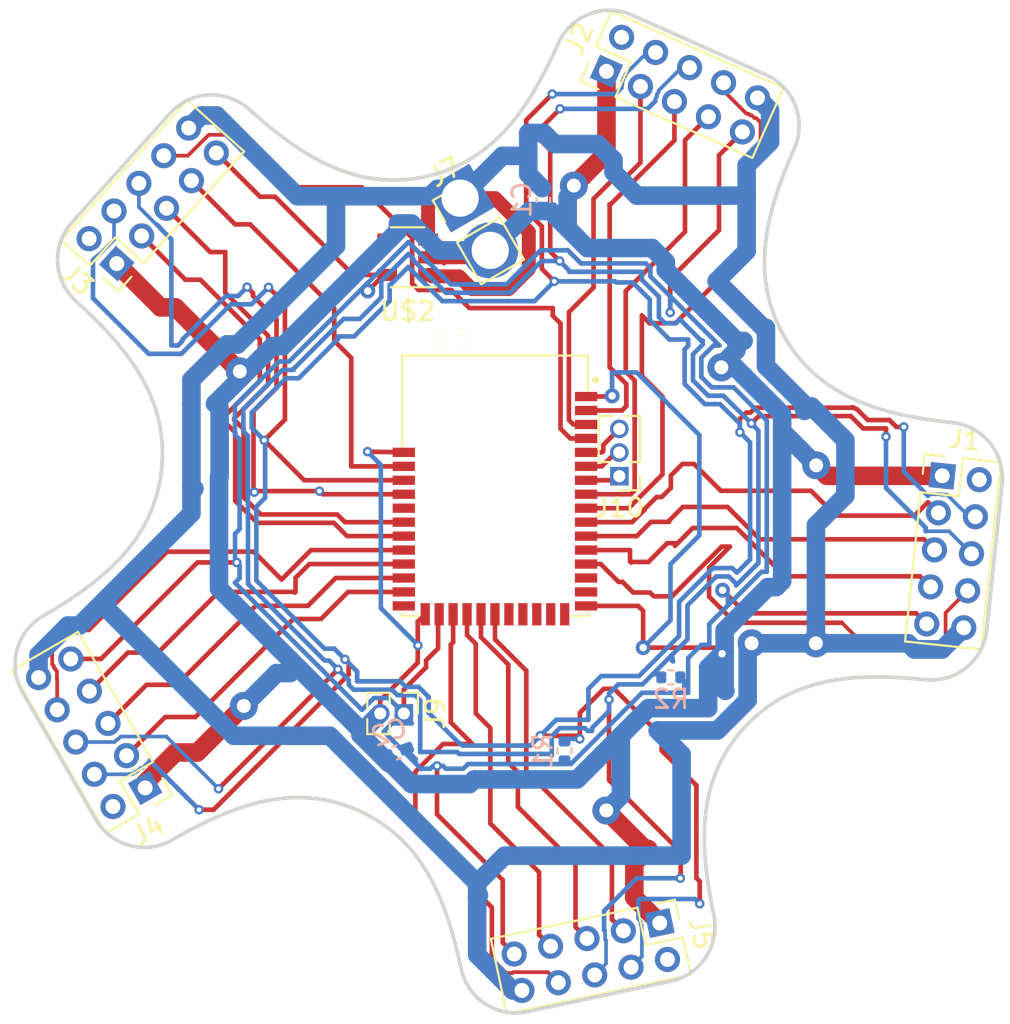
<source format=kicad_pcb>
(kicad_pcb (version 20171130) (host pcbnew 5.1.7-a382d34a88~90~ubuntu20.04.1)

  (general
    (thickness 1.6)
    (drawings 255)
    (tracks 910)
    (zones 0)
    (modules 14)
    (nets 44)
  )

  (page A4)
  (layers
    (0 F.Cu signal)
    (31 B.Cu signal)
    (32 B.Adhes user hide)
    (33 F.Adhes user hide)
    (34 B.Paste user hide)
    (35 F.Paste user hide)
    (36 B.SilkS user hide)
    (37 F.SilkS user hide)
    (38 B.Mask user hide)
    (39 F.Mask user hide)
    (40 Dwgs.User user hide)
    (41 Cmts.User user hide)
    (42 Eco1.User user hide)
    (43 Eco2.User user hide)
    (44 Edge.Cuts user)
    (45 Margin user hide)
    (46 B.CrtYd user hide)
    (47 F.CrtYd user hide)
    (48 B.Fab user hide)
    (49 F.Fab user hide)
  )

  (setup
    (last_trace_width 0.2)
    (user_trace_width 0.2)
    (user_trace_width 0.25)
    (user_trace_width 0.5)
    (user_trace_width 0.75)
    (user_trace_width 1)
    (trace_clearance 0.2)
    (zone_clearance 0.508)
    (zone_45_only no)
    (trace_min 0.2)
    (via_size 0.8)
    (via_drill 0.4)
    (via_min_size 0.5)
    (via_min_drill 0.254)
    (user_via 0.508 0.254)
    (user_via 1 0.5)
    (user_via 1.5 0.75)
    (uvia_size 0.3)
    (uvia_drill 0.1)
    (uvias_allowed no)
    (uvia_min_size 0.2)
    (uvia_min_drill 0.1)
    (edge_width 0.05)
    (segment_width 0.2)
    (pcb_text_width 0.3)
    (pcb_text_size 1.5 1.5)
    (mod_edge_width 0.12)
    (mod_text_size 1 1)
    (mod_text_width 0.15)
    (pad_size 2.7 2.7)
    (pad_drill 2)
    (pad_to_mask_clearance 0.05)
    (aux_axis_origin 0 0)
    (visible_elements FFF9FF1F)
    (pcbplotparams
      (layerselection 0x010fc_ffffffff)
      (usegerberextensions false)
      (usegerberattributes true)
      (usegerberadvancedattributes true)
      (creategerberjobfile true)
      (excludeedgelayer true)
      (linewidth 0.100000)
      (plotframeref false)
      (viasonmask false)
      (mode 1)
      (useauxorigin false)
      (hpglpennumber 1)
      (hpglpenspeed 20)
      (hpglpendiameter 15.000000)
      (psnegative false)
      (psa4output false)
      (plotreference true)
      (plotvalue true)
      (plotinvisibletext false)
      (padsonsilk false)
      (subtractmaskfromsilk false)
      (outputformat 1)
      (mirror false)
      (drillshape 1)
      (scaleselection 1)
      (outputdirectory ""))
  )

  (net 0 "")
  (net 1 GND)
  (net 2 /+3V)
  (net 3 +8V)
  (net 4 /SWDIO)
  (net 5 /SWDCLK)
  (net 6 /SMA1_SIG)
  (net 7 /SMA2_SIG)
  (net 8 /SMA3_SIG)
  (net 9 /SMA4_SIG)
  (net 10 /SMA5_SIG)
  (net 11 /SMA6_SIG)
  (net 12 /SMA7_SIG)
  (net 13 /SMA8_SIG)
  (net 14 /SMA9_SIG)
  (net 15 /SMA10_SIG)
  (net 16 /SMA11_SIG)
  (net 17 /SMA12_SIG)
  (net 18 /SMA13_SIG)
  (net 19 /SMA14_SIG)
  (net 20 /SMA15_SIG)
  (net 21 /SMA16_SIG)
  (net 22 /SMA17_SIG)
  (net 23 /SMA18_SIG)
  (net 24 /SMA19_SIG)
  (net 25 /SMA20_SIG)
  (net 26 "Net-(U3-Pad28)")
  (net 27 "Net-(U$2-Pad4)")
  (net 28 "Net-(U3-Pad17)")
  (net 29 "Net-(U3-Pad18)")
  (net 30 "Net-(U3-Pad20)")
  (net 31 "Net-(U3-Pad19)")
  (net 32 "Net-(U3-Pad21)")
  (net 33 "Net-(U3-Pad15)")
  (net 34 "Net-(U3-Pad14)")
  (net 35 "Net-(J10-Pad1)")
  (net 36 /SCL)
  (net 37 /SDA)
  (net 38 "Net-(U3-Pad35)")
  (net 39 "Net-(J1-Pad2)")
  (net 40 "Net-(J2-Pad2)")
  (net 41 "Net-(J3-Pad2)")
  (net 42 "Net-(J4-Pad2)")
  (net 43 "Net-(J5-Pad2)")

  (net_class Default "This is the default net class."
    (clearance 0.2)
    (trace_width 0.25)
    (via_dia 0.8)
    (via_drill 0.4)
    (uvia_dia 0.3)
    (uvia_drill 0.1)
    (add_net +8V)
    (add_net /+3V)
    (add_net /SCL)
    (add_net /SDA)
    (add_net /SMA10_SIG)
    (add_net /SMA11_SIG)
    (add_net /SMA12_SIG)
    (add_net /SMA13_SIG)
    (add_net /SMA14_SIG)
    (add_net /SMA15_SIG)
    (add_net /SMA16_SIG)
    (add_net /SMA17_SIG)
    (add_net /SMA18_SIG)
    (add_net /SMA19_SIG)
    (add_net /SMA1_SIG)
    (add_net /SMA20_SIG)
    (add_net /SMA2_SIG)
    (add_net /SMA3_SIG)
    (add_net /SMA4_SIG)
    (add_net /SMA5_SIG)
    (add_net /SMA6_SIG)
    (add_net /SMA7_SIG)
    (add_net /SMA8_SIG)
    (add_net /SMA9_SIG)
    (add_net /SWDCLK)
    (add_net /SWDIO)
    (add_net GND)
    (add_net "Net-(J1-Pad2)")
    (add_net "Net-(J10-Pad1)")
    (add_net "Net-(J2-Pad2)")
    (add_net "Net-(J3-Pad2)")
    (add_net "Net-(J4-Pad2)")
    (add_net "Net-(J5-Pad2)")
    (add_net "Net-(U$2-Pad4)")
    (add_net "Net-(U3-Pad14)")
    (add_net "Net-(U3-Pad15)")
    (add_net "Net-(U3-Pad17)")
    (add_net "Net-(U3-Pad18)")
    (add_net "Net-(U3-Pad19)")
    (add_net "Net-(U3-Pad20)")
    (add_net "Net-(U3-Pad21)")
    (add_net "Net-(U3-Pad28)")
    (add_net "Net-(U3-Pad35)")
  )

  (module Connector_PinHeader_2.00mm:PinHeader_2x05_P2.00mm_Vertical (layer F.Cu) (tedit 59FED667) (tstamp 604721FD)
    (at 90.030071 124.77826 210)
    (descr "Through hole straight pin header, 2x05, 2.00mm pitch, double rows")
    (tags "Through hole pin header THT 2x05 2.00mm double row")
    (path /60488DE7)
    (fp_text reference J4 (at 1 -2.06 30) (layer F.SilkS)
      (effects (font (size 1 1) (thickness 0.15)))
    )
    (fp_text value Conn_02x05_Counter_Clockwise (at 1 10.06 30) (layer F.Fab)
      (effects (font (size 1 1) (thickness 0.15)))
    )
    (fp_line (start 3.5 -1.5) (end -1.5 -1.5) (layer F.CrtYd) (width 0.05))
    (fp_line (start 3.5 9.5) (end 3.5 -1.5) (layer F.CrtYd) (width 0.05))
    (fp_line (start -1.5 9.5) (end 3.5 9.5) (layer F.CrtYd) (width 0.05))
    (fp_line (start -1.5 -1.5) (end -1.5 9.5) (layer F.CrtYd) (width 0.05))
    (fp_line (start -1.06 -1.06) (end 0 -1.06) (layer F.SilkS) (width 0.12))
    (fp_line (start -1.06 0) (end -1.06 -1.06) (layer F.SilkS) (width 0.12))
    (fp_line (start 1 -1.06) (end 3.06 -1.06) (layer F.SilkS) (width 0.12))
    (fp_line (start 1 1) (end 1 -1.06) (layer F.SilkS) (width 0.12))
    (fp_line (start -1.06 1) (end 1 1) (layer F.SilkS) (width 0.12))
    (fp_line (start 3.06 -1.06) (end 3.06 9.06) (layer F.SilkS) (width 0.12))
    (fp_line (start -1.06 1) (end -1.06 9.06) (layer F.SilkS) (width 0.12))
    (fp_line (start -1.06 9.06) (end 3.06 9.06) (layer F.SilkS) (width 0.12))
    (fp_line (start -1 0) (end 0 -1) (layer F.Fab) (width 0.1))
    (fp_line (start -1 9) (end -1 0) (layer F.Fab) (width 0.1))
    (fp_line (start 3 9) (end -1 9) (layer F.Fab) (width 0.1))
    (fp_line (start 3 -1) (end 3 9) (layer F.Fab) (width 0.1))
    (fp_line (start 0 -1) (end 3 -1) (layer F.Fab) (width 0.1))
    (fp_text user %R (at 1 4 120) (layer F.Fab)
      (effects (font (size 1 1) (thickness 0.15)))
    )
    (pad 10 thru_hole oval (at 2 8 210) (size 1.35 1.35) (drill 0.8) (layers *.Cu *.Mask)
      (net 3 +8V))
    (pad 9 thru_hole oval (at 0 8 210) (size 1.35 1.35) (drill 0.8) (layers *.Cu *.Mask)
      (net 2 /+3V))
    (pad 8 thru_hole oval (at 2 6 210) (size 1.35 1.35) (drill 0.8) (layers *.Cu *.Mask)
      (net 6 /SMA1_SIG))
    (pad 7 thru_hole oval (at 0 6 210) (size 1.35 1.35) (drill 0.8) (layers *.Cu *.Mask)
      (net 7 /SMA2_SIG))
    (pad 6 thru_hole oval (at 2 4 210) (size 1.35 1.35) (drill 0.8) (layers *.Cu *.Mask)
      (net 36 /SCL))
    (pad 5 thru_hole oval (at 0 4 210) (size 1.35 1.35) (drill 0.8) (layers *.Cu *.Mask)
      (net 8 /SMA3_SIG))
    (pad 4 thru_hole oval (at 2 2 210) (size 1.35 1.35) (drill 0.8) (layers *.Cu *.Mask)
      (net 37 /SDA))
    (pad 3 thru_hole oval (at 0 2 210) (size 1.35 1.35) (drill 0.8) (layers *.Cu *.Mask)
      (net 9 /SMA4_SIG))
    (pad 2 thru_hole oval (at 2 0 210) (size 1.35 1.35) (drill 0.8) (layers *.Cu *.Mask)
      (net 42 "Net-(J4-Pad2)"))
    (pad 1 thru_hole rect (at 0 0 210) (size 1.35 1.35) (drill 0.8) (layers *.Cu *.Mask)
      (net 1 GND))
    (model ${KISYS3DMOD}/Connector_PinHeader_2.00mm.3dshapes/PinHeader_2x05_P2.00mm_Vertical.wrl
      (at (xyz 0 0 0))
      (scale (xyz 1 1 1))
      (rotate (xyz 0 0 0))
    )
  )

  (module Connector_PinHeader_2.00mm:PinHeader_2x05_P2.00mm_Vertical (layer F.Cu) (tedit 59FED667) (tstamp 604721BD)
    (at 114.831896 86.276338 66)
    (descr "Through hole straight pin header, 2x05, 2.00mm pitch, double rows")
    (tags "Through hole pin header THT 2x05 2.00mm double row")
    (path /60487128)
    (fp_text reference J2 (at 1 -2.06 66) (layer F.SilkS)
      (effects (font (size 1 1) (thickness 0.15)))
    )
    (fp_text value Conn_02x05_Counter_Clockwise (at 1 10.06 66) (layer F.Fab)
      (effects (font (size 1 1) (thickness 0.15)))
    )
    (fp_line (start 3.5 -1.5) (end -1.5 -1.5) (layer F.CrtYd) (width 0.05))
    (fp_line (start 3.5 9.5) (end 3.5 -1.5) (layer F.CrtYd) (width 0.05))
    (fp_line (start -1.5 9.5) (end 3.5 9.5) (layer F.CrtYd) (width 0.05))
    (fp_line (start -1.5 -1.5) (end -1.5 9.5) (layer F.CrtYd) (width 0.05))
    (fp_line (start -1.06 -1.06) (end 0 -1.06) (layer F.SilkS) (width 0.12))
    (fp_line (start -1.06 0) (end -1.06 -1.06) (layer F.SilkS) (width 0.12))
    (fp_line (start 1 -1.06) (end 3.06 -1.06) (layer F.SilkS) (width 0.12))
    (fp_line (start 1 1) (end 1 -1.06) (layer F.SilkS) (width 0.12))
    (fp_line (start -1.06 1) (end 1 1) (layer F.SilkS) (width 0.12))
    (fp_line (start 3.06 -1.06) (end 3.06 9.06) (layer F.SilkS) (width 0.12))
    (fp_line (start -1.06 1) (end -1.06 9.06) (layer F.SilkS) (width 0.12))
    (fp_line (start -1.06 9.06) (end 3.06 9.06) (layer F.SilkS) (width 0.12))
    (fp_line (start -1 0) (end 0 -1) (layer F.Fab) (width 0.1))
    (fp_line (start -1 9) (end -1 0) (layer F.Fab) (width 0.1))
    (fp_line (start 3 9) (end -1 9) (layer F.Fab) (width 0.1))
    (fp_line (start 3 -1) (end 3 9) (layer F.Fab) (width 0.1))
    (fp_line (start 0 -1) (end 3 -1) (layer F.Fab) (width 0.1))
    (fp_text user %R (at 1 4 156) (layer F.Fab)
      (effects (font (size 1 1) (thickness 0.15)))
    )
    (pad 10 thru_hole oval (at 2 8 66) (size 1.35 1.35) (drill 0.8) (layers *.Cu *.Mask)
      (net 3 +8V))
    (pad 9 thru_hole oval (at 0 8 66) (size 1.35 1.35) (drill 0.8) (layers *.Cu *.Mask)
      (net 2 /+3V))
    (pad 8 thru_hole oval (at 2 6 66) (size 1.35 1.35) (drill 0.8) (layers *.Cu *.Mask)
      (net 18 /SMA13_SIG))
    (pad 7 thru_hole oval (at 0 6 66) (size 1.35 1.35) (drill 0.8) (layers *.Cu *.Mask)
      (net 19 /SMA14_SIG))
    (pad 6 thru_hole oval (at 2 4 66) (size 1.35 1.35) (drill 0.8) (layers *.Cu *.Mask)
      (net 36 /SCL))
    (pad 5 thru_hole oval (at 0 4 66) (size 1.35 1.35) (drill 0.8) (layers *.Cu *.Mask)
      (net 20 /SMA15_SIG))
    (pad 4 thru_hole oval (at 2 2 66) (size 1.35 1.35) (drill 0.8) (layers *.Cu *.Mask)
      (net 37 /SDA))
    (pad 3 thru_hole oval (at 0 2 66) (size 1.35 1.35) (drill 0.8) (layers *.Cu *.Mask)
      (net 21 /SMA16_SIG))
    (pad 2 thru_hole oval (at 2 0 66) (size 1.35 1.35) (drill 0.8) (layers *.Cu *.Mask)
      (net 40 "Net-(J2-Pad2)"))
    (pad 1 thru_hole rect (at 0 0 66) (size 1.35 1.35) (drill 0.8) (layers *.Cu *.Mask)
      (net 1 GND))
    (model ${KISYS3DMOD}/Connector_PinHeader_2.00mm.3dshapes/PinHeader_2x05_P2.00mm_Vertical.wrl
      (at (xyz 0 0 0))
      (scale (xyz 1 1 1))
      (rotate (xyz 0 0 0))
    )
  )

  (module Connector_PinHeader_2.00mm:PinHeader_2x05_P2.00mm_Vertical (layer F.Cu) (tedit 59FED667) (tstamp 6047221D)
    (at 117.696717 132.041405 282)
    (descr "Through hole straight pin header, 2x05, 2.00mm pitch, double rows")
    (tags "Through hole pin header THT 2x05 2.00mm double row")
    (path /60489940)
    (fp_text reference J5 (at 1 -2.06 102) (layer F.SilkS)
      (effects (font (size 1 1) (thickness 0.15)))
    )
    (fp_text value Conn_02x05_Counter_Clockwise (at 1 10.06 102) (layer F.Fab)
      (effects (font (size 1 1) (thickness 0.15)))
    )
    (fp_line (start 3.5 -1.5) (end -1.5 -1.5) (layer F.CrtYd) (width 0.05))
    (fp_line (start 3.5 9.5) (end 3.5 -1.5) (layer F.CrtYd) (width 0.05))
    (fp_line (start -1.5 9.5) (end 3.5 9.5) (layer F.CrtYd) (width 0.05))
    (fp_line (start -1.5 -1.5) (end -1.5 9.5) (layer F.CrtYd) (width 0.05))
    (fp_line (start -1.06 -1.06) (end 0 -1.06) (layer F.SilkS) (width 0.12))
    (fp_line (start -1.06 0) (end -1.06 -1.06) (layer F.SilkS) (width 0.12))
    (fp_line (start 1 -1.06) (end 3.06 -1.06) (layer F.SilkS) (width 0.12))
    (fp_line (start 1 1) (end 1 -1.06) (layer F.SilkS) (width 0.12))
    (fp_line (start -1.06 1) (end 1 1) (layer F.SilkS) (width 0.12))
    (fp_line (start 3.06 -1.06) (end 3.06 9.06) (layer F.SilkS) (width 0.12))
    (fp_line (start -1.06 1) (end -1.06 9.06) (layer F.SilkS) (width 0.12))
    (fp_line (start -1.06 9.06) (end 3.06 9.06) (layer F.SilkS) (width 0.12))
    (fp_line (start -1 0) (end 0 -1) (layer F.Fab) (width 0.1))
    (fp_line (start -1 9) (end -1 0) (layer F.Fab) (width 0.1))
    (fp_line (start 3 9) (end -1 9) (layer F.Fab) (width 0.1))
    (fp_line (start 3 -1) (end 3 9) (layer F.Fab) (width 0.1))
    (fp_line (start 0 -1) (end 3 -1) (layer F.Fab) (width 0.1))
    (fp_text user %R (at 1 4 12) (layer F.Fab)
      (effects (font (size 1 1) (thickness 0.15)))
    )
    (pad 10 thru_hole oval (at 2 8 282) (size 1.35 1.35) (drill 0.8) (layers *.Cu *.Mask)
      (net 3 +8V))
    (pad 9 thru_hole oval (at 0 8 282) (size 1.35 1.35) (drill 0.8) (layers *.Cu *.Mask)
      (net 2 /+3V))
    (pad 8 thru_hole oval (at 2 6 282) (size 1.35 1.35) (drill 0.8) (layers *.Cu *.Mask)
      (net 10 /SMA5_SIG))
    (pad 7 thru_hole oval (at 0 6 282) (size 1.35 1.35) (drill 0.8) (layers *.Cu *.Mask)
      (net 11 /SMA6_SIG))
    (pad 6 thru_hole oval (at 2 4 282) (size 1.35 1.35) (drill 0.8) (layers *.Cu *.Mask)
      (net 36 /SCL))
    (pad 5 thru_hole oval (at 0 4 282) (size 1.35 1.35) (drill 0.8) (layers *.Cu *.Mask)
      (net 12 /SMA7_SIG))
    (pad 4 thru_hole oval (at 2 2 282) (size 1.35 1.35) (drill 0.8) (layers *.Cu *.Mask)
      (net 37 /SDA))
    (pad 3 thru_hole oval (at 0 2 282) (size 1.35 1.35) (drill 0.8) (layers *.Cu *.Mask)
      (net 13 /SMA8_SIG))
    (pad 2 thru_hole oval (at 2 0 282) (size 1.35 1.35) (drill 0.8) (layers *.Cu *.Mask)
      (net 43 "Net-(J5-Pad2)"))
    (pad 1 thru_hole rect (at 0 0 282) (size 1.35 1.35) (drill 0.8) (layers *.Cu *.Mask)
      (net 1 GND))
    (model ${KISYS3DMOD}/Connector_PinHeader_2.00mm.3dshapes/PinHeader_2x05_P2.00mm_Vertical.wrl
      (at (xyz 0 0 0))
      (scale (xyz 1 1 1))
      (rotate (xyz 0 0 0))
    )
  )

  (module Connector_PinHeader_2.00mm:PinHeader_2x05_P2.00mm_Vertical (layer F.Cu) (tedit 59FED667) (tstamp 604721DD)
    (at 88.501858 96.607139 138)
    (descr "Through hole straight pin header, 2x05, 2.00mm pitch, double rows")
    (tags "Through hole pin header THT 2x05 2.00mm double row")
    (path /604880A8)
    (fp_text reference J3 (at 1 -2.06 138) (layer F.SilkS)
      (effects (font (size 1 1) (thickness 0.15)))
    )
    (fp_text value Conn_02x05_Counter_Clockwise (at 1 10.06 138) (layer F.Fab)
      (effects (font (size 1 1) (thickness 0.15)))
    )
    (fp_line (start 3.5 -1.5) (end -1.5 -1.5) (layer F.CrtYd) (width 0.05))
    (fp_line (start 3.5 9.5) (end 3.5 -1.5) (layer F.CrtYd) (width 0.05))
    (fp_line (start -1.5 9.5) (end 3.5 9.5) (layer F.CrtYd) (width 0.05))
    (fp_line (start -1.5 -1.5) (end -1.5 9.5) (layer F.CrtYd) (width 0.05))
    (fp_line (start -1.06 -1.06) (end 0 -1.06) (layer F.SilkS) (width 0.12))
    (fp_line (start -1.06 0) (end -1.06 -1.06) (layer F.SilkS) (width 0.12))
    (fp_line (start 1 -1.06) (end 3.06 -1.06) (layer F.SilkS) (width 0.12))
    (fp_line (start 1 1) (end 1 -1.06) (layer F.SilkS) (width 0.12))
    (fp_line (start -1.06 1) (end 1 1) (layer F.SilkS) (width 0.12))
    (fp_line (start 3.06 -1.06) (end 3.06 9.06) (layer F.SilkS) (width 0.12))
    (fp_line (start -1.06 1) (end -1.06 9.06) (layer F.SilkS) (width 0.12))
    (fp_line (start -1.06 9.06) (end 3.06 9.06) (layer F.SilkS) (width 0.12))
    (fp_line (start -1 0) (end 0 -1) (layer F.Fab) (width 0.1))
    (fp_line (start -1 9) (end -1 0) (layer F.Fab) (width 0.1))
    (fp_line (start 3 9) (end -1 9) (layer F.Fab) (width 0.1))
    (fp_line (start 3 -1) (end 3 9) (layer F.Fab) (width 0.1))
    (fp_line (start 0 -1) (end 3 -1) (layer F.Fab) (width 0.1))
    (fp_text user %R (at 1 4 48) (layer F.Fab)
      (effects (font (size 1 1) (thickness 0.15)))
    )
    (pad 10 thru_hole oval (at 2 8 138) (size 1.35 1.35) (drill 0.8) (layers *.Cu *.Mask)
      (net 3 +8V))
    (pad 9 thru_hole oval (at 0 8 138) (size 1.35 1.35) (drill 0.8) (layers *.Cu *.Mask)
      (net 2 /+3V))
    (pad 8 thru_hole oval (at 2 6 138) (size 1.35 1.35) (drill 0.8) (layers *.Cu *.Mask)
      (net 22 /SMA17_SIG))
    (pad 7 thru_hole oval (at 0 6 138) (size 1.35 1.35) (drill 0.8) (layers *.Cu *.Mask)
      (net 23 /SMA18_SIG))
    (pad 6 thru_hole oval (at 2 4 138) (size 1.35 1.35) (drill 0.8) (layers *.Cu *.Mask)
      (net 36 /SCL))
    (pad 5 thru_hole oval (at 0 4 138) (size 1.35 1.35) (drill 0.8) (layers *.Cu *.Mask)
      (net 24 /SMA19_SIG))
    (pad 4 thru_hole oval (at 2 2 138) (size 1.35 1.35) (drill 0.8) (layers *.Cu *.Mask)
      (net 37 /SDA))
    (pad 3 thru_hole oval (at 0 2 138) (size 1.35 1.35) (drill 0.8) (layers *.Cu *.Mask)
      (net 25 /SMA20_SIG))
    (pad 2 thru_hole oval (at 2 0 138) (size 1.35 1.35) (drill 0.8) (layers *.Cu *.Mask)
      (net 41 "Net-(J3-Pad2)"))
    (pad 1 thru_hole rect (at 0 0 138) (size 1.35 1.35) (drill 0.8) (layers *.Cu *.Mask)
      (net 1 GND))
    (model ${KISYS3DMOD}/Connector_PinHeader_2.00mm.3dshapes/PinHeader_2x05_P2.00mm_Vertical.wrl
      (at (xyz 0 0 0))
      (scale (xyz 1 1 1))
      (rotate (xyz 0 0 0))
    )
  )

  (module Connector_PinHeader_2.00mm:PinHeader_2x05_P2.00mm_Vertical (layer F.Cu) (tedit 59FED667) (tstamp 6046F541)
    (at 132.888273 108.009959 354)
    (descr "Through hole straight pin header, 2x05, 2.00mm pitch, double rows")
    (tags "Through hole pin header THT 2x05 2.00mm double row")
    (path /60471947)
    (fp_text reference J1 (at 1 -2.06 174) (layer F.SilkS)
      (effects (font (size 1 1) (thickness 0.15)))
    )
    (fp_text value Conn_02x05_Counter_Clockwise (at 1 10.06 174) (layer F.Fab)
      (effects (font (size 1 1) (thickness 0.15)))
    )
    (fp_line (start 3.5 -1.5) (end -1.5 -1.5) (layer F.CrtYd) (width 0.05))
    (fp_line (start 3.5 9.5) (end 3.5 -1.5) (layer F.CrtYd) (width 0.05))
    (fp_line (start -1.5 9.5) (end 3.5 9.5) (layer F.CrtYd) (width 0.05))
    (fp_line (start -1.5 -1.5) (end -1.5 9.5) (layer F.CrtYd) (width 0.05))
    (fp_line (start -1.06 -1.06) (end 0 -1.06) (layer F.SilkS) (width 0.12))
    (fp_line (start -1.06 0) (end -1.06 -1.06) (layer F.SilkS) (width 0.12))
    (fp_line (start 1 -1.06) (end 3.06 -1.06) (layer F.SilkS) (width 0.12))
    (fp_line (start 1 1) (end 1 -1.06) (layer F.SilkS) (width 0.12))
    (fp_line (start -1.06 1) (end 1 1) (layer F.SilkS) (width 0.12))
    (fp_line (start 3.06 -1.06) (end 3.06 9.06) (layer F.SilkS) (width 0.12))
    (fp_line (start -1.06 1) (end -1.06 9.06) (layer F.SilkS) (width 0.12))
    (fp_line (start -1.06 9.06) (end 3.06 9.06) (layer F.SilkS) (width 0.12))
    (fp_line (start -1 0) (end 0 -1) (layer F.Fab) (width 0.1))
    (fp_line (start -1 9) (end -1 0) (layer F.Fab) (width 0.1))
    (fp_line (start 3 9) (end -1 9) (layer F.Fab) (width 0.1))
    (fp_line (start 3 -1) (end 3 9) (layer F.Fab) (width 0.1))
    (fp_line (start 0 -1) (end 3 -1) (layer F.Fab) (width 0.1))
    (fp_text user %R (at 1 4 84) (layer F.Fab)
      (effects (font (size 1 1) (thickness 0.15)))
    )
    (pad 10 thru_hole oval (at 2 8 354) (size 1.35 1.35) (drill 0.8) (layers *.Cu *.Mask)
      (net 3 +8V))
    (pad 9 thru_hole oval (at 0 8 354) (size 1.35 1.35) (drill 0.8) (layers *.Cu *.Mask)
      (net 2 /+3V))
    (pad 8 thru_hole oval (at 2 6 354) (size 1.35 1.35) (drill 0.8) (layers *.Cu *.Mask)
      (net 14 /SMA9_SIG))
    (pad 7 thru_hole oval (at 0 6 354) (size 1.35 1.35) (drill 0.8) (layers *.Cu *.Mask)
      (net 15 /SMA10_SIG))
    (pad 6 thru_hole oval (at 2 4 354) (size 1.35 1.35) (drill 0.8) (layers *.Cu *.Mask)
      (net 36 /SCL))
    (pad 5 thru_hole oval (at 0 4 354) (size 1.35 1.35) (drill 0.8) (layers *.Cu *.Mask)
      (net 16 /SMA11_SIG))
    (pad 4 thru_hole oval (at 2 2 354) (size 1.35 1.35) (drill 0.8) (layers *.Cu *.Mask)
      (net 37 /SDA))
    (pad 3 thru_hole oval (at 0 2 354) (size 1.35 1.35) (drill 0.8) (layers *.Cu *.Mask)
      (net 17 /SMA12_SIG))
    (pad 2 thru_hole oval (at 2 0 354) (size 1.35 1.35) (drill 0.8) (layers *.Cu *.Mask)
      (net 39 "Net-(J1-Pad2)"))
    (pad 1 thru_hole rect (at 0 0 354) (size 1.35 1.35) (drill 0.8) (layers *.Cu *.Mask)
      (net 1 GND))
    (model ${KISYS3DMOD}/Connector_PinHeader_2.00mm.3dshapes/PinHeader_2x05_P2.00mm_Vertical.wrl
      (at (xyz 0 0 0))
      (scale (xyz 1 1 1))
      (rotate (xyz 0 0 0))
    )
  )

  (module Connector_PinHeader_2.54mm:PinHeader_1x02_P2.54mm_Vertical (layer F.Cu) (tedit 611FCC18) (tstamp 5F5BB0FF)
    (at 107.31246 93.697995 30)
    (descr "Through hole straight pin header, 1x02, 2.54mm pitch, single row")
    (tags "Through hole pin header THT 1x02 2.54mm single row")
    (path /1B1E17EB)
    (fp_text reference J7 (at 0 -2.33 30) (layer F.SilkS)
      (effects (font (size 1 1) (thickness 0.15)))
    )
    (fp_text value 61300211121 (at 0 4.87 30) (layer F.Fab)
      (effects (font (size 1 1) (thickness 0.15)))
    )
    (fp_line (start 1.8 -1.8) (end -1.8 -1.8) (layer F.CrtYd) (width 0.05))
    (fp_line (start 1.8 4.35) (end 1.8 -1.8) (layer F.CrtYd) (width 0.05))
    (fp_line (start -1.8 4.35) (end 1.8 4.35) (layer F.CrtYd) (width 0.05))
    (fp_line (start -1.8 -1.8) (end -1.8 4.35) (layer F.CrtYd) (width 0.05))
    (fp_line (start -1.33 -1.33) (end 0 -1.33) (layer F.SilkS) (width 0.12))
    (fp_line (start -1.33 0) (end -1.33 -1.33) (layer F.SilkS) (width 0.12))
    (fp_line (start -1.33 1.27) (end 1.33 1.27) (layer F.SilkS) (width 0.12))
    (fp_line (start 1.33 1.27) (end 1.33 3.87) (layer F.SilkS) (width 0.12))
    (fp_line (start -1.33 1.27) (end -1.33 3.87) (layer F.SilkS) (width 0.12))
    (fp_line (start -1.33 3.87) (end 1.33 3.87) (layer F.SilkS) (width 0.12))
    (fp_line (start -1.27 -0.635) (end -0.635 -1.27) (layer F.Fab) (width 0.1))
    (fp_line (start -1.27 3.81) (end -1.27 -0.635) (layer F.Fab) (width 0.1))
    (fp_line (start 1.27 3.81) (end -1.27 3.81) (layer F.Fab) (width 0.1))
    (fp_line (start 1.27 -1.27) (end 1.27 3.81) (layer F.Fab) (width 0.1))
    (fp_line (start -0.635 -1.27) (end 1.27 -1.27) (layer F.Fab) (width 0.1))
    (fp_text user %R (at 0 1.27 120) (layer F.Fab)
      (effects (font (size 1 1) (thickness 0.15)))
    )
    (pad 1 thru_hole rect (at 0 -0.7 30) (size 2.7 2.7) (drill 2) (layers *.Cu *.Mask)
      (net 3 +8V))
    (pad 2 thru_hole oval (at 0 2.54 30) (size 3 3) (drill 2) (layers *.Cu *.Mask)
      (net 1 GND))
    (model ${KISYS3DMOD}/Connector_PinHeader_2.54mm.3dshapes/PinHeader_1x02_P2.54mm_Vertical.wrl
      (at (xyz 0 0 0))
      (scale (xyz 1 1 1))
      (rotate (xyz 0 0 0))
    )
  )

  (module Resistor_SMD:R_0402_1005Metric (layer B.Cu) (tedit 5F68FEEE) (tstamp 6042194A)
    (at 118.29234 118.83644)
    (descr "Resistor SMD 0402 (1005 Metric), square (rectangular) end terminal, IPC_7351 nominal, (Body size source: IPC-SM-782 page 72, https://www.pcb-3d.com/wordpress/wp-content/uploads/ipc-sm-782a_amendment_1_and_2.pdf), generated with kicad-footprint-generator")
    (tags resistor)
    (path /604D5854)
    (attr smd)
    (fp_text reference R2 (at 0 1.17) (layer B.SilkS)
      (effects (font (size 1 1) (thickness 0.15)) (justify mirror))
    )
    (fp_text value " " (at 0 -1.17) (layer B.Fab)
      (effects (font (size 1 1) (thickness 0.15)) (justify mirror))
    )
    (fp_line (start 0.93 -0.47) (end -0.93 -0.47) (layer B.CrtYd) (width 0.05))
    (fp_line (start 0.93 0.47) (end 0.93 -0.47) (layer B.CrtYd) (width 0.05))
    (fp_line (start -0.93 0.47) (end 0.93 0.47) (layer B.CrtYd) (width 0.05))
    (fp_line (start -0.93 -0.47) (end -0.93 0.47) (layer B.CrtYd) (width 0.05))
    (fp_line (start -0.153641 -0.38) (end 0.153641 -0.38) (layer B.SilkS) (width 0.12))
    (fp_line (start -0.153641 0.38) (end 0.153641 0.38) (layer B.SilkS) (width 0.12))
    (fp_line (start 0.525 -0.27) (end -0.525 -0.27) (layer B.Fab) (width 0.1))
    (fp_line (start 0.525 0.27) (end 0.525 -0.27) (layer B.Fab) (width 0.1))
    (fp_line (start -0.525 0.27) (end 0.525 0.27) (layer B.Fab) (width 0.1))
    (fp_line (start -0.525 -0.27) (end -0.525 0.27) (layer B.Fab) (width 0.1))
    (fp_text user %R (at 0 0) (layer B.Fab)
      (effects (font (size 0.26 0.26) (thickness 0.04)) (justify mirror))
    )
    (pad 2 smd roundrect (at 0.51 0) (size 0.54 0.64) (layers B.Cu B.Paste B.Mask) (roundrect_rratio 0.25)
      (net 2 /+3V))
    (pad 1 smd roundrect (at -0.51 0) (size 0.54 0.64) (layers B.Cu B.Paste B.Mask) (roundrect_rratio 0.25)
      (net 36 /SCL))
    (model ${KISYS3DMOD}/Resistor_SMD.3dshapes/R_0402_1005Metric.wrl
      (at (xyz 0 0 0))
      (scale (xyz 1 1 1))
      (rotate (xyz 0 0 0))
    )
  )

  (module Resistor_SMD:R_0402_1005Metric (layer B.Cu) (tedit 5F68FEEE) (tstamp 60421939)
    (at 112.57534 122.79322 270)
    (descr "Resistor SMD 0402 (1005 Metric), square (rectangular) end terminal, IPC_7351 nominal, (Body size source: IPC-SM-782 page 72, https://www.pcb-3d.com/wordpress/wp-content/uploads/ipc-sm-782a_amendment_1_and_2.pdf), generated with kicad-footprint-generator")
    (tags resistor)
    (path /604D3AEF)
    (attr smd)
    (fp_text reference R1 (at 0 1.17 270) (layer B.SilkS)
      (effects (font (size 1 1) (thickness 0.15)) (justify mirror))
    )
    (fp_text value " " (at 0 -1.17 270) (layer B.Fab)
      (effects (font (size 1 1) (thickness 0.15)) (justify mirror))
    )
    (fp_line (start 0.93 -0.47) (end -0.93 -0.47) (layer B.CrtYd) (width 0.05))
    (fp_line (start 0.93 0.47) (end 0.93 -0.47) (layer B.CrtYd) (width 0.05))
    (fp_line (start -0.93 0.47) (end 0.93 0.47) (layer B.CrtYd) (width 0.05))
    (fp_line (start -0.93 -0.47) (end -0.93 0.47) (layer B.CrtYd) (width 0.05))
    (fp_line (start -0.153641 -0.38) (end 0.153641 -0.38) (layer B.SilkS) (width 0.12))
    (fp_line (start -0.153641 0.38) (end 0.153641 0.38) (layer B.SilkS) (width 0.12))
    (fp_line (start 0.525 -0.27) (end -0.525 -0.27) (layer B.Fab) (width 0.1))
    (fp_line (start 0.525 0.27) (end 0.525 -0.27) (layer B.Fab) (width 0.1))
    (fp_line (start -0.525 0.27) (end 0.525 0.27) (layer B.Fab) (width 0.1))
    (fp_line (start -0.525 -0.27) (end -0.525 0.27) (layer B.Fab) (width 0.1))
    (fp_text user %R (at 0 0 270) (layer B.Fab)
      (effects (font (size 0.26 0.26) (thickness 0.04)) (justify mirror))
    )
    (pad 2 smd roundrect (at 0.51 0 270) (size 0.54 0.64) (layers B.Cu B.Paste B.Mask) (roundrect_rratio 0.25)
      (net 2 /+3V))
    (pad 1 smd roundrect (at -0.51 0 270) (size 0.54 0.64) (layers B.Cu B.Paste B.Mask) (roundrect_rratio 0.25)
      (net 37 /SDA))
    (model ${KISYS3DMOD}/Resistor_SMD.3dshapes/R_0402_1005Metric.wrl
      (at (xyz 0 0 0))
      (scale (xyz 1 1 1))
      (rotate (xyz 0 0 0))
    )
  )

  (module Capacitor_SMD:C_0402_1005Metric_Pad0.74x0.62mm_HandSolder (layer B.Cu) (tedit 5F6BB22C) (tstamp 60421580)
    (at 103.550844 122.871016 200)
    (descr "Capacitor SMD 0402 (1005 Metric), square (rectangular) end terminal, IPC_7351 nominal with elongated pad for handsoldering. (Body size source: IPC-SM-782 page 76, https://www.pcb-3d.com/wordpress/wp-content/uploads/ipc-sm-782a_amendment_1_and_2.pdf), generated with kicad-footprint-generator")
    (tags "capacitor handsolder")
    (path /733CA19D)
    (attr smd)
    (fp_text reference C2 (at 0 1.16 20) (layer B.SilkS)
      (effects (font (size 1 1) (thickness 0.15)) (justify mirror))
    )
    (fp_text value C-USC0402 (at 0 -1.16 20) (layer B.Fab)
      (effects (font (size 1 1) (thickness 0.15)) (justify mirror))
    )
    (fp_line (start 1.08 -0.46) (end -1.08 -0.46) (layer B.CrtYd) (width 0.05))
    (fp_line (start 1.08 0.46) (end 1.08 -0.46) (layer B.CrtYd) (width 0.05))
    (fp_line (start -1.08 0.46) (end 1.08 0.46) (layer B.CrtYd) (width 0.05))
    (fp_line (start -1.08 -0.46) (end -1.08 0.46) (layer B.CrtYd) (width 0.05))
    (fp_line (start -0.115835 -0.36) (end 0.115835 -0.36) (layer B.SilkS) (width 0.12))
    (fp_line (start -0.115835 0.36) (end 0.115835 0.36) (layer B.SilkS) (width 0.12))
    (fp_line (start 0.5 -0.25) (end -0.5 -0.25) (layer B.Fab) (width 0.1))
    (fp_line (start 0.5 0.25) (end 0.5 -0.25) (layer B.Fab) (width 0.1))
    (fp_line (start -0.5 0.25) (end 0.5 0.25) (layer B.Fab) (width 0.1))
    (fp_line (start -0.5 -0.25) (end -0.5 0.25) (layer B.Fab) (width 0.1))
    (fp_text user %R (at 0 0 20) (layer B.Fab)
      (effects (font (size 0.25 0.25) (thickness 0.04)) (justify mirror))
    )
    (pad 2 smd roundrect (at 0.5675 0 200) (size 0.735 0.62) (layers B.Cu B.Paste B.Mask) (roundrect_rratio 0.25)
      (net 1 GND))
    (pad 1 smd roundrect (at -0.5675 0 200) (size 0.735 0.62) (layers B.Cu B.Paste B.Mask) (roundrect_rratio 0.25)
      (net 2 /+3V))
    (model ${KISYS3DMOD}/Capacitor_SMD.3dshapes/C_0402_1005Metric.wrl
      (at (xyz 0 0 0))
      (scale (xyz 1 1 1))
      (rotate (xyz 0 0 0))
    )
  )

  (module Capacitor_SMD:C_0402_1005Metric_Pad0.74x0.62mm_HandSolder (layer B.Cu) (tedit 5F6BB22C) (tstamp 6042156F)
    (at 111.43996 93.18244 270)
    (descr "Capacitor SMD 0402 (1005 Metric), square (rectangular) end terminal, IPC_7351 nominal with elongated pad for handsoldering. (Body size source: IPC-SM-782 page 76, https://www.pcb-3d.com/wordpress/wp-content/uploads/ipc-sm-782a_amendment_1_and_2.pdf), generated with kicad-footprint-generator")
    (tags "capacitor handsolder")
    (path /604CBC27)
    (attr smd)
    (fp_text reference C1 (at 0 1.16 270) (layer B.SilkS)
      (effects (font (size 1 1) (thickness 0.15)) (justify mirror))
    )
    (fp_text value C-USC0402 (at 0 -1.16 270) (layer B.Fab)
      (effects (font (size 1 1) (thickness 0.15)) (justify mirror))
    )
    (fp_line (start 1.08 -0.46) (end -1.08 -0.46) (layer B.CrtYd) (width 0.05))
    (fp_line (start 1.08 0.46) (end 1.08 -0.46) (layer B.CrtYd) (width 0.05))
    (fp_line (start -1.08 0.46) (end 1.08 0.46) (layer B.CrtYd) (width 0.05))
    (fp_line (start -1.08 -0.46) (end -1.08 0.46) (layer B.CrtYd) (width 0.05))
    (fp_line (start -0.115835 -0.36) (end 0.115835 -0.36) (layer B.SilkS) (width 0.12))
    (fp_line (start -0.115835 0.36) (end 0.115835 0.36) (layer B.SilkS) (width 0.12))
    (fp_line (start 0.5 -0.25) (end -0.5 -0.25) (layer B.Fab) (width 0.1))
    (fp_line (start 0.5 0.25) (end 0.5 -0.25) (layer B.Fab) (width 0.1))
    (fp_line (start -0.5 0.25) (end 0.5 0.25) (layer B.Fab) (width 0.1))
    (fp_line (start -0.5 -0.25) (end -0.5 0.25) (layer B.Fab) (width 0.1))
    (fp_text user %R (at 0 0 270) (layer B.Fab)
      (effects (font (size 0.25 0.25) (thickness 0.04)) (justify mirror))
    )
    (pad 2 smd roundrect (at 0.5675 0 270) (size 0.735 0.62) (layers B.Cu B.Paste B.Mask) (roundrect_rratio 0.25)
      (net 1 GND))
    (pad 1 smd roundrect (at -0.5675 0 270) (size 0.735 0.62) (layers B.Cu B.Paste B.Mask) (roundrect_rratio 0.25)
      (net 3 +8V))
    (model ${KISYS3DMOD}/Capacitor_SMD.3dshapes/C_0402_1005Metric.wrl
      (at (xyz 0 0 0))
      (scale (xyz 1 1 1))
      (rotate (xyz 0 0 0))
    )
  )

  (module Connector_PinHeader_1.27mm:PinHeader_1x03_P1.27mm_Vertical (layer F.Cu) (tedit 59FED6E3) (tstamp 5F5BB159)
    (at 115.52428 108.02874 180)
    (descr "Through hole straight pin header, 1x03, 1.27mm pitch, single row")
    (tags "Through hole pin header THT 1x03 1.27mm single row")
    (path /A8F50699)
    (fp_text reference J10 (at 0 -1.695) (layer F.SilkS)
      (effects (font (size 1 1) (thickness 0.15)))
    )
    (fp_text value 61300311121 (at 0 4.235) (layer F.Fab)
      (effects (font (size 1 1) (thickness 0.15)))
    )
    (fp_line (start 1.55 -1.15) (end -1.55 -1.15) (layer F.CrtYd) (width 0.05))
    (fp_line (start 1.55 3.7) (end 1.55 -1.15) (layer F.CrtYd) (width 0.05))
    (fp_line (start -1.55 3.7) (end 1.55 3.7) (layer F.CrtYd) (width 0.05))
    (fp_line (start -1.55 -1.15) (end -1.55 3.7) (layer F.CrtYd) (width 0.05))
    (fp_line (start -1.11 -0.76) (end 0 -0.76) (layer F.SilkS) (width 0.12))
    (fp_line (start -1.11 0) (end -1.11 -0.76) (layer F.SilkS) (width 0.12))
    (fp_line (start 0.563471 0.76) (end 1.11 0.76) (layer F.SilkS) (width 0.12))
    (fp_line (start -1.11 0.76) (end -0.563471 0.76) (layer F.SilkS) (width 0.12))
    (fp_line (start 1.11 0.76) (end 1.11 3.235) (layer F.SilkS) (width 0.12))
    (fp_line (start -1.11 0.76) (end -1.11 3.235) (layer F.SilkS) (width 0.12))
    (fp_line (start 0.30753 3.235) (end 1.11 3.235) (layer F.SilkS) (width 0.12))
    (fp_line (start -1.11 3.235) (end -0.30753 3.235) (layer F.SilkS) (width 0.12))
    (fp_line (start -1.05 -0.11) (end -0.525 -0.635) (layer F.Fab) (width 0.1))
    (fp_line (start -1.05 3.175) (end -1.05 -0.11) (layer F.Fab) (width 0.1))
    (fp_line (start 1.05 3.175) (end -1.05 3.175) (layer F.Fab) (width 0.1))
    (fp_line (start 1.05 -0.635) (end 1.05 3.175) (layer F.Fab) (width 0.1))
    (fp_line (start -0.525 -0.635) (end 1.05 -0.635) (layer F.Fab) (width 0.1))
    (fp_text user %R (at 0 1.27 90) (layer F.Fab)
      (effects (font (size 1 1) (thickness 0.15)))
    )
    (pad 3 thru_hole oval (at 0 2.54 180) (size 1 1) (drill 0.65) (layers *.Cu *.Mask)
      (net 4 /SWDIO))
    (pad 2 thru_hole oval (at 0 1.27 180) (size 1 1) (drill 0.65) (layers *.Cu *.Mask)
      (net 5 /SWDCLK))
    (pad 1 thru_hole rect (at 0 0 180) (size 1 1) (drill 0.65) (layers *.Cu *.Mask)
      (net 35 "Net-(J10-Pad1)"))
    (model ${KISYS3DMOD}/Connector_PinHeader_1.27mm.3dshapes/PinHeader_1x03_P1.27mm_Vertical.wrl
      (at (xyz 0 0 0))
      (scale (xyz 1 1 1))
      (rotate (xyz 0 0 0))
    )
  )

  (module Connector_PinHeader_1.27mm:PinHeader_1x02_P1.27mm_Vertical (layer F.Cu) (tedit 59FED6E3) (tstamp 5F5BB12C)
    (at 103.9368 120.777 270)
    (descr "Through hole straight pin header, 1x02, 1.27mm pitch, single row")
    (tags "Through hole pin header THT 1x02 1.27mm single row")
    (path /5EBF55DB)
    (fp_text reference J9 (at 0 -1.695 90) (layer F.SilkS)
      (effects (font (size 1 1) (thickness 0.15)))
    )
    (fp_text value 61300211121 (at 0 2.965 90) (layer F.Fab)
      (effects (font (size 1 1) (thickness 0.15)))
    )
    (fp_line (start -0.525 -0.635) (end 1.05 -0.635) (layer F.Fab) (width 0.1))
    (fp_line (start 1.05 -0.635) (end 1.05 1.905) (layer F.Fab) (width 0.1))
    (fp_line (start 1.05 1.905) (end -1.05 1.905) (layer F.Fab) (width 0.1))
    (fp_line (start -1.05 1.905) (end -1.05 -0.11) (layer F.Fab) (width 0.1))
    (fp_line (start -1.05 -0.11) (end -0.525 -0.635) (layer F.Fab) (width 0.1))
    (fp_line (start -1.11 1.965) (end -0.30753 1.965) (layer F.SilkS) (width 0.12))
    (fp_line (start 0.30753 1.965) (end 1.11 1.965) (layer F.SilkS) (width 0.12))
    (fp_line (start -1.11 0.76) (end -1.11 1.965) (layer F.SilkS) (width 0.12))
    (fp_line (start 1.11 0.76) (end 1.11 1.965) (layer F.SilkS) (width 0.12))
    (fp_line (start -1.11 0.76) (end -0.563471 0.76) (layer F.SilkS) (width 0.12))
    (fp_line (start 0.563471 0.76) (end 1.11 0.76) (layer F.SilkS) (width 0.12))
    (fp_line (start -1.11 0) (end -1.11 -0.76) (layer F.SilkS) (width 0.12))
    (fp_line (start -1.11 -0.76) (end 0 -0.76) (layer F.SilkS) (width 0.12))
    (fp_line (start -1.55 -1.15) (end -1.55 2.45) (layer F.CrtYd) (width 0.05))
    (fp_line (start -1.55 2.45) (end 1.55 2.45) (layer F.CrtYd) (width 0.05))
    (fp_line (start 1.55 2.45) (end 1.55 -1.15) (layer F.CrtYd) (width 0.05))
    (fp_line (start 1.55 -1.15) (end -1.55 -1.15) (layer F.CrtYd) (width 0.05))
    (fp_text user %R (at 0 0.635) (layer F.Fab)
      (effects (font (size 1 1) (thickness 0.15)))
    )
    (pad 2 thru_hole oval (at 0 1.27 270) (size 1 1) (drill 0.65) (layers *.Cu *.Mask)
      (net 1 GND))
    (pad 1 thru_hole rect (at 0 0 270) (size 1 1) (drill 0.65) (layers *.Cu *.Mask)
      (net 2 /+3V))
    (model ${KISYS3DMOD}/Connector_PinHeader_1.27mm.3dshapes/PinHeader_1x02_P1.27mm_Vertical.wrl
      (at (xyz 0 0 0))
      (scale (xyz 1 1 1))
      (rotate (xyz 0 0 0))
    )
  )

  (module Package_TO_SOT_SMD:SOT-23-5 (layer F.Cu) (tedit 5A02FF57) (tstamp 5F5BB75A)
    (at 104.13982 96.26596 180)
    (descr "5-pin SOT23 package")
    (tags SOT-23-5)
    (path /F2F26A6E)
    (attr smd)
    (fp_text reference U$2 (at 0 -2.9) (layer F.SilkS)
      (effects (font (size 1 1) (thickness 0.15)))
    )
    (fp_text value SPX3819M5_3_3 (at 0 2.9) (layer F.Fab)
      (effects (font (size 1 1) (thickness 0.15)))
    )
    (fp_line (start -0.9 1.61) (end 0.9 1.61) (layer F.SilkS) (width 0.12))
    (fp_line (start 0.9 -1.61) (end -1.55 -1.61) (layer F.SilkS) (width 0.12))
    (fp_line (start -1.9 -1.8) (end 1.9 -1.8) (layer F.CrtYd) (width 0.05))
    (fp_line (start 1.9 -1.8) (end 1.9 1.8) (layer F.CrtYd) (width 0.05))
    (fp_line (start 1.9 1.8) (end -1.9 1.8) (layer F.CrtYd) (width 0.05))
    (fp_line (start -1.9 1.8) (end -1.9 -1.8) (layer F.CrtYd) (width 0.05))
    (fp_line (start -0.9 -0.9) (end -0.25 -1.55) (layer F.Fab) (width 0.1))
    (fp_line (start 0.9 -1.55) (end -0.25 -1.55) (layer F.Fab) (width 0.1))
    (fp_line (start -0.9 -0.9) (end -0.9 1.55) (layer F.Fab) (width 0.1))
    (fp_line (start 0.9 1.55) (end -0.9 1.55) (layer F.Fab) (width 0.1))
    (fp_line (start 0.9 -1.55) (end 0.9 1.55) (layer F.Fab) (width 0.1))
    (fp_text user %R (at 0 0 90) (layer F.Fab)
      (effects (font (size 0.5 0.5) (thickness 0.075)))
    )
    (pad 5 smd rect (at 1.1 -0.95 180) (size 1.06 0.65) (layers F.Cu F.Paste F.Mask)
      (net 2 /+3V))
    (pad 4 smd rect (at 1.1 0.95 180) (size 1.06 0.65) (layers F.Cu F.Paste F.Mask)
      (net 27 "Net-(U$2-Pad4)"))
    (pad 3 smd rect (at -1.1 0.95 180) (size 1.06 0.65) (layers F.Cu F.Paste F.Mask)
      (net 3 +8V))
    (pad 2 smd rect (at -1.1 0 180) (size 1.06 0.65) (layers F.Cu F.Paste F.Mask)
      (net 1 GND))
    (pad 1 smd rect (at -1.1 -0.95 180) (size 1.06 0.65) (layers F.Cu F.Paste F.Mask)
      (net 3 +8V))
    (model ${KISYS3DMOD}/Package_TO_SOT_SMD.3dshapes/SOT-23-5.wrl
      (at (xyz 0 0 0))
      (scale (xyz 1 1 1))
      (rotate (xyz 0 0 0))
    )
  )

  (module BL652-SA-01:XCVR_BL652-SA-01 (layer F.Cu) (tedit 5F5A9A49) (tstamp 5F5BB745)
    (at 108.8368 108.5506)
    (path /9A04CEE8)
    (fp_text reference U3 (at -2.37522 -7.93209) (layer F.SilkS)
      (effects (font (size 1.00178 1.00178) (thickness 0.015)))
    )
    (fp_text value BL652-SA-01 (at 4.64587 8.430805) (layer F.Fab)
      (effects (font (size 1.001047 1.001047) (thickness 0.015)))
    )
    (fp_poly (pts (xy -5.00561 -7) (xy 4.2 -7) (xy 4.2 -2.10235) (xy -5.00561 -2.10235)) (layer Dwgs.User) (width 0.01))
    (fp_poly (pts (xy -5.0035 -7) (xy 4.2 -7) (xy 4.2 -2.10147) (xy -5.0035 -2.10147)) (layer Dwgs.User) (width 0.01))
    (fp_line (start -5.5 7.75) (end -5.5 -7.25) (layer F.CrtYd) (width 0.05))
    (fp_line (start 5.75 7.75) (end -5.5 7.75) (layer F.CrtYd) (width 0.05))
    (fp_line (start 5.75 -7.25) (end 5.75 7.75) (layer F.CrtYd) (width 0.05))
    (fp_line (start -5.5 -7.25) (end 5.75 -7.25) (layer F.CrtYd) (width 0.05))
    (fp_line (start -5 -7) (end 5 -7) (layer F.Fab) (width 0.127))
    (fp_line (start -5 -2.1) (end -5 -7) (layer F.SilkS) (width 0.127))
    (fp_line (start 5 -5.1) (end 5 -7) (layer F.SilkS) (width 0.127))
    (fp_line (start -5 7) (end -4.1 7) (layer F.SilkS) (width 0.127))
    (fp_line (start -5 6.8) (end -5 7) (layer F.SilkS) (width 0.127))
    (fp_line (start 5 7) (end 4.1 7) (layer F.SilkS) (width 0.127))
    (fp_line (start 5 6.8) (end 5 7) (layer F.SilkS) (width 0.127))
    (fp_poly (pts (xy -5.00362 -7) (xy 4.2 -7) (xy 4.2 -2.10152) (xy -5.00362 -2.10152)) (layer Dwgs.User) (width 0.01))
    (fp_circle (center 5.409 -5.686) (end 5.509 -5.686) (layer F.SilkS) (width 0.2))
    (fp_line (start -5 -7) (end -5 7) (layer F.Fab) (width 0.127))
    (fp_line (start 5 7) (end -5 7) (layer F.Fab) (width 0.127))
    (fp_line (start 5 -7) (end 5 7) (layer F.Fab) (width 0.127))
    (fp_line (start 5 -7) (end -5 -7) (layer F.SilkS) (width 0.127))
    (pad 1 smd rect (at 4.9 -4.8) (size 1.2 0.5) (layers F.Cu F.Paste F.Mask)
      (net 1 GND))
    (pad 2 smd rect (at 4.9 -4.05) (size 1.2 0.5) (layers F.Cu F.Paste F.Mask)
      (net 20 /SMA15_SIG))
    (pad 4 smd rect (at 4.9 -2.55) (size 1.2 0.5) (layers F.Cu F.Paste F.Mask)
      (net 22 /SMA17_SIG))
    (pad 3 smd rect (at 4.9 -3.3) (size 1.2 0.5) (layers F.Cu F.Paste F.Mask)
      (net 21 /SMA16_SIG))
    (pad 8 smd rect (at 4.9 0.45) (size 1.2 0.5) (layers F.Cu F.Paste F.Mask)
      (net 19 /SMA14_SIG))
    (pad 7 smd rect (at 4.9 -0.3) (size 1.2 0.5) (layers F.Cu F.Paste F.Mask)
      (net 35 "Net-(J10-Pad1)"))
    (pad 5 smd rect (at 4.9 -1.8) (size 1.2 0.5) (layers F.Cu F.Paste F.Mask)
      (net 4 /SWDIO))
    (pad 6 smd rect (at 4.9 -1.05) (size 1.2 0.5) (layers F.Cu F.Paste F.Mask)
      (net 5 /SWDCLK))
    (pad 16 smd rect (at 4.9 6.45) (size 1.2 0.5) (layers F.Cu F.Paste F.Mask)
      (net 1 GND))
    (pad 15 smd rect (at 4.9 5.7) (size 1.2 0.5) (layers F.Cu F.Paste F.Mask)
      (net 33 "Net-(U3-Pad15)"))
    (pad 13 smd rect (at 4.9 4.2) (size 1.2 0.5) (layers F.Cu F.Paste F.Mask)
      (net 14 /SMA9_SIG))
    (pad 14 smd rect (at 4.9 4.95) (size 1.2 0.5) (layers F.Cu F.Paste F.Mask)
      (net 34 "Net-(U3-Pad14)"))
    (pad 9 smd rect (at 4.9 1.2) (size 1.2 0.5) (layers F.Cu F.Paste F.Mask)
      (net 18 /SMA13_SIG))
    (pad 10 smd rect (at 4.9 1.95) (size 1.2 0.5) (layers F.Cu F.Paste F.Mask)
      (net 17 /SMA12_SIG))
    (pad 12 smd rect (at 4.9 3.45) (size 1.2 0.5) (layers F.Cu F.Paste F.Mask)
      (net 15 /SMA10_SIG))
    (pad 11 smd rect (at 4.9 2.7) (size 1.2 0.5) (layers F.Cu F.Paste F.Mask)
      (net 16 /SMA11_SIG))
    (pad 36 smd rect (at -4.9 0.45) (size 1.2 0.5) (layers F.Cu F.Paste F.Mask)
      (net 36 /SCL))
    (pad 37 smd rect (at -4.9 -0.3) (size 1.2 0.5) (layers F.Cu F.Paste F.Mask)
      (net 37 /SDA))
    (pad 28 smd rect (at -4.9 6.45) (size 1.2 0.5) (layers F.Cu F.Paste F.Mask)
      (net 26 "Net-(U3-Pad28)"))
    (pad 29 smd rect (at -4.9 5.7) (size 1.2 0.5) (layers F.Cu F.Paste F.Mask)
      (net 9 /SMA4_SIG))
    (pad 31 smd rect (at -4.9 4.2) (size 1.2 0.5) (layers F.Cu F.Paste F.Mask)
      (net 7 /SMA2_SIG))
    (pad 30 smd rect (at -4.9 4.95) (size 1.2 0.5) (layers F.Cu F.Paste F.Mask)
      (net 8 /SMA3_SIG))
    (pad 35 smd rect (at -4.9 1.2) (size 1.2 0.5) (layers F.Cu F.Paste F.Mask)
      (net 38 "Net-(U3-Pad35)"))
    (pad 34 smd rect (at -4.9 1.95) (size 1.2 0.5) (layers F.Cu F.Paste F.Mask)
      (net 24 /SMA19_SIG))
    (pad 32 smd rect (at -4.9 3.45) (size 1.2 0.5) (layers F.Cu F.Paste F.Mask)
      (net 6 /SMA1_SIG))
    (pad 33 smd rect (at -4.9 2.7) (size 1.2 0.5) (layers F.Cu F.Paste F.Mask)
      (net 25 /SMA20_SIG))
    (pad 38 smd rect (at -4.9 -1.05) (size 1.2 0.5) (layers F.Cu F.Paste F.Mask)
      (net 23 /SMA18_SIG))
    (pad 39 smd rect (at -4.9 -1.8) (size 1.2 0.5) (layers F.Cu F.Paste F.Mask)
      (net 1 GND))
    (pad 25 smd rect (at -2.25 6.9) (size 0.5 1.2) (layers F.Cu F.Paste F.Mask)
      (net 10 /SMA5_SIG))
    (pad 26 smd rect (at -3 6.9) (size 0.5 1.2) (layers F.Cu F.Paste F.Mask)
      (net 2 /+3V))
    (pad 17 smd rect (at 3.75 6.9) (size 0.5 1.2) (layers F.Cu F.Paste F.Mask)
      (net 28 "Net-(U3-Pad17)"))
    (pad 18 smd rect (at 3 6.9) (size 0.5 1.2) (layers F.Cu F.Paste F.Mask)
      (net 29 "Net-(U3-Pad18)"))
    (pad 20 smd rect (at 1.5 6.9) (size 0.5 1.2) (layers F.Cu F.Paste F.Mask)
      (net 30 "Net-(U3-Pad20)"))
    (pad 19 smd rect (at 2.25 6.9) (size 0.5 1.2) (layers F.Cu F.Paste F.Mask)
      (net 31 "Net-(U3-Pad19)"))
    (pad 24 smd rect (at -1.5 6.9) (size 0.5 1.2) (layers F.Cu F.Paste F.Mask)
      (net 11 /SMA6_SIG))
    (pad 23 smd rect (at -0.75 6.9) (size 0.5 1.2) (layers F.Cu F.Paste F.Mask)
      (net 12 /SMA7_SIG))
    (pad 21 smd rect (at 0.75 6.9) (size 0.5 1.2) (layers F.Cu F.Paste F.Mask)
      (net 32 "Net-(U3-Pad21)"))
    (pad 22 smd rect (at 0 6.9) (size 0.5 1.2) (layers F.Cu F.Paste F.Mask)
      (net 13 /SMA8_SIG))
    (pad 27 smd rect (at -3.75 6.9) (size 0.5 1.2) (layers F.Cu F.Paste F.Mask)
      (net 1 GND))
  )

  (gr_line (start 101.461177 91.878323) (end 101.0464 91.761961) (layer Edge.Cuts) (width 0.2))
  (gr_line (start 101.883584 91.973433) (end 101.461177 91.878323) (layer Edge.Cuts) (width 0.2))
  (gr_line (start 102.313839 92.046061) (end 101.883584 91.973433) (layer Edge.Cuts) (width 0.2))
  (gr_line (start 102.752146 92.094981) (end 102.313839 92.046061) (layer Edge.Cuts) (width 0.2))
  (gr_line (start 126.170282 102.667637) (end 126.512152 102.938778) (layer Edge.Cuts) (width 0.2))
  (gr_line (start 125.840641 102.374641) (end 126.170282 102.667637) (layer Edge.Cuts) (width 0.2))
  (gr_line (start 125.524 102.058816) (end 125.840641 102.374641) (layer Edge.Cuts) (width 0.2))
  (gr_line (start 124.402846 100.547599) (end 124.170222 100.116609) (layer Edge.Cuts) (width 0.2))
  (gr_line (start 133.016185 105.104671) (end 133.448011 105.154235) (layer Edge.Cuts) (width 0.2))
  (gr_line (start 132.583486 105.049914) (end 133.016185 105.104671) (layer Edge.Cuts) (width 0.2))
  (gr_line (start 120.361204 130.33304) (end 120.436996 130.763492) (layer Edge.Cuts) (width 0.2))
  (gr_line (start 120.292425 129.901014) (end 120.361204 130.33304) (layer Edge.Cuts) (width 0.2))
  (gr_line (start 120.231825 129.467839) (end 120.292425 129.901014) (layer Edge.Cuts) (width 0.2))
  (gr_arc (start 93.598924 90.54003) (end 95.596185 88.301516) (angle -89.74013534) (layer Edge.Cuts) (width 0.2))
  (gr_line (start 95.921964 88.589259) (end 95.596185 88.301516) (layer Edge.Cuts) (width 0.2))
  (gr_line (start 96.252191 88.874178) (end 95.921964 88.589259) (layer Edge.Cuts) (width 0.2))
  (gr_line (start 96.587077 89.155041) (end 96.252191 88.874178) (layer Edge.Cuts) (width 0.2))
  (gr_line (start 90.847862 108.151494) (end 90.757156 108.619007) (layer Edge.Cuts) (width 0.2))
  (gr_line (start 90.912995 107.666086) (end 90.847862 108.151494) (layer Edge.Cuts) (width 0.2))
  (gr_line (start 86.623236 98.916541) (end 86.303015 98.622623) (layer Edge.Cuts) (width 0.2))
  (gr_line (start 86.941113 99.215177) (end 86.623236 98.916541) (layer Edge.Cuts) (width 0.2))
  (gr_line (start 128.377949 104.001) (end 128.777002 104.161606) (layer Edge.Cuts) (width 0.2))
  (gr_line (start 127.986498 103.824422) (end 128.377949 104.001) (layer Edge.Cuts) (width 0.2))
  (gr_line (start 127.603422 103.63089) (end 127.986498 103.824422) (layer Edge.Cuts) (width 0.2))
  (gr_line (start 125.221129 101.719177) (end 125.524 102.058816) (layer Edge.Cuts) (width 0.2))
  (gr_line (start 124.9328 101.354748) (end 125.221129 101.719177) (layer Edge.Cuts) (width 0.2))
  (gr_line (start 124.659782 100.964549) (end 124.9328 101.354748) (layer Edge.Cuts) (width 0.2))
  (gr_line (start 129.594839 104.438814) (end 130.012081 104.557379) (layer Edge.Cuts) (width 0.2))
  (gr_line (start 129.182889 104.307217) (end 129.594839 104.438814) (layer Edge.Cuts) (width 0.2))
  (gr_line (start 128.777002 104.161606) (end 129.182889 104.307217) (layer Edge.Cuts) (width 0.2))
  (gr_line (start 120.333206 125.167693) (end 120.247642 125.588667) (layer Edge.Cuts) (width 0.2))
  (gr_line (start 120.439823 124.750304) (end 120.333206 125.167693) (layer Edge.Cuts) (width 0.2))
  (gr_line (start 120.568659 124.336932) (end 120.439823 124.750304) (layer Edge.Cuts) (width 0.2))
  (gr_line (start 90.950208 107.177741) (end 90.958685 106.701587) (layer Edge.Cuts) (width 0.2))
  (gr_line (start 90.912995 107.666086) (end 90.950208 107.177741) (layer Edge.Cuts) (width 0.2))
  (gr_arc (start 88.320498 96.402315) (end 86.091063 94.394924) (angle -89.74013534) (layer Edge.Cuts) (width 0.2))
  (gr_line (start 86.091063 94.394924) (end 91.369488 88.532638) (layer Edge.Cuts) (width 0.2))
  (gr_line (start 110.618855 87.845333) (end 110.850483 87.477126) (layer Edge.Cuts) (width 0.2))
  (gr_line (start 110.377159 88.205515) (end 110.618855 87.845333) (layer Edge.Cuts) (width 0.2))
  (gr_line (start 110.124703 88.556636) (end 110.377159 88.205515) (layer Edge.Cuts) (width 0.2))
  (gr_line (start 109.860792 88.897662) (end 110.124703 88.556636) (layer Edge.Cuts) (width 0.2))
  (gr_line (start 105.071978 91.940941) (end 104.590201 92.028995) (layer Edge.Cuts) (width 0.2))
  (gr_line (start 112.067681 85.157381) (end 112.24826 84.762007) (layer Edge.Cuts) (width 0.2))
  (gr_line (start 111.88189 85.551982) (end 112.067681 85.157381) (layer Edge.Cuts) (width 0.2))
  (gr_line (start 111.690194 85.944774) (end 111.88189 85.551982) (layer Edge.Cuts) (width 0.2))
  (gr_line (start 96.926834 89.43062) (end 96.587077 89.155041) (layer Edge.Cuts) (width 0.2))
  (gr_line (start 97.271672 89.699687) (end 96.926834 89.43062) (layer Edge.Cuts) (width 0.2))
  (gr_line (start 97.62181 89.961015) (end 97.271672 89.699687) (layer Edge.Cuts) (width 0.2))
  (gr_line (start 97.977454 90.213373) (end 97.62181 89.961015) (layer Edge.Cuts) (width 0.2))
  (gr_line (start 87.381447 126.476332) (end 83.437205 119.644704) (layer Edge.Cuts) (width 0.2))
  (gr_arc (start 86.035281 118.144704) (end 84.523514 115.553458) (angle -89.74013534) (layer Edge.Cuts) (width 0.2))
  (gr_line (start 84.897847 115.33254) (end 84.523514 115.553458) (layer Edge.Cuts) (width 0.2))
  (gr_line (start 85.270866 115.106522) (end 84.897847 115.33254) (layer Edge.Cuts) (width 0.2))
  (gr_line (start 85.641467 114.874818) (end 85.270866 115.106522) (layer Edge.Cuts) (width 0.2))
  (gr_line (start 86.008549 114.636847) (end 85.641467 114.874818) (layer Edge.Cuts) (width 0.2))
  (gr_line (start 86.37101 114.39203) (end 86.008549 114.636847) (layer Edge.Cuts) (width 0.2))
  (gr_line (start 86.727744 114.139787) (end 86.37101 114.39203) (layer Edge.Cuts) (width 0.2))
  (gr_line (start 101.934654 126.203362) (end 102.351254 126.434097) (layer Edge.Cuts) (width 0.2))
  (gr_line (start 101.49313 125.991416) (end 101.934654 126.203362) (layer Edge.Cuts) (width 0.2))
  (gr_line (start 91.846211 127.367461) (end 91.467724 127.581184) (layer Edge.Cuts) (width 0.2))
  (gr_line (start 92.228458 127.157426) (end 91.846211 127.367461) (layer Edge.Cuts) (width 0.2))
  (gr_line (start 92.614422 126.952328) (end 92.228458 127.157426) (layer Edge.Cuts) (width 0.2))
  (gr_line (start 109.584734 89.227554) (end 109.860792 88.897662) (layer Edge.Cuts) (width 0.2))
  (gr_line (start 109.295832 89.54528) (end 109.584734 89.227554) (layer Edge.Cuts) (width 0.2))
  (gr_line (start 108.993395 89.849801) (end 109.295832 89.54528) (layer Edge.Cuts) (width 0.2))
  (gr_line (start 108.67673 90.140085) (end 108.993395 89.849801) (layer Edge.Cuts) (width 0.2))
  (gr_line (start 103.198726 92.118963) (end 102.752146 92.094981) (layer Edge.Cuts) (width 0.2))
  (gr_line (start 103.653787 92.116779) (end 103.198726 92.118963) (layer Edge.Cuts) (width 0.2))
  (gr_line (start 104.11754 92.087197) (end 103.653787 92.116779) (layer Edge.Cuts) (width 0.2))
  (gr_line (start 104.590201 92.028995) (end 104.11754 92.087197) (layer Edge.Cuts) (width 0.2))
  (gr_line (start 123.234983 120.616103) (end 123.60185 120.346856) (layer Edge.Cuts) (width 0.2))
  (gr_line (start 122.877184 120.91262) (end 123.234983 120.616103) (layer Edge.Cuts) (width 0.2))
  (gr_line (start 122.529006 121.237529) (end 122.877184 120.91262) (layer Edge.Cuts) (width 0.2))
  (gr_line (start 120.897677 123.523962) (end 120.720888 123.928009) (layer Edge.Cuts) (width 0.2))
  (gr_line (start 120.180577 129.033948) (end 120.231825 129.467839) (layer Edge.Cuts) (width 0.2))
  (gr_line (start 120.13985 128.599771) (end 120.180577 129.033948) (layer Edge.Cuts) (width 0.2))
  (gr_line (start 120.110815 128.165738) (end 120.13985 128.599771) (layer Edge.Cuts) (width 0.2))
  (gr_arc (start 117.667692 132.228362) (end 118.291427 135.162805) (angle -89.74013534) (layer Edge.Cuts) (width 0.2))
  (gr_line (start 118.291427 135.162805) (end 110.575326 136.802912) (layer Edge.Cuts) (width 0.2))
  (gr_arc (start 109.951592 133.868469) (end 107.020009 134.505506) (angle -89.74013534) (layer Edge.Cuts) (width 0.2))
  (gr_line (start 106.925578 134.081228) (end 107.020009 134.505506) (layer Edge.Cuts) (width 0.2))
  (gr_line (start 106.82589 133.656622) (end 106.925578 134.081228) (layer Edge.Cuts) (width 0.2))
  (gr_line (start 120.134988 126.439655) (end 120.105558 126.868808) (layer Edge.Cuts) (width 0.2))
  (gr_line (start 120.18196 126.012799) (end 120.134988 126.439655) (layer Edge.Cuts) (width 0.2))
  (gr_line (start 120.247642 125.588667) (end 120.18196 126.012799) (layer Edge.Cuts) (width 0.2))
  (gr_line (start 124.360589 119.88571) (end 124.751361 119.691573) (layer Edge.Cuts) (width 0.2))
  (gr_line (start 123.977236 120.103766) (end 124.360589 119.88571) (layer Edge.Cuts) (width 0.2))
  (gr_line (start 123.60185 120.346856) (end 123.977236 120.103766) (layer Edge.Cuts) (width 0.2))
  (gr_line (start 120.094642 127.732279) (end 120.110815 128.165738) (layer Edge.Cuts) (width 0.2))
  (gr_line (start 120.092499 127.299827) (end 120.094642 127.732279) (layer Edge.Cuts) (width 0.2))
  (gr_line (start 120.105558 126.868808) (end 120.092499 127.299827) (layer Edge.Cuts) (width 0.2))
  (gr_line (start 132.150681 104.988978) (end 132.583486 105.049914) (layer Edge.Cuts) (width 0.2))
  (gr_line (start 131.718544 104.920888) (end 132.150681 104.988978) (layer Edge.Cuts) (width 0.2))
  (gr_line (start 131.287845 104.844663) (end 131.718544 104.920888) (layer Edge.Cuts) (width 0.2))
  (gr_line (start 98.338821 90.455534) (end 97.977454 90.213373) (layer Edge.Cuts) (width 0.2))
  (gr_line (start 98.706119 90.686271) (end 98.338821 90.455534) (layer Edge.Cuts) (width 0.2))
  (gr_line (start 99.079564 90.904353) (end 98.706119 90.686271) (layer Edge.Cuts) (width 0.2))
  (gr_line (start 99.459366 91.108553) (end 99.079564 90.904353) (layer Edge.Cuts) (width 0.2))
  (gr_line (start 122.190995 121.591949) (end 121.873848 121.965155) (layer Edge.Cuts) (width 0.2))
  (gr_line (start 111.491899 86.33472) (end 111.690194 85.944774) (layer Edge.Cuts) (width 0.2))
  (gr_line (start 111.286312 86.720784) (end 111.491899 86.33472) (layer Edge.Cuts) (width 0.2))
  (gr_line (start 111.072736 87.101932) (end 111.286312 86.720784) (layer Edge.Cuts) (width 0.2))
  (gr_line (start 110.850483 87.477126) (end 111.072736 87.101932) (layer Edge.Cuts) (width 0.2))
  (gr_line (start 105.071978 91.940941) (end 105.547918 91.825426) (layer Edge.Cuts) (width 0.2))
  (gr_arc (start 114.983333 85.994634) (end 116.203543 83.253998) (angle -89.74013534) (layer Edge.Cuts) (width 0.2))
  (gr_line (start 116.203543 83.253998) (end 123.410032 86.462533) (layer Edge.Cuts) (width 0.2))
  (gr_arc (start 122.189822 89.203169) (end 124.935964 90.410937) (angle -89.74013534) (layer Edge.Cuts) (width 0.2))
  (gr_line (start 89.498802 111.439331) (end 89.24321 111.784604) (layer Edge.Cuts) (width 0.2))
  (gr_line (start 89.737643 111.080812) (end 89.498802 111.439331) (layer Edge.Cuts) (width 0.2))
  (gr_line (start 89.958629 110.708469) (end 89.737643 111.080812) (layer Edge.Cuts) (width 0.2))
  (gr_line (start 90.160658 110.321717) (end 89.958629 110.708469) (layer Edge.Cuts) (width 0.2))
  (gr_line (start 90.314207 103.681269) (end 90.135987 103.290398) (layer Edge.Cuts) (width 0.2))
  (gr_line (start 90.473289 104.081608) (end 90.314207 103.681269) (layer Edge.Cuts) (width 0.2))
  (gr_line (start 90.61203 104.491762) (end 90.473289 104.081608) (layer Edge.Cuts) (width 0.2))
  (gr_line (start 90.729236 104.912066) (end 90.61203 104.491762) (layer Edge.Cuts) (width 0.2))
  (gr_line (start 121.100197 123.125222) (end 120.897677 123.523962) (layer Edge.Cuts) (width 0.2))
  (gr_line (start 121.587114 122.34539) (end 121.32962 122.732222) (layer Edge.Cuts) (width 0.2))
  (gr_line (start 125.552959 119.37057) (end 125.962684 119.241472) (layer Edge.Cuts) (width 0.2))
  (gr_line (start 125.149002 119.520232) (end 125.552959 119.37057) (layer Edge.Cuts) (width 0.2))
  (gr_line (start 124.751361 119.691573) (end 125.149002 119.520232) (layer Edge.Cuts) (width 0.2))
  (gr_line (start 130.692936 118.85849) (end 131.128953 118.888872) (layer Edge.Cuts) (width 0.2))
  (gr_line (start 130.256087 118.835245) (end 130.692936 118.85849) (layer Edge.Cuts) (width 0.2))
  (gr_line (start 129.818951 118.820257) (end 130.256087 118.835245) (layer Edge.Cuts) (width 0.2))
  (gr_line (start 97.091495 125.378232) (end 96.667826 125.446828) (layer Edge.Cuts) (width 0.2))
  (gr_line (start 97.518307 125.329519) (end 97.091495 125.378232) (layer Edge.Cuts) (width 0.2))
  (gr_line (start 97.948214 125.301937) (end 97.518307 125.329519) (layer Edge.Cuts) (width 0.2))
  (gr_line (start 98.381166 125.29673) (end 97.948214 125.301937) (layer Edge.Cuts) (width 0.2))
  (gr_line (start 105.126597 129.212915) (end 105.343126 129.583763) (layer Edge.Cuts) (width 0.2))
  (gr_line (start 104.894082 128.852167) (end 105.126597 129.212915) (layer Edge.Cuts) (width 0.2))
  (gr_line (start 104.64469 128.502391) (end 104.894082 128.852167) (layer Edge.Cuts) (width 0.2))
  (gr_line (start 104.377525 128.164451) (end 104.64469 128.502391) (layer Edge.Cuts) (width 0.2))
  (gr_line (start 104.091693 127.83922) (end 104.377525 128.164451) (layer Edge.Cuts) (width 0.2))
  (gr_line (start 106.06727 131.150786) (end 106.217281 131.559105) (layer Edge.Cuts) (width 0.2))
  (gr_line (start 105.905741 130.748224) (end 106.06727 131.150786) (layer Edge.Cuts) (width 0.2))
  (gr_line (start 105.731804 130.352287) (end 105.905741 130.748224) (layer Edge.Cuts) (width 0.2))
  (gr_line (start 105.544563 129.963843) (end 105.731804 130.352287) (layer Edge.Cuts) (width 0.2))
  (gr_line (start 105.343126 129.583763) (end 105.544563 129.963843) (layer Edge.Cuts) (width 0.2))
  (gr_line (start 89.498488 102.171228) (end 89.255706 101.81485) (layer Edge.Cuts) (width 0.2))
  (gr_line (start 89.72693 102.535718) (end 89.498488 102.171228) (layer Edge.Cuts) (width 0.2))
  (gr_line (start 89.939828 102.908661) (end 89.72693 102.535718) (layer Edge.Cuts) (width 0.2))
  (gr_line (start 90.135987 103.290398) (end 89.939828 102.908661) (layer Edge.Cuts) (width 0.2))
  (gr_line (start 90.823702 105.342861) (end 90.729236 104.912066) (layer Edge.Cuts) (width 0.2))
  (gr_line (start 90.894232 105.784486) (end 90.823702 105.342861) (layer Edge.Cuts) (width 0.2))
  (gr_line (start 90.939627 106.237282) (end 90.894232 105.784486) (layer Edge.Cuts) (width 0.2))
  (gr_line (start 90.958685 106.701587) (end 90.939627 106.237282) (layer Edge.Cuts) (width 0.2))
  (gr_line (start 108.345141 90.415092) (end 108.67673 90.140085) (layer Edge.Cuts) (width 0.2))
  (gr_line (start 107.997936 90.673787) (end 108.345141 90.415092) (layer Edge.Cuts) (width 0.2))
  (gr_line (start 107.634421 90.915137) (end 107.997936 90.673787) (layer Edge.Cuts) (width 0.2))
  (gr_line (start 107.253904 91.138103) (end 107.634421 90.915137) (layer Edge.Cuts) (width 0.2))
  (gr_line (start 123.356859 95.805652) (end 123.399662 95.378358) (layer Edge.Cuts) (width 0.2))
  (gr_line (start 123.332925 96.234172) (end 123.356859 95.805652) (layer Edge.Cuts) (width 0.2))
  (gr_line (start 123.329094 96.663738) (end 123.332925 96.234172) (layer Edge.Cuts) (width 0.2))
  (gr_line (start 123.3466 97.094171) (end 123.329094 96.663738) (layer Edge.Cuts) (width 0.2))
  (gr_line (start 106.855688 91.341652) (end 107.253904 91.138103) (layer Edge.Cuts) (width 0.2))
  (gr_line (start 106.43908 91.524745) (end 106.855688 91.341652) (layer Edge.Cuts) (width 0.2))
  (gr_line (start 106.003389 91.686348) (end 106.43908 91.524745) (layer Edge.Cuts) (width 0.2))
  (gr_line (start 105.547918 91.825426) (end 106.003389 91.686348) (layer Edge.Cuts) (width 0.2))
  (gr_line (start 88.453311 100.791006) (end 88.165159 100.463689) (layer Edge.Cuts) (width 0.2))
  (gr_line (start 88.731919 101.125079) (end 88.453311 100.791006) (layer Edge.Cuts) (width 0.2))
  (gr_line (start 88.999784 101.466248) (end 88.731919 101.125079) (layer Edge.Cuts) (width 0.2))
  (gr_line (start 89.255706 101.81485) (end 88.999784 101.466248) (layer Edge.Cuts) (width 0.2))
  (gr_line (start 126.797235 119.040482) (end 127.22096 118.966355) (layer Edge.Cuts) (width 0.2))
  (gr_line (start 126.377626 119.131816) (end 126.797235 119.040482) (layer Edge.Cuts) (width 0.2))
  (gr_line (start 125.962684 119.241472) (end 126.377626 119.131816) (layer Edge.Cuts) (width 0.2))
  (gr_line (start 100.589956 125.649917) (end 100.142487 125.524563) (layer Edge.Cuts) (width 0.2))
  (gr_line (start 101.040187 125.805118) (end 100.589956 125.649917) (layer Edge.Cuts) (width 0.2))
  (gr_line (start 101.49313 125.991416) (end 101.040187 125.805118) (layer Edge.Cuts) (width 0.2))
  (gr_arc (start 89.979523 124.976331) (end 87.381447 126.476332) (angle -89.74013534) (layer Edge.Cuts) (width 0.2))
  (gr_line (start 88.386954 112.746776) (end 88.075383 113.044887) (layer Edge.Cuts) (width 0.2))
  (gr_line (start 88.686183 112.437745) (end 88.386954 112.746776) (layer Edge.Cuts) (width 0.2))
  (gr_line (start 88.971971 112.117216) (end 88.686183 112.437745) (layer Edge.Cuts) (width 0.2))
  (gr_line (start 89.24321 111.784604) (end 88.971971 112.117216) (layer Edge.Cuts) (width 0.2))
  (gr_line (start 127.229492 103.419426) (end 127.603422 103.63089) (layer Edge.Cuts) (width 0.2))
  (gr_line (start 126.865478 103.189048) (end 127.229492 103.419426) (layer Edge.Cuts) (width 0.2))
  (gr_line (start 126.512152 102.938778) (end 126.865478 103.189048) (layer Edge.Cuts) (width 0.2))
  (gr_arc (start 132.296326 115.981617) (end 131.996276 118.966575) (angle -89.74013534) (layer Edge.Cuts) (width 0.2))
  (gr_line (start 131.563581 118.925274) (end 131.996276 118.966575) (layer Edge.Cuts) (width 0.2))
  (gr_line (start 131.128953 118.888872) (end 131.563581 118.925274) (layer Edge.Cuts) (width 0.2))
  (gr_line (start 130.859354 104.759323) (end 131.287845 104.844663) (layer Edge.Cuts) (width 0.2))
  (gr_line (start 130.433842 104.663888) (end 130.859354 104.759323) (layer Edge.Cuts) (width 0.2))
  (gr_line (start 130.012081 104.557379) (end 130.433842 104.663888) (layer Edge.Cuts) (width 0.2))
  (gr_line (start 93.004049 126.753411) (end 92.614422 126.952328) (layer Edge.Cuts) (width 0.2))
  (gr_line (start 93.397297 126.561918) (end 93.004049 126.753411) (layer Edge.Cuts) (width 0.2))
  (gr_line (start 93.794114 126.3791) (end 93.397297 126.561918) (layer Edge.Cuts) (width 0.2))
  (gr_line (start 94.194457 126.206198) (end 93.794114 126.3791) (layer Edge.Cuts) (width 0.2))
  (gr_line (start 94.598274 126.04446) (end 94.194457 126.206198) (layer Edge.Cuts) (width 0.2))
  (gr_line (start 99.845738 91.297641) (end 99.459366 91.108553) (layer Edge.Cuts) (width 0.2))
  (gr_line (start 100.238893 91.470392) (end 99.845738 91.297641) (layer Edge.Cuts) (width 0.2))
  (gr_line (start 100.639042 91.625574) (end 100.238893 91.470392) (layer Edge.Cuts) (width 0.2))
  (gr_line (start 101.0464 91.761961) (end 100.639042 91.625574) (layer Edge.Cuts) (width 0.2))
  (gr_line (start 95.005519 125.895133) (end 94.598274 126.04446) (layer Edge.Cuts) (width 0.2))
  (gr_line (start 95.416144 125.759459) (end 95.005519 125.895133) (layer Edge.Cuts) (width 0.2))
  (gr_line (start 95.830103 125.638687) (end 95.416144 125.759459) (layer Edge.Cuts) (width 0.2))
  (gr_line (start 96.247345 125.534061) (end 95.830103 125.638687) (layer Edge.Cuts) (width 0.2))
  (gr_line (start 96.667826 125.446828) (end 96.247345 125.534061) (layer Edge.Cuts) (width 0.2))
  (gr_line (start 120.720888 123.928009) (end 120.568659 124.336932) (layer Edge.Cuts) (width 0.2))
  (gr_line (start 87.077651 113.87953) (end 86.727744 114.139787) (layer Edge.Cuts) (width 0.2))
  (gr_line (start 87.419629 113.610684) (end 87.077651 113.87953) (layer Edge.Cuts) (width 0.2))
  (gr_line (start 87.752573 113.332663) (end 87.419629 113.610684) (layer Edge.Cuts) (width 0.2))
  (gr_line (start 88.075383 113.044887) (end 87.752573 113.332663) (layer Edge.Cuts) (width 0.2))
  (gr_line (start 106.720049 133.232558) (end 106.82589 133.656622) (layer Edge.Cuts) (width 0.2))
  (gr_line (start 106.607162 132.809905) (end 106.720049 133.232558) (layer Edge.Cuts) (width 0.2))
  (gr_line (start 106.486333 132.389534) (end 106.607162 132.809905) (layer Edge.Cuts) (width 0.2))
  (gr_line (start 106.356671 131.972309) (end 106.486333 132.389534) (layer Edge.Cuts) (width 0.2))
  (gr_line (start 106.217281 131.559105) (end 106.356671 131.972309) (layer Edge.Cuts) (width 0.2))
  (gr_line (start 123.797369 99.253153) (end 123.654671 98.82104) (layer Edge.Cuts) (width 0.2))
  (gr_line (start 123.968809 99.68507) (end 123.797369 99.253153) (layer Edge.Cuts) (width 0.2))
  (gr_line (start 124.170222 100.116609) (end 123.968809 99.68507) (layer Edge.Cuts) (width 0.2))
  (gr_line (start 122.190995 121.591949) (end 122.529006 121.237529) (layer Edge.Cuts) (width 0.2))
  (gr_line (start 120.51863 131.191936) (end 120.604933 131.617942) (layer Edge.Cuts) (width 0.2))
  (gr_line (start 120.436996 130.763492) (end 120.51863 131.191936) (layer Edge.Cuts) (width 0.2))
  (gr_line (start 90.342628 109.919977) (end 90.160658 110.321717) (layer Edge.Cuts) (width 0.2))
  (gr_line (start 90.503437 109.502667) (end 90.342628 109.919977) (layer Edge.Cuts) (width 0.2))
  (gr_line (start 90.641981 109.069203) (end 90.503437 109.502667) (layer Edge.Cuts) (width 0.2))
  (gr_line (start 90.757156 108.619007) (end 90.641981 109.069203) (layer Edge.Cuts) (width 0.2))
  (gr_line (start 87.255442 99.51887) (end 86.941113 99.215177) (layer Edge.Cuts) (width 0.2))
  (gr_line (start 87.565026 99.82796) (end 87.255442 99.51887) (layer Edge.Cuts) (width 0.2))
  (gr_line (start 87.868665 100.142786) (end 87.565026 99.82796) (layer Edge.Cuts) (width 0.2))
  (gr_line (start 88.165159 100.463689) (end 87.868665 100.142786) (layer Edge.Cuts) (width 0.2))
  (gr_line (start 124.123978 92.436481) (end 124.273314 92.025372) (layer Edge.Cuts) (width 0.2))
  (gr_line (start 123.983639 92.850235) (end 124.123978 92.436481) (layer Edge.Cuts) (width 0.2))
  (gr_line (start 123.853531 93.266456) (end 123.983639 92.850235) (layer Edge.Cuts) (width 0.2))
  (gr_line (start 123.734892 93.684968) (end 123.853531 93.266456) (layer Edge.Cuts) (width 0.2))
  (gr_line (start 128.07856 118.865241) (end 128.511335 118.836018) (layer Edge.Cuts) (width 0.2))
  (gr_line (start 127.648251 118.908313) (end 128.07856 118.865241) (layer Edge.Cuts) (width 0.2))
  (gr_line (start 127.22096 118.966355) (end 127.648251 118.908313) (layer Edge.Cuts) (width 0.2))
  (gr_line (start 103.7863 127.527567) (end 104.091693 127.83922) (layer Edge.Cuts) (width 0.2))
  (gr_line (start 103.460455 127.230357) (end 103.7863 127.527567) (layer Edge.Cuts) (width 0.2))
  (gr_line (start 103.113261 126.948464) (end 103.460455 127.230357) (layer Edge.Cuts) (width 0.2))
  (gr_line (start 102.743826 126.682754) (end 103.113261 126.948464) (layer Edge.Cuts) (width 0.2))
  (gr_line (start 102.351254 126.434097) (end 102.743826 126.682754) (layer Edge.Cuts) (width 0.2))
  (gr_line (start 121.32962 122.732222) (end 121.100197 123.125222) (layer Edge.Cuts) (width 0.2))
  (gr_line (start 124.762974 90.80969) (end 124.935964 90.410937) (layer Edge.Cuts) (width 0.2))
  (gr_line (start 124.594048 91.211799) (end 124.762974 90.80969) (layer Edge.Cuts) (width 0.2))
  (gr_line (start 124.430415 91.617085) (end 124.594048 91.211799) (layer Edge.Cuts) (width 0.2))
  (gr_line (start 124.273314 92.025372) (end 124.430415 91.617085) (layer Edge.Cuts) (width 0.2))
  (gr_line (start 98.817116 125.315143) (end 98.381166 125.29673) (layer Edge.Cuts) (width 0.2))
  (gr_line (start 99.256018 125.358423) (end 98.817116 125.315143) (layer Edge.Cuts) (width 0.2))
  (gr_line (start 99.697824 125.427813) (end 99.256018 125.358423) (layer Edge.Cuts) (width 0.2))
  (gr_line (start 100.142487 125.524563) (end 99.697824 125.427813) (layer Edge.Cuts) (width 0.2))
  (gr_line (start 129.382081 118.814644) (end 129.818951 118.820257) (layer Edge.Cuts) (width 0.2))
  (gr_line (start 128.946024 118.819525) (end 129.382081 118.814644) (layer Edge.Cuts) (width 0.2))
  (gr_line (start 128.511335 118.836018) (end 128.946024 118.819525) (layer Edge.Cuts) (width 0.2))
  (gr_line (start 124.402846 100.547599) (end 124.659782 100.964549) (layer Edge.Cuts) (width 0.2))
  (gr_arc (start 133.120897 108.136347) (end 136.104462 108.449933) (angle -89.74013534) (layer Edge.Cuts) (width 0.2))
  (gr_line (start 136.104462 108.449933) (end 135.279892 116.295203) (layer Edge.Cuts) (width 0.2))
  (gr_line (start 123.62895 94.105592) (end 123.734892 93.684968) (layer Edge.Cuts) (width 0.2))
  (gr_line (start 123.536942 94.52815) (end 123.62895 94.105592) (layer Edge.Cuts) (width 0.2))
  (gr_line (start 123.460103 94.952464) (end 123.536942 94.52815) (layer Edge.Cuts) (width 0.2))
  (gr_line (start 123.399662 95.378358) (end 123.460103 94.952464) (layer Edge.Cuts) (width 0.2))
  (gr_line (start 121.873848 121.965155) (end 121.587114 122.34539) (layer Edge.Cuts) (width 0.2))
  (gr_line (start 123.386676 97.525297) (end 123.3466 97.094171) (layer Edge.Cuts) (width 0.2))
  (gr_line (start 123.450558 97.956934) (end 123.386676 97.525297) (layer Edge.Cuts) (width 0.2))
  (gr_line (start 123.539478 98.388908) (end 123.450558 97.956934) (layer Edge.Cuts) (width 0.2))
  (gr_line (start 123.654671 98.82104) (end 123.539478 98.388908) (layer Edge.Cuts) (width 0.2))

  (segment (start 102.6668 120.069894) (end 102.6668 120.777) (width 0.25) (layer F.Cu) (net 1))
  (segment (start 104.682595 118.054099) (end 102.6668 120.069894) (width 0.25) (layer F.Cu) (net 1))
  (segment (start 104.682595 115.854805) (end 104.69372 117.12448) (width 0.25) (layer F.Cu) (net 1))
  (segment (start 105.0868 115.4506) (end 104.682595 115.854805) (width 0.25) (layer F.Cu) (net 1))
  (segment (start 116.535468 115.0006) (end 116.805093 115.270225) (width 0.25) (layer F.Cu) (net 1))
  (segment (start 123.50957 113.99012) (end 123.958501 113.99012) (width 1) (layer B.Cu) (net 1))
  (segment (start 121.185895 116.313795) (end 123.50957 113.99012) (width 1) (layer B.Cu) (net 1))
  (segment (start 121.224764 119.567989) (end 121.185895 119.52912) (width 1) (layer B.Cu) (net 1))
  (segment (start 123.958501 113.99012) (end 124.276888 113.671733) (width 1) (layer B.Cu) (net 1))
  (segment (start 124.276888 104.701063) (end 122.20843 102.632605) (width 1) (layer B.Cu) (net 1))
  (segment (start 122.20843 102.632605) (end 122.20843 102.615444) (width 1) (layer B.Cu) (net 1))
  (segment (start 118.01856 96.954042) (end 118.01856 96.50511) (width 1) (layer B.Cu) (net 1))
  (segment (start 121.823439 100.758921) (end 118.01856 96.954042) (width 1) (layer B.Cu) (net 1))
  (segment (start 122.20843 100.758921) (end 121.823439 100.758921) (width 1) (layer B.Cu) (net 1))
  (segment (start 118.01856 96.50511) (end 117.28528 95.77183) (width 1) (layer B.Cu) (net 1))
  (segment (start 117.28528 95.77183) (end 113.80294 95.77183) (width 1) (layer B.Cu) (net 1))
  (segment (start 101.78034 121.66346) (end 101.6 121.66346) (width 1) (layer B.Cu) (net 1))
  (segment (start 102.6668 120.777) (end 101.78034 121.66346) (width 1) (layer B.Cu) (net 1))
  (segment (start 121.823439 100.758921) (end 121.823439 101.257141) (width 1) (layer B.Cu) (net 1))
  (segment (start 121.823439 101.257141) (end 120.89892 102.18166) (width 1) (layer B.Cu) (net 1))
  (segment (start 121.757485 102.18166) (end 122.20843 102.632605) (width 1) (layer B.Cu) (net 1))
  (segment (start 120.89892 102.18166) (end 121.00814 102.18166) (width 1) (layer B.Cu) (net 1))
  (segment (start 121.00814 102.18166) (end 121.757485 102.18166) (width 1) (layer B.Cu) (net 1) (tstamp 6039DCC7))
  (via (at 121.00814 102.18166) (size 1.5) (drill 0.75) (layers F.Cu B.Cu) (net 1))
  (via (at 95.11792 102.4001) (size 1.5) (drill 0.75) (layers F.Cu B.Cu) (net 1))
  (segment (start 120.301363 118.316397) (end 120.301363 118.316397) (width 1) (layer B.Cu) (net 1))
  (segment (start 121.185895 117.431865) (end 121.185895 116.313795) (width 1) (layer B.Cu) (net 1))
  (segment (start 121.185895 119.52912) (end 121.185895 117.431865) (width 1) (layer B.Cu) (net 1))
  (segment (start 120.301363 118.316397) (end 121.04878 117.56898) (width 1) (layer B.Cu) (net 1) (tstamp 6039E0FE))
  (segment (start 106.094821 96.592681) (end 105.7681 96.26596) (width 0.25) (layer F.Cu) (net 1))
  (segment (start 105.7681 96.26596) (end 106.51982 96.26596) (width 0.75) (layer F.Cu) (net 1))
  (segment (start 105.23982 96.26596) (end 105.7681 96.26596) (width 0.75) (layer F.Cu) (net 1))
  (segment (start 116.805093 115.270225) (end 116.805093 117.243207) (width 0.25) (layer F.Cu) (net 1))
  (segment (start 113.7368 103.7506) (end 115.13566 103.74122) (width 0.25) (layer F.Cu) (net 1))
  (segment (start 115.13566 103.74122) (end 115.11456 103.7506) (width 0.25) (layer F.Cu) (net 1) (tstamp 6039F2A4))
  (segment (start 115.13566 103.74122) (end 115.13566 103.71582) (width 0.25) (layer B.Cu) (net 1))
  (segment (start 113.7368 115.0006) (end 115.5044 115.0006) (width 0.25) (layer F.Cu) (net 1))
  (segment (start 115.5044 115.0006) (end 116.535468 115.0006) (width 0.25) (layer F.Cu) (net 1))
  (segment (start 106.51982 96.26596) (end 106.90094 96.26596) (width 0.25) (layer F.Cu) (net 1))
  (segment (start 101.6 121.66346) (end 101.6 121.91965) (width 1) (layer B.Cu) (net 1))
  (segment (start 103.12289 123.44254) (end 103.225642 123.44254) (width 1) (layer B.Cu) (net 1))
  (segment (start 101.6 121.91965) (end 103.12289 123.44254) (width 1) (layer B.Cu) (net 1))
  (segment (start 104.350639 124.572813) (end 103.223004 123.445178) (width 1) (layer B.Cu) (net 1))
  (segment (start 107.47248 124.572813) (end 104.350639 124.572813) (width 1) (layer B.Cu) (net 1))
  (segment (start 107.722471 124.322822) (end 107.47248 124.572813) (width 1) (layer B.Cu) (net 1))
  (segment (start 120.301363 120.49139) (end 117.08716 120.49139) (width 1) (layer B.Cu) (net 1))
  (segment (start 113.255728 124.322822) (end 107.722471 124.322822) (width 1) (layer B.Cu) (net 1))
  (segment (start 120.301363 118.316397) (end 120.301363 120.49139) (width 1) (layer B.Cu) (net 1))
  (via (at 115.13566 103.71582) (size 0.8) (drill 0.4) (layers F.Cu B.Cu) (net 1))
  (via (at 116.805093 117.243207) (size 0.8) (drill 0.4) (layers F.Cu B.Cu) (net 1))
  (segment (start 116.81968 117.22862) (end 116.805093 117.243207) (width 0.25) (layer B.Cu) (net 1))
  (segment (start 103.9368 106.7506) (end 101.98608 106.71048) (width 0.25) (layer F.Cu) (net 1))
  (segment (start 101.98608 106.71048) (end 102.0262 106.7506) (width 0.25) (layer F.Cu) (net 1) (tstamp 6047485A))
  (via (at 101.98608 106.71048) (size 0.508) (drill 0.254) (layers F.Cu B.Cu) (net 1))
  (segment (start 102.702789 107.427189) (end 102.702789 115.120849) (width 0.25) (layer B.Cu) (net 1))
  (segment (start 101.98608 106.71048) (end 102.702789 107.427189) (width 0.25) (layer B.Cu) (net 1))
  (segment (start 102.702789 115.120849) (end 104.69372 117.11178) (width 0.25) (layer B.Cu) (net 1))
  (segment (start 104.69372 117.12448) (end 104.682595 118.054099) (width 0.25) (layer F.Cu) (net 1) (tstamp 6047486C))
  (via (at 104.69372 117.12448) (size 0.508) (drill 0.254) (layers F.Cu B.Cu) (net 1))
  (segment (start 95.100706 102.4001) (end 91.659467 98.958861) (width 1) (layer F.Cu) (net 1))
  (segment (start 95.11792 102.4001) (end 95.100706 102.4001) (width 1) (layer F.Cu) (net 1))
  (segment (start 124.276888 105.612968) (end 126.107235 107.443315) (width 1) (layer B.Cu) (net 1))
  (segment (start 124.276888 113.671733) (end 124.276888 105.612968) (width 1) (layer B.Cu) (net 1))
  (segment (start 124.276888 105.612968) (end 124.276888 104.701063) (width 1) (layer B.Cu) (net 1))
  (segment (start 115.606655 121.971895) (end 115.606655 124.588095) (width 1) (layer B.Cu) (net 1))
  (segment (start 117.08716 120.49139) (end 115.606655 121.971895) (width 1) (layer B.Cu) (net 1))
  (segment (start 115.606655 121.971895) (end 113.255728 124.322822) (width 1) (layer B.Cu) (net 1))
  (segment (start 97.82302 117.88648) (end 97.82302 118.608402) (width 1) (layer B.Cu) (net 1))
  (segment (start 97.82302 117.88648) (end 101.6 121.66346) (width 1) (layer B.Cu) (net 1))
  (segment (start 115.13566 103.71582) (end 115.13566 102.45598) (width 0.25) (layer B.Cu) (net 1))
  (segment (start 115.13566 102.45598) (end 116.459338 102.45598) (width 0.25) (layer B.Cu) (net 1))
  (segment (start 116.459338 102.45598) (end 119.82548 105.822124) (width 0.25) (layer B.Cu) (net 1))
  (segment (start 119.82548 105.822124) (end 119.82548 111.20897) (width 0.25) (layer B.Cu) (net 1))
  (segment (start 119.82548 111.20897) (end 118.2751 112.75935) (width 0.25) (layer B.Cu) (net 1))
  (segment (start 118.2751 112.75935) (end 118.2751 115.7732) (width 0.25) (layer B.Cu) (net 1))
  (segment (start 118.2751 115.7732) (end 116.805093 117.243207) (width 0.25) (layer B.Cu) (net 1))
  (segment (start 121.04878 117.56898) (end 121.185895 117.431865) (width 1) (layer B.Cu) (net 1) (tstamp 606707FE))
  (via (at 121.04878 117.56898) (size 0.8) (drill 0.4) (layers F.Cu B.Cu) (net 1))
  (segment (start 120.723007 117.243207) (end 121.04878 117.56898) (width 0.25) (layer F.Cu) (net 1))
  (segment (start 116.805093 117.243207) (end 120.723007 117.243207) (width 0.25) (layer F.Cu) (net 1))
  (segment (start 111.81412 93.78301) (end 111.848558 93.78301) (width 1) (layer B.Cu) (net 1))
  (segment (start 90.85358 98.958861) (end 88.501858 96.607139) (width 1) (layer F.Cu) (net 1))
  (segment (start 91.659467 98.958861) (end 90.85358 98.958861) (width 1) (layer F.Cu) (net 1))
  (segment (start 112.745345 94.714235) (end 112.745345 93.037835) (width 1) (layer B.Cu) (net 1))
  (segment (start 113.80294 95.77183) (end 112.745345 94.714235) (width 1) (layer B.Cu) (net 1))
  (segment (start 112.745345 94.714235) (end 111.81412 93.78301) (width 1) (layer B.Cu) (net 1))
  (segment (start 112.745345 93.037835) (end 113.07826 92.41536) (width 1) (layer B.Cu) (net 1))
  (segment (start 113.07826 92.41536) (end 113.09604 92.68714) (width 1) (layer B.Cu) (net 1) (tstamp 611FD10B))
  (via (at 113.07826 92.41536) (size 1.5) (drill 0.75) (layers F.Cu B.Cu) (net 1))
  (segment (start 114.831896 90.661724) (end 113.07826 92.41536) (width 1) (layer F.Cu) (net 1))
  (segment (start 114.831896 86.276338) (end 114.831896 90.661724) (width 1) (layer F.Cu) (net 1))
  (segment (start 126.107235 107.443315) (end 126.107235 107.443315) (width 1) (layer B.Cu) (net 1) (tstamp 611FD322))
  (via (at 126.107235 107.443315) (size 1.5) (drill 0.75) (layers F.Cu B.Cu) (net 1))
  (segment (start 126.673879 108.009959) (end 132.888273 108.009959) (width 1) (layer F.Cu) (net 1))
  (segment (start 126.107235 107.443315) (end 126.673879 108.009959) (width 1) (layer F.Cu) (net 1))
  (segment (start 97.82302 118.608402) (end 97.101098 118.608402) (width 1) (layer B.Cu) (net 1))
  (segment (start 97.101098 118.608402) (end 95.33382 120.37568) (width 1) (layer B.Cu) (net 1))
  (segment (start 95.33382 120.37568) (end 95.33382 120.37568) (width 1) (layer B.Cu) (net 1) (tstamp 611FD43D))
  (via (at 95.33382 120.37568) (size 1.5) (drill 0.75) (layers F.Cu B.Cu) (net 1))
  (segment (start 90.030071 124.50256) (end 90.030071 124.77826) (width 1) (layer F.Cu) (net 1))
  (segment (start 91.655778 122.876853) (end 90.030071 124.50256) (width 1) (layer F.Cu) (net 1))
  (segment (start 92.832647 122.876853) (end 91.655778 122.876853) (width 1) (layer F.Cu) (net 1))
  (segment (start 95.33382 120.37568) (end 92.832647 122.876853) (width 1) (layer F.Cu) (net 1))
  (segment (start 116.330488 130.675176) (end 117.696717 132.041405) (width 1) (layer F.Cu) (net 1))
  (segment (start 116.330488 128.815237) (end 116.330488 130.675176) (width 1) (layer F.Cu) (net 1))
  (segment (start 117.080487 128.065238) (end 116.330488 128.815237) (width 1) (layer F.Cu) (net 1))
  (segment (start 108.2142 96.26596) (end 108.58246 95.8977) (width 0.75) (layer F.Cu) (net 1))
  (segment (start 106.51982 96.26596) (end 108.2142 96.26596) (width 0.75) (layer F.Cu) (net 1))
  (segment (start 105.80021 95.8977) (end 108.58246 95.8977) (width 1) (layer B.Cu) (net 1))
  (segment (start 103.6193 94.853462) (end 103.6193 94.45079) (width 1) (layer B.Cu) (net 1))
  (segment (start 97.429022 101.04374) (end 103.6193 94.853462) (width 1) (layer B.Cu) (net 1))
  (segment (start 96.87849 101.04374) (end 97.429022 101.04374) (width 1) (layer B.Cu) (net 1))
  (segment (start 94.033 104.380432) (end 93.787399 104.134831) (width 1) (layer B.Cu) (net 1))
  (segment (start 103.6193 94.45079) (end 104.3533 94.45079) (width 1) (layer B.Cu) (net 1))
  (segment (start 93.787399 104.134831) (end 96.87849 101.04374) (width 1) (layer B.Cu) (net 1))
  (segment (start 94.033 108.03924) (end 94.033 104.380432) (width 1) (layer B.Cu) (net 1))
  (segment (start 104.3533 94.45079) (end 105.80021 95.8977) (width 1) (layer B.Cu) (net 1))
  (segment (start 94.000089 114.063549) (end 94.000089 108.072151) (width 1) (layer B.Cu) (net 1))
  (segment (start 94.000089 108.072151) (end 94.033 108.03924) (width 1) (layer B.Cu) (net 1))
  (segment (start 97.82302 117.88648) (end 94.000089 114.063549) (width 1) (layer B.Cu) (net 1))
  (segment (start 110.69715 93.78301) (end 108.58246 95.8977) (width 1) (layer B.Cu) (net 1))
  (segment (start 111.81412 93.78301) (end 110.69715 93.78301) (width 1) (layer B.Cu) (net 1))
  (segment (start 115.606655 124.588095) (end 115.606655 125.208205) (width 1) (layer B.Cu) (net 1))
  (segment (start 115.606655 125.208205) (end 114.82578 125.98908) (width 1) (layer B.Cu) (net 1))
  (segment (start 114.82578 125.98908) (end 114.82578 125.98908) (width 1) (layer B.Cu) (net 1) (tstamp 6179D30F))
  (via (at 114.82578 125.98908) (size 1.5) (drill 0.75) (layers F.Cu B.Cu) (net 1))
  (segment (start 116.901938 128.065238) (end 114.82578 125.98908) (width 1) (layer F.Cu) (net 1))
  (segment (start 117.080487 128.065238) (end 116.901938 128.065238) (width 1) (layer F.Cu) (net 1))
  (segment (start 103.9368 119.498844) (end 105.132604 118.30304) (width 0.25) (layer F.Cu) (net 2))
  (segment (start 103.9368 120.777) (end 103.9368 119.498844) (width 0.25) (layer F.Cu) (net 2))
  (segment (start 105.779894 115.507506) (end 105.8368 115.4506) (width 0.25) (layer F.Cu) (net 2))
  (segment (start 105.779894 117.280366) (end 105.779894 115.507506) (width 0.25) (layer F.Cu) (net 2))
  (segment (start 105.132604 117.927656) (end 105.779894 117.280366) (width 0.25) (layer F.Cu) (net 2))
  (segment (start 105.132604 118.30304) (end 105.132604 117.927656) (width 0.25) (layer F.Cu) (net 2))
  (segment (start 120.492139 103.256661) (end 121.665746 103.256661) (width 0.25) (layer B.Cu) (net 2))
  (segment (start 119.933139 102.697661) (end 120.492139 103.256661) (width 0.25) (layer B.Cu) (net 2))
  (segment (start 119.933139 101.665659) (end 119.933139 102.697661) (width 0.25) (layer B.Cu) (net 2))
  (segment (start 120.590767 101.008031) (end 119.933139 101.665659) (width 0.25) (layer B.Cu) (net 2))
  (segment (start 120.905809 101.008031) (end 120.590767 101.008031) (width 0.25) (layer B.Cu) (net 2))
  (segment (start 121.665746 103.256661) (end 122.583793 104.174708) (width 0.25) (layer B.Cu) (net 2))
  (segment (start 122.583793 104.174708) (end 123.451878 105.042793) (width 0.25) (layer B.Cu) (net 2))
  (segment (start 123.451878 105.042793) (end 123.451878 113.16511) (width 0.25) (layer B.Cu) (net 2))
  (segment (start 123.451878 113.16511) (end 123.167839 113.165111) (width 0.25) (layer B.Cu) (net 2))
  (segment (start 120.360885 115.972065) (end 120.360885 117.090135) (width 0.25) (layer B.Cu) (net 2))
  (segment (start 119.226362 117.800396) (end 119.226362 119.66638) (width 0.25) (layer B.Cu) (net 2))
  (segment (start 119.936623 117.090135) (end 119.226362 117.800396) (width 0.25) (layer B.Cu) (net 2))
  (segment (start 120.360885 117.090135) (end 119.936623 117.090135) (width 0.25) (layer B.Cu) (net 2))
  (segment (start 116.745429 119.666381) (end 112.913998 123.497812) (width 0.25) (layer B.Cu) (net 2))
  (segment (start 107.38074 123.497813) (end 107.13075 123.747803) (width 0.25) (layer B.Cu) (net 2))
  (segment (start 102.85691 121.75363) (end 103.2976 121.31294) (width 0.25) (layer B.Cu) (net 2))
  (segment (start 103.2976 121.31294) (end 104.3686 121.31294) (width 0.25) (layer B.Cu) (net 2))
  (segment (start 101.792061 97.847441) (end 101.792061 97.895701) (width 0.25) (layer B.Cu) (net 2))
  (segment (start 101.792061 97.847441) (end 101.792061 97.900781) (width 0.25) (layer B.Cu) (net 2))
  (segment (start 111.610612 123.497812) (end 111.610612 123.405428) (width 0.25) (layer B.Cu) (net 2))
  (segment (start 111.610612 123.497812) (end 107.38074 123.497813) (width 0.25) (layer B.Cu) (net 2))
  (segment (start 104.5697 123.46642) (end 104.5697 123.23616) (width 0.25) (layer B.Cu) (net 2))
  (segment (start 104.851083 123.747803) (end 104.5697 123.46642) (width 0.25) (layer B.Cu) (net 2))
  (segment (start 104.5697 123.23616) (end 104.20858 122.87504) (width 0.25) (layer B.Cu) (net 2))
  (segment (start 104.5697 123.46642) (end 102.85691 121.75363) (width 0.25) (layer B.Cu) (net 2))
  (segment (start 107.13075 123.747803) (end 106.191323 123.747803) (width 0.25) (layer B.Cu) (net 2))
  (segment (start 103.03982 97.21596) (end 103.26767 97.44381) (width 0.25) (layer F.Cu) (net 2))
  (segment (start 118.259569 98.361791) (end 118.259569 99.234067) (width 0.25) (layer B.Cu) (net 2))
  (segment (start 118.259569 98.361791) (end 120.905809 101.008031) (width 0.25) (layer B.Cu) (net 2))
  (segment (start 112.707936 123.30322) (end 112.902528 123.497812) (width 0.25) (layer B.Cu) (net 2))
  (segment (start 112.57534 123.30322) (end 112.707936 123.30322) (width 0.25) (layer B.Cu) (net 2))
  (segment (start 112.902528 123.497812) (end 111.610612 123.497812) (width 0.25) (layer B.Cu) (net 2))
  (segment (start 112.913998 123.497812) (end 112.902528 123.497812) (width 0.25) (layer B.Cu) (net 2))
  (segment (start 119.012339 119.046439) (end 118.80234 118.83644) (width 0.25) (layer B.Cu) (net 2))
  (segment (start 119.012339 119.666381) (end 119.012339 119.046439) (width 0.25) (layer B.Cu) (net 2))
  (segment (start 119.226362 119.66638) (end 119.012339 119.666381) (width 0.25) (layer B.Cu) (net 2))
  (segment (start 119.012339 119.666381) (end 116.745429 119.666381) (width 0.25) (layer B.Cu) (net 2))
  (segment (start 101.21477 97.21596) (end 97.012512 93.013702) (width 0.25) (layer F.Cu) (net 2))
  (segment (start 103.03982 97.21596) (end 101.21477 97.21596) (width 0.25) (layer F.Cu) (net 2))
  (segment (start 118.259569 99.234067) (end 118.259569 99.234067) (width 0.25) (layer B.Cu) (net 2) (tstamp 6066D03D))
  (via (at 118.259569 99.234067) (size 0.508) (drill 0.254) (layers F.Cu B.Cu) (net 2))
  (segment (start 118.259569 99.234067) (end 118.259569 97.432151) (width 0.25) (layer F.Cu) (net 2))
  (segment (start 118.259569 97.432151) (end 120.881251 94.810469) (width 0.25) (layer F.Cu) (net 2))
  (segment (start 121.364335 114.968615) (end 121.364335 114.437755) (width 0.25) (layer B.Cu) (net 2))
  (segment (start 123.167839 113.165111) (end 121.364335 114.968615) (width 0.25) (layer B.Cu) (net 2))
  (segment (start 121.364335 114.968615) (end 120.360885 115.972065) (width 0.25) (layer B.Cu) (net 2))
  (segment (start 121.364335 114.437755) (end 121.07418 114.15522) (width 0.25) (layer B.Cu) (net 2))
  (segment (start 121.07418 114.15522) (end 121.05894 114.13236) (width 0.25) (layer B.Cu) (net 2) (tstamp 60670194))
  (via (at 121.07418 114.15522) (size 0.8) (drill 0.4) (layers F.Cu B.Cu) (net 2))
  (segment (start 104.851083 123.747803) (end 105.360197 123.747803) (width 0.25) (layer B.Cu) (net 2))
  (segment (start 105.360197 123.747803) (end 105.50652 123.60148) (width 0.25) (layer B.Cu) (net 2))
  (segment (start 106.045 123.60148) (end 106.191323 123.747803) (width 0.25) (layer B.Cu) (net 2))
  (segment (start 105.50652 123.60148) (end 105.72242 123.60148) (width 0.25) (layer B.Cu) (net 2))
  (segment (start 105.72242 123.60148) (end 106.045 123.60148) (width 0.25) (layer B.Cu) (net 2) (tstamp 6067057A))
  (via (at 105.72242 123.60148) (size 0.508) (drill 0.254) (layers F.Cu B.Cu) (net 2))
  (segment (start 105.72242 126.195646) (end 105.72242 123.60148) (width 0.25) (layer F.Cu) (net 2))
  (segment (start 109.255306 129.728532) (end 105.72242 126.195646) (width 0.25) (layer F.Cu) (net 2))
  (segment (start 97.770753 101.868749) (end 100.508091 99.131411) (width 0.25) (layer B.Cu) (net 2))
  (segment (start 97.22022 101.86875) (end 97.770753 101.868749) (width 0.25) (layer B.Cu) (net 2))
  (segment (start 103.9368 120.777) (end 103.111791 119.951991) (width 0.25) (layer B.Cu) (net 2))
  (segment (start 95.108001 110.876321) (end 95.108001 106.052861) (width 0.25) (layer B.Cu) (net 2))
  (segment (start 101.7058 120.57126) (end 101.67454 120.57126) (width 0.25) (layer B.Cu) (net 2))
  (segment (start 94.85801 113.75473) (end 95.108001 113.504739) (width 0.25) (layer B.Cu) (net 2))
  (segment (start 100.508091 99.131411) (end 101.792061 97.847441) (width 0.25) (layer B.Cu) (net 2))
  (segment (start 95.108001 112.819421) (end 94.95409 112.66551) (width 0.25) (layer B.Cu) (net 2))
  (segment (start 94.85801 104.23096) (end 97.22022 101.86875) (width 0.25) (layer B.Cu) (net 2))
  (segment (start 94.86138 112.5728) (end 94.86138 111.122942) (width 0.25) (layer B.Cu) (net 2))
  (segment (start 103.111791 119.951991) (end 102.325069 119.951991) (width 0.25) (layer B.Cu) (net 2))
  (segment (start 101.67454 120.57126) (end 94.85801 113.75473) (width 0.25) (layer B.Cu) (net 2))
  (segment (start 95.108001 113.504739) (end 95.108001 112.819421) (width 0.25) (layer B.Cu) (net 2))
  (segment (start 94.86138 111.122942) (end 95.108001 110.876321) (width 0.25) (layer B.Cu) (net 2))
  (segment (start 95.108001 106.052861) (end 94.85801 105.80287) (width 0.25) (layer B.Cu) (net 2))
  (segment (start 102.325069 119.951991) (end 101.7058 120.57126) (width 0.25) (layer B.Cu) (net 2))
  (segment (start 94.85801 105.80287) (end 94.85801 104.23096) (width 0.25) (layer B.Cu) (net 2))
  (segment (start 94.95409 112.66551) (end 94.86138 112.5728) (width 0.25) (layer B.Cu) (net 2) (tstamp 60670613))
  (via (at 94.95409 112.66551) (size 0.508) (drill 0.254) (layers F.Cu B.Cu) (net 2))
  (segment (start 101.792061 97.847441) (end 101.792061 97.867761) (width 0.25) (layer B.Cu) (net 2))
  (segment (start 101.792061 97.867761) (end 102.00005 98.07575) (width 0.25) (layer B.Cu) (net 2))
  (segment (start 102.00005 98.07575) (end 102.02672 98.10242) (width 0.25) (layer B.Cu) (net 2) (tstamp 6067081A))
  (via (at 102.00005 98.07575) (size 0.8) (drill 0.4) (layers F.Cu B.Cu) (net 2))
  (segment (start 102.85984 97.21596) (end 102.00005 98.07575) (width 0.25) (layer F.Cu) (net 2))
  (segment (start 103.03982 97.21596) (end 102.85984 97.21596) (width 0.25) (layer F.Cu) (net 2))
  (segment (start 131.485401 115.39949) (end 132.052045 115.966134) (width 0.25) (layer F.Cu) (net 2))
  (segment (start 122.31845 115.39949) (end 131.485401 115.39949) (width 0.25) (layer F.Cu) (net 2))
  (segment (start 121.07418 114.15522) (end 122.31845 115.39949) (width 0.25) (layer F.Cu) (net 2))
  (segment (start 120.881251 90.78924) (end 122.14026 89.530231) (width 0.25) (layer F.Cu) (net 2))
  (segment (start 120.881251 94.810469) (end 120.881251 90.78924) (width 0.25) (layer F.Cu) (net 2))
  (segment (start 96.206625 93.013702) (end 93.854903 90.66198) (width 0.25) (layer F.Cu) (net 2))
  (segment (start 97.012512 93.013702) (end 96.206625 93.013702) (width 0.25) (layer F.Cu) (net 2))
  (segment (start 87.653162 117.850057) (end 86.030071 117.850057) (width 0.25) (layer F.Cu) (net 2))
  (segment (start 92.837709 112.66551) (end 87.653162 117.850057) (width 0.25) (layer F.Cu) (net 2))
  (segment (start 94.95409 112.66551) (end 92.837709 112.66551) (width 0.25) (layer F.Cu) (net 2))
  (segment (start 109.255306 133.088469) (end 109.871536 133.704699) (width 0.25) (layer F.Cu) (net 2))
  (segment (start 109.255306 129.728532) (end 109.255306 133.088469) (width 0.25) (layer F.Cu) (net 2))
  (segment (start 106.458471 97.722701) (end 104.187636 95.451866) (width 0.25) (layer B.Cu) (net 2))
  (segment (start 109.458461 97.722701) (end 106.458471 97.722701) (width 0.25) (layer B.Cu) (net 2))
  (segment (start 111.290963 95.890199) (end 109.458461 97.722701) (width 0.25) (layer B.Cu) (net 2))
  (segment (start 112.754569 95.890199) (end 111.290963 95.890199) (width 0.25) (layer B.Cu) (net 2))
  (segment (start 104.187636 95.451866) (end 101.792061 97.847441) (width 0.25) (layer B.Cu) (net 2))
  (segment (start 116.94355 96.59684) (end 113.46121 96.59684) (width 0.25) (layer B.Cu) (net 2))
  (segment (start 117.193551 97.295773) (end 117.19355 96.84684) (width 0.25) (layer B.Cu) (net 2))
  (segment (start 113.46121 96.59684) (end 112.754569 95.890199) (width 0.25) (layer B.Cu) (net 2))
  (segment (start 117.19355 96.84684) (end 116.94355 96.59684) (width 0.25) (layer B.Cu) (net 2))
  (segment (start 118.259569 98.361791) (end 117.193551 97.295773) (width 0.25) (layer B.Cu) (net 2))
  (segment (start 125.476898 104.525206) (end 125.403907 104.281521) (width 1) (layer B.Cu) (net 3))
  (segment (start 92.515534 108.543246) (end 92.67769 108.705402) (width 1) (layer B.Cu) (net 3))
  (segment (start 117.58422 121.6914) (end 120.798423 121.6914) (width 1) (layer B.Cu) (net 3))
  (segment (start 105.75544 92.583) (end 105.35158 92.98686) (width 1) (layer B.Cu) (net 3))
  (segment (start 120.798423 121.6914) (end 122.424774 120.065049) (width 1) (layer B.Cu) (net 3))
  (segment (start 122.424774 120.065049) (end 122.424774 117.220917) (width 1) (layer B.Cu) (net 3))
  (segment (start 122.424774 117.220917) (end 122.635896 117.009796) (width 1) (layer B.Cu) (net 3))
  (segment (start 105.23982 93.09862) (end 105.35158 92.98686) (width 0.75) (layer F.Cu) (net 3))
  (segment (start 105.23982 95.31596) (end 105.23982 93.09862) (width 0.75) (layer F.Cu) (net 3))
  (segment (start 105.631581 92.706859) (end 105.35158 92.98686) (width 1) (layer B.Cu) (net 3))
  (segment (start 110.6299 91.80488) (end 111.379759 92.554739) (width 1) (layer B.Cu) (net 3))
  (segment (start 118.871311 122.978491) (end 117.58422 121.6914) (width 1) (layer B.Cu) (net 3))
  (segment (start 92.515534 110.033521) (end 92.515534 108.543246) (width 1) (layer B.Cu) (net 3))
  (via (at 122.635896 117.009796) (size 1.5) (drill 0.75) (layers F.Cu B.Cu) (net 3))
  (segment (start 105.506581 92.831859) (end 105.35158 92.98686) (width 0.75) (layer F.Cu) (net 3))
  (segment (start 131.392044 117.341135) (end 132.875145 117.341135) (width 1) (layer B.Cu) (net 3))
  (segment (start 131.060705 117.009796) (end 131.392044 117.341135) (width 1) (layer B.Cu) (net 3))
  (segment (start 132.875145 117.341135) (end 134.041089 116.175191) (width 1) (layer B.Cu) (net 3))
  (segment (start 122.635896 117.009796) (end 126.093604 117.009796) (width 1) (layer B.Cu) (net 3))
  (segment (start 126.093604 117.009796) (end 131.060705 117.009796) (width 1) (layer B.Cu) (net 3) (tstamp 611FC921))
  (via (at 126.093604 117.009796) (size 1.5) (drill 0.75) (layers F.Cu B.Cu) (net 3))
  (segment (start 126.093604 117.009796) (end 126.093604 110.662336) (width 1) (layer B.Cu) (net 3))
  (segment (start 126.093604 110.662336) (end 127.68072 109.07522) (width 1) (layer B.Cu) (net 3))
  (segment (start 127.68072 109.07522) (end 127.68072 109.07522) (width 1) (layer B.Cu) (net 3) (tstamp 611FC93C))
  (segment (start 125.403907 104.281521) (end 125.858821 104.281521) (width 1) (layer B.Cu) (net 3))
  (segment (start 125.858821 104.281521) (end 127.45339 105.87609) (width 1) (layer B.Cu) (net 3))
  (segment (start 127.45339 105.87609) (end 127.53594 105.95864) (width 1) (layer B.Cu) (net 3) (tstamp 611FC9C0))
  (segment (start 123.628732 88.378139) (end 122.953733 87.70314) (width 1) (layer B.Cu) (net 3))
  (segment (start 122.369723 91.33577) (end 123.628732 90.076761) (width 1) (layer B.Cu) (net 3))
  (segment (start 123.628732 90.076761) (end 123.628732 88.378139) (width 1) (layer B.Cu) (net 3))
  (segment (start 120.75668 97.54616) (end 122.369723 95.933117) (width 1) (layer B.Cu) (net 3))
  (segment (start 123.27382 100.0633) (end 120.75668 97.54616) (width 1) (layer B.Cu) (net 3))
  (segment (start 123.40844 102.118384) (end 123.40844 100.0633) (width 1) (layer B.Cu) (net 3))
  (segment (start 125.326493 104.036437) (end 123.40844 102.118384) (width 1) (layer B.Cu) (net 3))
  (segment (start 123.40844 100.0633) (end 123.27382 100.0633) (width 1) (layer B.Cu) (net 3))
  (segment (start 125.403907 104.281521) (end 125.326493 104.036437) (width 1) (layer B.Cu) (net 3))
  (segment (start 110.6299 89.58854) (end 111.44778 89.58854) (width 1) (layer B.Cu) (net 3))
  (segment (start 111.44778 89.58854) (end 112.04194 90.1827) (width 1) (layer B.Cu) (net 3))
  (segment (start 112.04194 90.1827) (end 112.04956 90.19032) (width 1) (layer B.Cu) (net 3) (tstamp 611FCEAF))
  (segment (start 116.471557 92.956237) (end 115.21186 91.69654) (width 1) (layer B.Cu) (net 3))
  (segment (start 122.369723 92.956237) (end 116.471557 92.956237) (width 1) (layer B.Cu) (net 3))
  (segment (start 122.369723 95.933117) (end 122.369723 92.956237) (width 1) (layer B.Cu) (net 3))
  (segment (start 122.369723 92.956237) (end 122.369723 91.33577) (width 1) (layer B.Cu) (net 3))
  (segment (start 115.21186 91.69654) (end 115.21186 91.03614) (width 1) (layer B.Cu) (net 3))
  (segment (start 115.21186 91.03614) (end 115.21186 91.03614) (width 1) (layer B.Cu) (net 3) (tstamp 611FCEC1))
  (segment (start 114.35842 90.1827) (end 112.04194 90.1827) (width 1) (layer B.Cu) (net 3))
  (segment (start 115.21186 91.03614) (end 114.35842 90.1827) (width 1) (layer B.Cu) (net 3))
  (segment (start 127.68072 106.10342) (end 127.45339 105.87609) (width 1) (layer B.Cu) (net 3))
  (segment (start 127.68072 109.07522) (end 127.68072 106.10342) (width 1) (layer B.Cu) (net 3))
  (segment (start 92.515534 104.158863) (end 92.515534 108.543246) (width 1) (layer B.Cu) (net 3))
  (segment (start 92.515534 102.856484) (end 92.515534 104.158863) (width 1) (layer B.Cu) (net 3))
  (segment (start 94.421919 100.950099) (end 92.515534 102.856484) (width 1) (layer B.Cu) (net 3))
  (segment (start 95.002963 100.950099) (end 94.421919 100.950099) (width 1) (layer B.Cu) (net 3))
  (segment (start 100.292284 95.660778) (end 95.002963 100.950099) (width 1) (layer B.Cu) (net 3))
  (segment (start 100.292284 92.98686) (end 100.292284 95.660778) (width 1) (layer B.Cu) (net 3))
  (segment (start 105.35158 92.98686) (end 100.292284 92.98686) (width 1) (layer B.Cu) (net 3))
  (segment (start 84.29802 117.632619) (end 84.29802 118.850057) (width 1) (layer B.Cu) (net 3))
  (segment (start 86.495406 116.053649) (end 85.87699 116.053649) (width 1) (layer B.Cu) (net 3))
  (segment (start 85.87699 116.053649) (end 84.29802 117.632619) (width 1) (layer B.Cu) (net 3))
  (segment (start 99.960281 121.977001) (end 94.789139 121.977001) (width 1) (layer B.Cu) (net 3))
  (segment (start 107.880305 129.897025) (end 99.960281 121.977001) (width 1) (layer B.Cu) (net 3))
  (segment (start 88.001757 115.189619) (end 88.001757 114.547297) (width 1) (layer B.Cu) (net 3))
  (segment (start 94.789139 121.977001) (end 88.001757 115.189619) (width 1) (layer B.Cu) (net 3))
  (segment (start 109.792829 135.660994) (end 107.880305 133.74847) (width 1) (layer B.Cu) (net 3))
  (segment (start 88.001757 114.547297) (end 86.495406 116.053649) (width 1) (layer B.Cu) (net 3))
  (segment (start 110.28736 135.660994) (end 109.792829 135.660994) (width 1) (layer B.Cu) (net 3))
  (segment (start 92.515534 110.033521) (end 88.001757 114.547297) (width 1) (layer B.Cu) (net 3))
  (segment (start 118.871311 128.420416) (end 118.871311 122.978491) (width 1) (layer B.Cu) (net 3))
  (segment (start 107.880305 130.640935) (end 107.980435 130.540805) (width 1) (layer B.Cu) (net 3))
  (segment (start 107.880305 133.74847) (end 107.880305 130.640935) (width 1) (layer B.Cu) (net 3))
  (segment (start 107.880305 130.640935) (end 107.880305 129.897025) (width 1) (layer B.Cu) (net 3))
  (segment (start 93.043612 88.64872) (end 92.368613 89.323719) (width 1) (layer B.Cu) (net 3))
  (segment (start 93.876645 88.64872) (end 93.043612 88.64872) (width 1) (layer B.Cu) (net 3))
  (segment (start 98.214785 92.98686) (end 93.876645 88.64872) (width 1) (layer B.Cu) (net 3))
  (segment (start 100.292284 92.98686) (end 98.214785 92.98686) (width 1) (layer B.Cu) (net 3))
  (segment (start 105.766499 93.091777) (end 105.506581 92.831859) (width 1) (layer F.Cu) (net 3))
  (segment (start 106.96246 93.091777) (end 105.766499 93.091777) (width 1) (layer F.Cu) (net 3))
  (segment (start 110.65764 94.901878) (end 108.847539 93.091777) (width 0.75) (layer F.Cu) (net 3))
  (segment (start 110.65764 96.893522) (end 110.65764 94.901878) (width 0.75) (layer F.Cu) (net 3))
  (segment (start 108.847539 93.091777) (end 106.96246 93.091777) (width 0.75) (layer F.Cu) (net 3))
  (segment (start 109.578461 97.972701) (end 110.65764 96.893522) (width 0.75) (layer F.Cu) (net 3))
  (segment (start 107.586459 97.972701) (end 109.578461 97.972701) (width 0.75) (layer F.Cu) (net 3))
  (segment (start 105.451312 97.292689) (end 106.906447 97.292689) (width 0.75) (layer F.Cu) (net 3))
  (segment (start 106.906447 97.292689) (end 107.586459 97.972701) (width 0.75) (layer F.Cu) (net 3))
  (segment (start 105.374583 97.21596) (end 105.451312 97.292689) (width 0.75) (layer F.Cu) (net 3))
  (segment (start 105.23982 97.21596) (end 105.374583 97.21596) (width 0.75) (layer F.Cu) (net 3))
  (segment (start 109.236337 90.8179) (end 110.6299 90.8179) (width 1) (layer B.Cu) (net 3))
  (segment (start 110.6299 90.8179) (end 110.6299 91.80488) (width 1) (layer B.Cu) (net 3))
  (segment (start 106.96246 93.091777) (end 109.236337 90.8179) (width 1) (layer B.Cu) (net 3))
  (segment (start 110.6299 89.58854) (end 110.6299 90.8179) (width 1) (layer B.Cu) (net 3))
  (segment (start 109.356914 128.420416) (end 107.880305 129.897025) (width 1) (layer B.Cu) (net 3))
  (segment (start 118.871311 128.420416) (end 109.356914 128.420416) (width 1) (layer B.Cu) (net 3))
  (segment (start 114.661801 106.351219) (end 115.52428 105.48874) (width 0.25) (layer F.Cu) (net 4))
  (segment (start 114.661801 106.675599) (end 114.661801 106.351219) (width 0.25) (layer F.Cu) (net 4))
  (segment (start 114.5868 106.7506) (end 114.661801 106.675599) (width 0.25) (layer F.Cu) (net 4))
  (segment (start 113.7368 106.7506) (end 114.5868 106.7506) (width 0.25) (layer F.Cu) (net 4))
  (segment (start 115.32866 106.75874) (end 115.52428 106.75874) (width 0.25) (layer F.Cu) (net 5))
  (segment (start 114.5868 107.5006) (end 115.32866 106.75874) (width 0.25) (layer F.Cu) (net 5))
  (segment (start 113.7368 107.5006) (end 114.5868 107.5006) (width 0.25) (layer F.Cu) (net 5))
  (segment (start 98.945286 112.0006) (end 97.363993 113.581893) (width 0.25) (layer F.Cu) (net 6))
  (segment (start 103.9368 112.0006) (end 98.945286 112.0006) (width 0.25) (layer F.Cu) (net 6))
  (segment (start 91.204657 112.086509) (end 86.997508 116.293658) (width 0.25) (layer F.Cu) (net 6))
  (segment (start 95.868609 112.086509) (end 91.204657 112.086509) (width 0.25) (layer F.Cu) (net 6))
  (segment (start 97.363993 113.581893) (end 95.868609 112.086509) (width 0.25) (layer F.Cu) (net 6))
  (segment (start 86.106468 116.293658) (end 85.03007 117.370056) (width 0.25) (layer F.Cu) (net 6))
  (segment (start 86.997508 116.293658) (end 86.106468 116.293658) (width 0.25) (layer F.Cu) (net 6))
  (segment (start 85.03007 117.370056) (end 85.03007 118.139105) (width 0.2) (layer F.Cu) (net 6))
  (segment (start 85.03007 118.139105) (end 85.11794 118.226975) (width 0.2) (layer F.Cu) (net 6))
  (segment (start 85.11794 118.226975) (end 85.11794 118.3005) (width 0.2) (layer F.Cu) (net 6))
  (segment (start 85.11794 118.3005) (end 85.1916 118.37416) (width 0.2) (layer F.Cu) (net 6))
  (segment (start 85.1916 118.37416) (end 85.1916 118.41734) (width 0.2) (layer F.Cu) (net 6))
  (segment (start 85.1916 118.41734) (end 85.28304 118.50878) (width 0.2) (layer F.Cu) (net 6))
  (segment (start 85.28304 118.91772) (end 85.29802 118.9327) (width 0.2) (layer F.Cu) (net 6))
  (segment (start 85.29802 118.9327) (end 85.29802 120.582108) (width 0.2) (layer F.Cu) (net 6))
  (segment (start 85.28304 118.50878) (end 85.28304 118.91772) (width 0.2) (layer F.Cu) (net 6))
  (segment (start 98.113994 114.246104) (end 98.071099 114.288999) (width 0.25) (layer F.Cu) (net 7))
  (segment (start 98.113994 113.493406) (end 98.113994 114.246104) (width 0.25) (layer F.Cu) (net 7))
  (segment (start 98.8568 112.7506) (end 98.113994 113.493406) (width 0.25) (layer F.Cu) (net 7))
  (segment (start 103.9368 112.7506) (end 98.8568 112.7506) (width 0.25) (layer F.Cu) (net 7))
  (segment (start 93.989166 114.246104) (end 90.72956 117.50571) (width 0.25) (layer F.Cu) (net 7))
  (segment (start 98.113994 114.246104) (end 93.989166 114.246104) (width 0.25) (layer F.Cu) (net 7))
  (segment (start 89.106469 117.50571) (end 87.030071 119.582108) (width 0.25) (layer F.Cu) (net 7))
  (segment (start 90.72956 117.50571) (end 89.106469 117.50571) (width 0.25) (layer F.Cu) (net 7))
  (segment (start 100.273712 113.5006) (end 98.778206 114.996106) (width 0.25) (layer F.Cu) (net 8))
  (segment (start 103.9368 113.5006) (end 100.273712 113.5006) (width 0.25) (layer F.Cu) (net 8))
  (segment (start 95.971214 114.996106) (end 91.72956 119.23776) (width 0.25) (layer F.Cu) (net 8))
  (segment (start 98.778206 114.996106) (end 95.971214 114.996106) (width 0.25) (layer F.Cu) (net 8))
  (segment (start 90.106469 119.23776) (end 88.030071 121.314158) (width 0.25) (layer F.Cu) (net 8))
  (segment (start 91.72956 119.23776) (end 90.106469 119.23776) (width 0.25) (layer F.Cu) (net 8))
  (segment (start 100.937926 114.2506) (end 99.485313 115.703213) (width 0.25) (layer F.Cu) (net 9))
  (segment (start 103.9368 114.2506) (end 100.937926 114.2506) (width 0.25) (layer F.Cu) (net 9))
  (segment (start 97.996158 115.703213) (end 92.72956 120.969811) (width 0.25) (layer F.Cu) (net 9))
  (segment (start 99.485313 115.703213) (end 97.996158 115.703213) (width 0.25) (layer F.Cu) (net 9))
  (segment (start 91.106469 120.969811) (end 89.030071 123.046209) (width 0.25) (layer F.Cu) (net 9))
  (segment (start 92.72956 120.969811) (end 91.106469 120.969811) (width 0.25) (layer F.Cu) (net 9))
  (segment (start 106.5868 116.960662) (end 106.461586 117.085876) (width 0.25) (layer F.Cu) (net 10))
  (segment (start 106.5868 115.4506) (end 106.5868 116.960662) (width 0.25) (layer F.Cu) (net 10))
  (segment (start 106.461586 121.258946) (end 107.621976 122.419336) (width 0.25) (layer F.Cu) (net 10))
  (segment (start 106.461586 117.085876) (end 106.461586 121.258946) (width 0.25) (layer F.Cu) (net 10))
  (segment (start 104.55656 127.090257) (end 108.671129 131.204826) (width 0.25) (layer F.Cu) (net 10))
  (segment (start 104.55656 123.910418) (end 104.55656 127.090257) (width 0.25) (layer F.Cu) (net 10))
  (segment (start 106.047642 122.419336) (end 104.55656 123.910418) (width 0.25) (layer F.Cu) (net 10))
  (segment (start 107.621976 122.419336) (end 106.047642 122.419336) (width 0.25) (layer F.Cu) (net 10))
  (segment (start 108.671129 133.984294) (end 109.416055 134.72922) (width 0.25) (layer F.Cu) (net 10))
  (segment (start 108.671129 131.204826) (end 108.671129 133.984294) (width 0.25) (layer F.Cu) (net 10))
  (segment (start 111.678185 134.6797) (end 112.243655 135.24517) (width 0.2) (layer F.Cu) (net 10))
  (segment (start 109.825652 134.6797) (end 111.678185 134.6797) (width 0.2) (layer F.Cu) (net 10))
  (segment (start 109.776132 134.72922) (end 109.825652 134.6797) (width 0.2) (layer F.Cu) (net 10))
  (segment (start 109.416055 134.72922) (end 109.776132 134.72922) (width 0.2) (layer F.Cu) (net 10))
  (segment (start 108.587902 126.689009) (end 111.211601 129.312708) (width 0.25) (layer F.Cu) (net 11))
  (segment (start 108.587902 121.559682) (end 108.587902 126.689009) (width 0.25) (layer F.Cu) (net 11))
  (segment (start 107.80522 117.0384) (end 107.80522 120.777) (width 0.25) (layer F.Cu) (net 11))
  (segment (start 107.3368 116.56998) (end 107.80522 117.0384) (width 0.25) (layer F.Cu) (net 11))
  (segment (start 107.80522 120.777) (end 108.587902 121.559682) (width 0.25) (layer F.Cu) (net 11))
  (segment (start 107.3368 115.4506) (end 107.3368 116.56998) (width 0.25) (layer F.Cu) (net 11))
  (segment (start 111.211601 132.672645) (end 111.827831 133.288875) (width 0.25) (layer F.Cu) (net 11))
  (segment (start 111.211601 129.312708) (end 111.211601 132.672645) (width 0.25) (layer F.Cu) (net 11))
  (segment (start 110.069744 125.798732) (end 113.167897 128.896885) (width 0.25) (layer F.Cu) (net 12))
  (segment (start 110.069744 123.938144) (end 110.069744 125.798732) (width 0.25) (layer F.Cu) (net 12))
  (segment (start 109.553828 123.422228) (end 110.069744 123.938144) (width 0.25) (layer F.Cu) (net 12))
  (segment (start 109.553828 118.150598) (end 109.553828 123.422228) (width 0.25) (layer F.Cu) (net 12))
  (segment (start 108.0868 116.68357) (end 109.553828 118.150598) (width 0.25) (layer F.Cu) (net 12))
  (segment (start 108.0868 115.4506) (end 108.0868 116.68357) (width 0.25) (layer F.Cu) (net 12))
  (segment (start 113.167897 132.256822) (end 113.784127 132.873052) (width 0.25) (layer F.Cu) (net 12))
  (segment (start 113.167897 128.896885) (end 113.167897 132.256822) (width 0.25) (layer F.Cu) (net 12))
  (segment (start 110.519754 123.876623) (end 115.124192 128.481061) (width 0.25) (layer F.Cu) (net 13))
  (segment (start 110.519754 118.480114) (end 110.519754 123.876623) (width 0.25) (layer F.Cu) (net 13))
  (segment (start 108.8368 116.79716) (end 110.519754 118.480114) (width 0.25) (layer F.Cu) (net 13))
  (segment (start 108.8368 115.4506) (end 108.8368 116.79716) (width 0.25) (layer F.Cu) (net 13))
  (segment (start 115.124192 131.840998) (end 115.740422 132.457228) (width 0.25) (layer F.Cu) (net 13))
  (segment (start 115.124192 128.481061) (end 115.124192 131.840998) (width 0.25) (layer F.Cu) (net 13))
  (segment (start 114.523773 112.7506) (end 115.484271 113.711098) (width 0.25) (layer F.Cu) (net 14))
  (segment (start 113.7368 112.7506) (end 114.523773 112.7506) (width 0.25) (layer F.Cu) (net 14))
  (segment (start 117.171016 114.28125) (end 117.375245 114.485479) (width 0.25) (layer F.Cu) (net 14))
  (segment (start 116.269017 114.28125) (end 117.171016 114.28125) (width 0.25) (layer F.Cu) (net 14))
  (segment (start 121.026192 111.8141) (end 121.47296 111.8141) (width 0.25) (layer F.Cu) (net 14))
  (segment (start 118.354813 114.485479) (end 121.026192 111.8141) (width 0.25) (layer F.Cu) (net 14))
  (segment (start 117.375245 114.485479) (end 118.354813 114.485479) (width 0.25) (layer F.Cu) (net 14))
  (segment (start 115.698865 113.711098) (end 116.269017 114.28125) (width 0.25) (layer F.Cu) (net 14))
  (segment (start 115.484271 113.711098) (end 115.698865 113.711098) (width 0.25) (layer F.Cu) (net 14))
  (segment (start 121.751238 115.90528) (end 127.48959 115.90528) (width 0.25) (layer F.Cu) (net 14))
  (segment (start 120.349179 114.503221) (end 121.751238 115.90528) (width 0.25) (layer F.Cu) (net 14))
  (segment (start 120.349179 112.937881) (end 120.349179 114.503221) (width 0.25) (layer F.Cu) (net 14))
  (segment (start 121.47296 111.8141) (end 120.349179 112.937881) (width 0.25) (layer F.Cu) (net 14))
  (segment (start 133.484202 114.952091) (end 134.250146 114.186147) (width 0.2) (layer F.Cu) (net 14))
  (segment (start 133.066088 115.370205) (end 133.484202 114.952091) (width 0.2) (layer F.Cu) (net 14))
  (segment (start 133.066088 116.643192) (end 133.066088 115.370205) (width 0.2) (layer F.Cu) (net 14))
  (segment (start 132.768145 116.941135) (end 133.066088 116.643192) (width 0.2) (layer F.Cu) (net 14))
  (segment (start 128.525445 116.941135) (end 132.768145 116.941135) (width 0.2) (layer F.Cu) (net 14))
  (segment (start 127.48959 115.90528) (end 128.525445 116.941135) (width 0.2) (layer F.Cu) (net 14))
  (segment (start 113.7368 112.0006) (end 116.098889 112.0006) (width 0.25) (layer F.Cu) (net 15))
  (segment (start 116.098889 112.606389) (end 116.1669 112.6744) (width 0.25) (layer F.Cu) (net 15))
  (segment (start 116.098889 112.0006) (end 116.098889 112.606389) (width 0.25) (layer F.Cu) (net 15))
  (segment (start 118.512828 111.776517) (end 118.660438 111.628907) (width 0.25) (layer F.Cu) (net 15))
  (segment (start 118.098196 111.628907) (end 118.660438 111.628907) (width 0.25) (layer F.Cu) (net 15))
  (segment (start 117.089424 112.637679) (end 118.098196 111.628907) (width 0.25) (layer F.Cu) (net 15))
  (segment (start 116.130179 112.637679) (end 116.098889 112.606389) (width 0.25) (layer F.Cu) (net 15))
  (segment (start 117.089424 112.637679) (end 116.130179 112.637679) (width 0.25) (layer F.Cu) (net 15))
  (segment (start 124.432896 113.410446) (end 131.694458 113.410446) (width 0.25) (layer F.Cu) (net 15))
  (segment (start 121.83655 110.8141) (end 124.432896 113.410446) (width 0.25) (layer F.Cu) (net 15))
  (segment (start 119.475245 110.8141) (end 121.83655 110.8141) (width 0.25) (layer F.Cu) (net 15))
  (segment (start 131.694458 113.410446) (end 132.261102 113.97709) (width 0.25) (layer F.Cu) (net 15))
  (segment (start 118.660438 111.628907) (end 119.475245 110.8141) (width 0.25) (layer F.Cu) (net 15))
  (segment (start 123.080263 111.421403) (end 131.903515 111.421403) (width 0.25) (layer F.Cu) (net 16))
  (segment (start 131.903515 111.421403) (end 132.470159 111.988047) (width 0.25) (layer F.Cu) (net 16))
  (segment (start 121.34368 109.68482) (end 123.080263 111.421403) (width 0.25) (layer F.Cu) (net 16))
  (segment (start 118.19608 110.42678) (end 118.93804 109.68482) (width 0.25) (layer F.Cu) (net 16))
  (segment (start 118.19608 110.48492) (end 118.19608 110.42678) (width 0.25) (layer F.Cu) (net 16))
  (segment (start 117.22608 110.48492) (end 118.19608 110.48492) (width 0.25) (layer F.Cu) (net 16))
  (segment (start 118.93804 109.68482) (end 121.34368 109.68482) (width 0.25) (layer F.Cu) (net 16))
  (segment (start 116.4604 111.2506) (end 117.22608 110.48492) (width 0.25) (layer F.Cu) (net 16))
  (segment (start 113.7368 111.2506) (end 116.4604 111.2506) (width 0.25) (layer F.Cu) (net 16))
  (segment (start 118.916224 107.373407) (end 119.539002 107.373407) (width 0.25) (layer F.Cu) (net 17))
  (segment (start 118.29303 107.996601) (end 118.916224 107.373407) (width 0.25) (layer F.Cu) (net 17))
  (segment (start 118.29303 108.66105) (end 118.29303 107.996601) (width 0.25) (layer F.Cu) (net 17))
  (segment (start 117.8052 109.14888) (end 118.29303 108.66105) (width 0.25) (layer F.Cu) (net 17))
  (segment (start 119.539002 107.373407) (end 120.979695 108.8141) (width 0.25) (layer F.Cu) (net 17))
  (segment (start 117.52834 109.14888) (end 117.8052 109.14888) (width 0.25) (layer F.Cu) (net 17))
  (segment (start 116.882858 109.794362) (end 117.52834 109.14888) (width 0.25) (layer F.Cu) (net 17))
  (segment (start 116.882858 109.83991) (end 116.882858 109.794362) (width 0.25) (layer F.Cu) (net 17))
  (segment (start 116.87287 109.83991) (end 116.882858 109.83991) (width 0.25) (layer F.Cu) (net 17))
  (segment (start 116.21218 110.5006) (end 116.87287 109.83991) (width 0.25) (layer F.Cu) (net 17))
  (segment (start 113.7368 110.5006) (end 116.21218 110.5006) (width 0.25) (layer F.Cu) (net 17))
  (segment (start 132.112572 109.432359) (end 132.679216 109.999003) (width 0.25) (layer F.Cu) (net 17))
  (segment (start 131.39471 110.150221) (end 132.112572 109.432359) (width 0.25) (layer F.Cu) (net 17))
  (segment (start 127.164719 110.150221) (end 131.39471 110.150221) (width 0.25) (layer F.Cu) (net 17))
  (segment (start 125.828598 108.8141) (end 127.164719 110.150221) (width 0.25) (layer F.Cu) (net 17))
  (segment (start 120.979695 108.8141) (end 125.828598 108.8141) (width 0.25) (layer F.Cu) (net 17))
  (segment (start 117.84302 107.931412) (end 117.84302 103.747871) (width 0.25) (layer F.Cu) (net 18))
  (segment (start 116.023832 109.7506) (end 117.84302 107.931412) (width 0.25) (layer F.Cu) (net 18))
  (segment (start 113.7368 109.7506) (end 116.023832 109.7506) (width 0.25) (layer F.Cu) (net 18))
  (segment (start 116.735631 102.640482) (end 116.735631 99.39198) (width 0.25) (layer F.Cu) (net 18))
  (segment (start 117.84302 103.747871) (end 116.735631 102.640482) (width 0.25) (layer F.Cu) (net 18))
  (segment (start 117.156719 99.813068) (end 116.735631 99.39198) (width 0.25) (layer F.Cu) (net 18))
  (segment (start 118.53749 99.813068) (end 117.156719 99.813068) (width 0.25) (layer F.Cu) (net 18))
  (segment (start 122.694725 95.655833) (end 118.53749 99.813068) (width 0.25) (layer F.Cu) (net 18))
  (segment (start 122.694725 95.655833) (end 122.694725 90.455768) (width 0.25) (layer F.Cu) (net 18))
  (segment (start 121.126642 86.889667) (end 121.126642 87.319051) (width 0.2) (layer F.Cu) (net 18))
  (segment (start 121.126642 87.319051) (end 122.362821 88.55523) (width 0.2) (layer F.Cu) (net 18))
  (segment (start 122.362821 88.55523) (end 122.47185 88.55523) (width 0.2) (layer F.Cu) (net 18))
  (segment (start 122.47185 88.55523) (end 122.555 88.63838) (width 0.2) (layer F.Cu) (net 18))
  (segment (start 122.555 88.63838) (end 122.6439 88.63838) (width 0.2) (layer F.Cu) (net 18))
  (segment (start 122.6439 88.63838) (end 122.7963 88.79078) (width 0.2) (layer F.Cu) (net 18))
  (segment (start 122.7963 88.79078) (end 122.88774 88.79078) (width 0.2) (layer F.Cu) (net 18))
  (segment (start 122.88774 88.79078) (end 123.06808 88.97112) (width 0.2) (layer F.Cu) (net 18))
  (segment (start 123.06808 88.97112) (end 123.20778 88.97112) (width 0.2) (layer F.Cu) (net 18))
  (segment (start 123.115261 90.035232) (end 122.694725 90.455768) (width 0.2) (layer F.Cu) (net 18))
  (segment (start 123.115261 89.063639) (end 123.115261 90.035232) (width 0.2) (layer F.Cu) (net 18))
  (segment (start 123.20778 88.97112) (end 123.115261 89.063639) (width 0.2) (layer F.Cu) (net 18))
  (segment (start 116.137422 109.0006) (end 116.349281 108.788741) (width 0.25) (layer F.Cu) (net 19))
  (segment (start 113.7368 109.0006) (end 116.137422 109.0006) (width 0.25) (layer F.Cu) (net 19))
  (segment (start 116.349281 104.934521) (end 116.349281 104.781951) (width 0.25) (layer F.Cu) (net 19))
  (segment (start 116.349281 108.788741) (end 116.349281 104.934521) (width 0.25) (layer F.Cu) (net 19))
  (segment (start 115.869605 98.084755) (end 119.05416 94.9002) (width 0.25) (layer F.Cu) (net 19))
  (segment (start 115.869605 102.410866) (end 115.869605 98.084755) (width 0.25) (layer F.Cu) (net 19))
  (segment (start 116.349281 102.890542) (end 115.869605 102.410866) (width 0.25) (layer F.Cu) (net 19))
  (segment (start 116.349281 104.934521) (end 116.349281 102.890542) (width 0.25) (layer F.Cu) (net 19))
  (segment (start 119.05416 89.975767) (end 120.313169 88.716758) (width 0.25) (layer F.Cu) (net 19))
  (segment (start 119.05416 94.9002) (end 119.05416 89.975767) (width 0.25) (layer F.Cu) (net 19))
  (segment (start 115.899271 103.076942) (end 115.00358 102.181251) (width 0.25) (layer F.Cu) (net 20))
  (segment (start 115.899271 104.267929) (end 115.899271 103.076942) (width 0.25) (layer F.Cu) (net 20))
  (segment (start 115.6666 104.5006) (end 115.899271 104.267929) (width 0.25) (layer F.Cu) (net 20))
  (segment (start 115.00358 102.181251) (end 115.00358 93.421827) (width 0.25) (layer F.Cu) (net 20))
  (segment (start 113.7368 104.5006) (end 115.6666 104.5006) (width 0.25) (layer F.Cu) (net 20))
  (segment (start 118.486078 89.989334) (end 118.486078 87.903285) (width 0.25) (layer F.Cu) (net 20))
  (segment (start 115.053585 93.421827) (end 118.486078 89.989334) (width 0.25) (layer F.Cu) (net 20))
  (segment (start 115.00358 93.421827) (end 115.053585 93.421827) (width 0.25) (layer F.Cu) (net 20))
  (segment (start 116.658987 91.180015) (end 116.658987 87.089811) (width 0.25) (layer F.Cu) (net 21))
  (segment (start 115.727861 92.111141) (end 116.658987 91.180015) (width 0.25) (layer F.Cu) (net 21))
  (segment (start 115.153703 92.111141) (end 115.727861 92.111141) (width 0.25) (layer F.Cu) (net 21))
  (segment (start 114.137555 93.127289) (end 115.153703 92.111141) (width 0.25) (layer F.Cu) (net 21))
  (segment (start 114.137555 97.89198) (end 114.137555 93.127289) (width 0.25) (layer F.Cu) (net 21))
  (segment (start 112.811799 99.217736) (end 114.137555 97.89198) (width 0.25) (layer F.Cu) (net 21))
  (segment (start 112.811799 105.010601) (end 112.811799 99.217736) (width 0.25) (layer F.Cu) (net 21))
  (segment (start 113.051798 105.2506) (end 112.811799 105.010601) (width 0.25) (layer F.Cu) (net 21))
  (segment (start 113.7368 105.2506) (end 113.051798 105.2506) (width 0.25) (layer F.Cu) (net 21))
  (segment (start 92.325325 90.810009) (end 91.030352 90.810009) (width 0.2) (layer F.Cu) (net 22))
  (segment (start 93.448355 89.686979) (end 92.325325 90.810009) (width 0.2) (layer F.Cu) (net 22))
  (segment (start 95.165791 89.686979) (end 93.448355 89.686979) (width 0.2) (layer F.Cu) (net 22))
  (segment (start 96.154252 90.67544) (end 95.165791 89.686979) (width 0.2) (layer F.Cu) (net 22))
  (segment (start 101.670662 92.5068) (end 97.985612 92.5068) (width 0.25) (layer F.Cu) (net 22))
  (segment (start 104.384819 95.220957) (end 101.670662 92.5068) (width 0.25) (layer F.Cu) (net 22))
  (segment (start 106.491519 98.02622) (end 104.73157 98.02622) (width 0.25) (layer F.Cu) (net 22))
  (segment (start 97.985612 92.5068) (end 96.154252 90.67544) (width 0.25) (layer F.Cu) (net 22))
  (segment (start 111.94288 98.998921) (end 107.46422 98.998921) (width 0.25) (layer F.Cu) (net 22))
  (segment (start 104.384819 97.679469) (end 104.384819 95.220957) (width 0.25) (layer F.Cu) (net 22))
  (segment (start 107.46422 98.998921) (end 106.491519 98.02622) (width 0.25) (layer F.Cu) (net 22))
  (segment (start 111.94288 99.40544) (end 111.94288 98.998921) (width 0.25) (layer F.Cu) (net 22))
  (segment (start 112.361789 99.824349) (end 111.94288 99.40544) (width 0.25) (layer F.Cu) (net 22))
  (segment (start 104.73157 98.02622) (end 104.384819 97.679469) (width 0.25) (layer F.Cu) (net 22))
  (segment (start 112.361789 105.475589) (end 112.361789 99.824349) (width 0.25) (layer F.Cu) (net 22))
  (segment (start 112.8868 106.0006) (end 112.361789 105.475589) (width 0.25) (layer F.Cu) (net 22))
  (segment (start 113.7368 106.0006) (end 112.8868 106.0006) (width 0.25) (layer F.Cu) (net 22))
  (segment (start 103.9368 107.5006) (end 101.11039 107.5006) (width 0.25) (layer F.Cu) (net 23))
  (segment (start 101.11039 101.673136) (end 100.195947 100.758693) (width 0.25) (layer F.Cu) (net 23))
  (segment (start 101.11039 107.5006) (end 101.11039 101.673136) (width 0.25) (layer F.Cu) (net 23))
  (segment (start 100.195947 99.021688) (end 95.674251 94.499992) (width 0.25) (layer F.Cu) (net 23))
  (segment (start 100.195947 100.758693) (end 100.195947 99.021688) (width 0.25) (layer F.Cu) (net 23))
  (segment (start 94.868364 94.499992) (end 92.516642 92.14827) (width 0.25) (layer F.Cu) (net 23))
  (segment (start 95.674251 94.499992) (end 94.868364 94.499992) (width 0.25) (layer F.Cu) (net 23))
  (segment (start 103.2743 110.5006) (end 103.9368 110.5006) (width 0.25) (layer F.Cu) (net 24))
  (segment (start 94.335989 98.174422) (end 94.335989 95.986282) (width 0.25) (layer F.Cu) (net 24))
  (segment (start 96.642931 103.102501) (end 96.64293 100.481363) (width 0.25) (layer F.Cu) (net 24))
  (segment (start 96.64293 100.481363) (end 94.335989 98.174422) (width 0.25) (layer F.Cu) (net 24))
  (segment (start 94.81355 104.931882) (end 96.642931 103.102501) (width 0.25) (layer F.Cu) (net 24))
  (segment (start 94.81355 104.99246) (end 94.81355 104.931882) (width 0.25) (layer F.Cu) (net 24))
  (segment (start 94.82977 105.00868) (end 94.81355 104.99246) (width 0.25) (layer F.Cu) (net 24))
  (segment (start 94.8309 105.00868) (end 94.82977 105.00868) (width 0.25) (layer F.Cu) (net 24))
  (segment (start 95.32191 105.49969) (end 94.8309 105.00868) (width 0.25) (layer F.Cu) (net 24))
  (segment (start 95.32191 109.16705) (end 95.32191 105.49969) (width 0.25) (layer F.Cu) (net 24))
  (segment (start 96.241665 110.086805) (end 95.32191 109.16705) (width 0.25) (layer F.Cu) (net 24))
  (segment (start 100.361145 110.086805) (end 96.241665 110.086805) (width 0.25) (layer F.Cu) (net 24))
  (segment (start 100.77494 110.5006) (end 100.361145 110.086805) (width 0.25) (layer F.Cu) (net 24))
  (segment (start 103.9368 110.5006) (end 100.77494 110.5006) (width 0.25) (layer F.Cu) (net 24))
  (segment (start 93.530102 95.986282) (end 94.335989 95.986282) (width 0.25) (layer F.Cu) (net 24))
  (segment (start 91.17838 93.63456) (end 93.530102 95.986282) (width 0.25) (layer F.Cu) (net 24))
  (segment (start 96.192921 100.667764) (end 92.997728 97.472571) (width 0.25) (layer F.Cu) (net 25))
  (segment (start 94.36354 104.745482) (end 96.192921 102.916101) (width 0.25) (layer F.Cu) (net 25))
  (segment (start 94.8719 105.68722) (end 94.36354 105.17886) (width 0.25) (layer F.Cu) (net 25))
  (segment (start 94.36354 105.17886) (end 94.36354 104.745482) (width 0.25) (layer F.Cu) (net 25))
  (segment (start 94.8719 109.35345) (end 94.8719 105.68722) (width 0.25) (layer F.Cu) (net 25))
  (segment (start 96.055265 110.536815) (end 94.8719 109.35345) (width 0.25) (layer F.Cu) (net 25))
  (segment (start 100.174744 110.536814) (end 96.055265 110.536815) (width 0.25) (layer F.Cu) (net 25))
  (segment (start 96.192921 102.916101) (end 96.192921 100.667764) (width 0.25) (layer F.Cu) (net 25))
  (segment (start 100.88853 111.2506) (end 100.174744 110.536814) (width 0.25) (layer F.Cu) (net 25))
  (segment (start 103.9368 111.2506) (end 100.88853 111.2506) (width 0.25) (layer F.Cu) (net 25))
  (segment (start 92.191841 97.472571) (end 89.840119 95.120849) (width 0.25) (layer F.Cu) (net 25))
  (segment (start 92.997728 97.472571) (end 92.191841 97.472571) (width 0.25) (layer F.Cu) (net 25))
  (segment (start 115.30242 108.2506) (end 115.52428 108.02874) (width 0.25) (layer F.Cu) (net 35))
  (segment (start 113.7368 108.2506) (end 115.30242 108.2506) (width 0.25) (layer F.Cu) (net 35))
  (segment (start 103.9368 109.0006) (end 102.43916 109.0006) (width 0.25) (layer F.Cu) (net 36))
  (segment (start 103.9368 109.0006) (end 103.251798 109.0006) (width 0.25) (layer F.Cu) (net 36))
  (segment (start 117.316955 118.670775) (end 117.616675 118.670775) (width 0.25) (layer B.Cu) (net 36))
  (segment (start 117.616675 118.670775) (end 117.78234 118.83644) (width 0.25) (layer B.Cu) (net 36))
  (via (at 112.31626 96.4692) (size 0.508) (drill 0.254) (layers F.Cu B.Cu) (net 36))
  (segment (start 104.438959 96.339599) (end 104.187636 96.088276) (width 0.25) (layer B.Cu) (net 36))
  (segment (start 104.187636 96.088276) (end 104.171476 96.104436) (width 0.25) (layer B.Cu) (net 36))
  (segment (start 104.187636 96.088276) (end 104.187636 96.141616) (width 0.25) (layer B.Cu) (net 36))
  (segment (start 116.74348 97.04685) (end 112.83549 97.04685) (width 0.25) (layer B.Cu) (net 36))
  (segment (start 116.74348 97.482112) (end 116.74348 97.04685) (width 0.25) (layer B.Cu) (net 36))
  (segment (start 117.65026 98.388892) (end 116.74348 97.482112) (width 0.25) (layer B.Cu) (net 36))
  (segment (start 117.981648 99.813068) (end 117.65026 99.48168) (width 0.25) (layer B.Cu) (net 36))
  (segment (start 119.925552 100.746012) (end 118.77802 99.59848) (width 0.25) (layer B.Cu) (net 36))
  (segment (start 120.305738 103.70667) (end 119.483129 102.884061) (width 0.25) (layer B.Cu) (net 36))
  (segment (start 119.188399 116.799331) (end 119.188399 114.967999) (width 0.25) (layer B.Cu) (net 36))
  (segment (start 118.563432 99.813068) (end 117.981648 99.813068) (width 0.25) (layer B.Cu) (net 36))
  (segment (start 123.001868 112.694672) (end 123.001868 105.592708) (width 0.25) (layer B.Cu) (net 36))
  (segment (start 119.188399 114.967999) (end 120.737778 113.41862) (width 0.25) (layer B.Cu) (net 36))
  (segment (start 120.00738 100.746012) (end 119.925552 100.746012) (width 0.25) (layer B.Cu) (net 36))
  (segment (start 121.80062 113.808658) (end 121.80062 113.89592) (width 0.25) (layer B.Cu) (net 36))
  (segment (start 123.001868 105.592708) (end 122.62866 105.19156) (width 0.25) (layer B.Cu) (net 36))
  (segment (start 119.48313 101.479258) (end 120.00738 100.955008) (width 0.25) (layer B.Cu) (net 36))
  (segment (start 120.737778 113.41862) (end 121.410582 113.41862) (width 0.25) (layer B.Cu) (net 36))
  (segment (start 117.65026 99.48168) (end 117.65026 98.388892) (width 0.25) (layer B.Cu) (net 36))
  (segment (start 121.410582 113.41862) (end 121.80062 113.808658) (width 0.25) (layer B.Cu) (net 36))
  (segment (start 121.80062 113.89592) (end 123.001868 112.694672) (width 0.25) (layer B.Cu) (net 36))
  (segment (start 118.77802 99.59848) (end 118.563432 99.813068) (width 0.25) (layer B.Cu) (net 36))
  (segment (start 121.115831 103.706671) (end 120.305738 103.70667) (width 0.25) (layer B.Cu) (net 36))
  (segment (start 120.00738 100.955008) (end 120.00738 100.746012) (width 0.25) (layer B.Cu) (net 36))
  (segment (start 119.483129 102.884061) (end 119.48313 101.479258) (width 0.25) (layer B.Cu) (net 36))
  (segment (start 122.62866 105.19156) (end 121.115831 103.706671) (width 0.25) (layer B.Cu) (net 36) (tstamp 606702A3))
  (via (at 122.62866 105.19156) (size 0.508) (drill 0.254) (layers F.Cu B.Cu) (net 36))
  (segment (start 102.43916 109.0006) (end 99.56704 109.0006) (width 0.25) (layer F.Cu) (net 36))
  (segment (start 99.56704 109.0006) (end 99.39782 108.83138) (width 0.25) (layer F.Cu) (net 36))
  (segment (start 99.39782 108.83138) (end 99.38258 108.81614) (width 0.25) (layer F.Cu) (net 36) (tstamp 60670417))
  (via (at 99.39782 108.83138) (size 0.508) (drill 0.254) (layers F.Cu B.Cu) (net 36))
  (segment (start 95.558011 108.889129) (end 95.900911 108.889129) (width 0.25) (layer B.Cu) (net 36))
  (segment (start 95.558011 108.889129) (end 95.558011 113.760849) (width 0.25) (layer B.Cu) (net 36))
  (segment (start 95.900911 108.889129) (end 95.972031 108.889129) (width 0.25) (layer B.Cu) (net 36) (tstamp 60670438))
  (via (at 95.900911 108.889129) (size 0.508) (drill 0.254) (layers F.Cu B.Cu) (net 36))
  (segment (start 95.95866 108.83138) (end 95.900911 108.889129) (width 0.25) (layer F.Cu) (net 36))
  (segment (start 99.39782 108.83138) (end 95.95866 108.83138) (width 0.25) (layer F.Cu) (net 36))
  (segment (start 118.349465 117.638265) (end 118.40718 117.98046) (width 0.25) (layer B.Cu) (net 36))
  (segment (start 117.316955 118.670775) (end 118.349465 117.638265) (width 0.25) (layer B.Cu) (net 36))
  (segment (start 118.349465 117.638265) (end 119.188399 116.799331) (width 0.25) (layer B.Cu) (net 36))
  (segment (start 118.40718 117.98046) (end 118.349465 117.930365) (width 0.25) (layer B.Cu) (net 36) (tstamp 6067051B))
  (via (at 114.97056 120.03278) (size 0.508) (drill 0.254) (layers F.Cu B.Cu) (net 36))
  (segment (start 95.558011 113.818321) (end 95.558011 113.760849) (width 0.25) (layer B.Cu) (net 36))
  (segment (start 99.67443 117.93474) (end 95.558011 113.818321) (width 0.25) (layer B.Cu) (net 36))
  (segment (start 99.91852 117.93474) (end 99.67443 117.93474) (width 0.25) (layer B.Cu) (net 36))
  (segment (start 100.39223 118.40845) (end 99.91852 117.93474) (width 0.25) (layer B.Cu) (net 36) (tstamp 606705D6))
  (via (at 100.39223 118.40845) (size 0.508) (drill 0.254) (layers F.Cu B.Cu) (net 36))
  (segment (start 100.39223 118.40845) (end 93.97492 124.82576) (width 0.25) (layer F.Cu) (net 36))
  (segment (start 97.09294 103.288902) (end 97.09294 99.61262) (width 0.25) (layer F.Cu) (net 36))
  (segment (start 95.853369 104.528471) (end 97.09294 103.288902) (width 0.25) (layer F.Cu) (net 36))
  (segment (start 95.853369 108.841587) (end 95.853369 104.528471) (width 0.25) (layer F.Cu) (net 36))
  (segment (start 95.900911 108.889129) (end 95.853369 108.841587) (width 0.25) (layer F.Cu) (net 36))
  (segment (start 97.09294 99.61262) (end 95.82658 98.34626) (width 0.25) (layer F.Cu) (net 36))
  (segment (start 95.82658 98.34626) (end 95.82658 98.34626) (width 0.25) (layer F.Cu) (net 36) (tstamp 606707CB))
  (segment (start 94.37136 98.34626) (end 92.030453 100.687167) (width 0.25) (layer B.Cu) (net 36))
  (segment (start 102.725051 98.423751) (end 102.725051 97.550861) (width 0.25) (layer B.Cu) (net 36))
  (segment (start 101.567382 99.58142) (end 102.725051 98.423751) (width 0.25) (layer B.Cu) (net 36))
  (segment (start 98.010494 102.265418) (end 100.694492 99.58142) (width 0.25) (layer B.Cu) (net 36))
  (segment (start 97.406622 102.318758) (end 98.010494 102.318758) (width 0.25) (layer B.Cu) (net 36))
  (segment (start 95.30802 104.41736) (end 97.406622 102.318758) (width 0.25) (layer B.Cu) (net 36))
  (segment (start 95.30802 105.61647) (end 95.30802 104.41736) (width 0.25) (layer B.Cu) (net 36))
  (segment (start 102.725051 97.550861) (end 104.187636 96.088276) (width 0.25) (layer B.Cu) (net 36))
  (segment (start 100.694492 99.58142) (end 101.567382 99.58142) (width 0.25) (layer B.Cu) (net 36))
  (segment (start 95.558011 105.866461) (end 95.30802 105.61647) (width 0.25) (layer B.Cu) (net 36))
  (segment (start 98.010494 102.318758) (end 98.010494 102.265418) (width 0.25) (layer B.Cu) (net 36))
  (segment (start 95.558011 108.889129) (end 95.558011 105.866461) (width 0.25) (layer B.Cu) (net 36))
  (segment (start 123.019131 104.801089) (end 127.969391 104.801089) (width 0.25) (layer F.Cu) (net 36))
  (segment (start 122.62866 105.19156) (end 123.019131 104.801089) (width 0.25) (layer F.Cu) (net 36))
  (segment (start 128.631597 105.463295) (end 129.862535 105.463295) (width 0.25) (layer F.Cu) (net 36))
  (segment (start 127.969391 104.801089) (end 128.631597 105.463295) (width 0.25) (layer F.Cu) (net 36))
  (segment (start 92.030453 100.687167) (end 92.030453 100.765707) (width 0.25) (layer B.Cu) (net 36))
  (segment (start 92.030453 100.765707) (end 91.79052 101.00564) (width 0.25) (layer B.Cu) (net 36))
  (via (at 95.51162 97.86874) (size 0.508) (drill 0.254) (layers F.Cu B.Cu) (net 36))
  (segment (start 95.82658 98.1837) (end 95.51162 97.86874) (width 0.25) (layer F.Cu) (net 36))
  (segment (start 95.82658 98.34626) (end 95.82658 98.1837) (width 0.25) (layer F.Cu) (net 36))
  (segment (start 95.0341 98.34626) (end 95.51162 97.86874) (width 0.25) (layer B.Cu) (net 36))
  (segment (start 94.37136 98.34626) (end 95.0341 98.34626) (width 0.25) (layer B.Cu) (net 36))
  (segment (start 91.79052 101.00564) (end 91.437477 101.00564) (width 0.25) (layer B.Cu) (net 36))
  (segment (start 116.771358 119.216372) (end 117.316955 118.670775) (width 0.25) (layer B.Cu) (net 36))
  (segment (start 114.97056 120.64552) (end 114.97056 119.7102) (width 0.25) (layer B.Cu) (net 36))
  (segment (start 114.06114 121.55494) (end 114.97056 120.64552) (width 0.25) (layer B.Cu) (net 36))
  (segment (start 115.464388 119.216372) (end 116.771358 119.216372) (width 0.25) (layer B.Cu) (net 36))
  (segment (start 113.823422 121.71426) (end 114.06114 121.71426) (width 0.25) (layer B.Cu) (net 36))
  (segment (start 113.676221 121.567059) (end 113.823422 121.71426) (width 0.25) (layer B.Cu) (net 36))
  (segment (start 111.889396 121.99861) (end 112.320947 121.567059) (width 0.25) (layer B.Cu) (net 36))
  (segment (start 111.889396 123.047802) (end 111.889396 121.99861) (width 0.25) (layer B.Cu) (net 36))
  (segment (start 112.320947 121.567059) (end 113.676221 121.567059) (width 0.25) (layer B.Cu) (net 36))
  (segment (start 111.797012 122.955418) (end 111.889396 123.047802) (width 0.25) (layer B.Cu) (net 36))
  (segment (start 114.97056 119.7102) (end 115.464388 119.216372) (width 0.25) (layer B.Cu) (net 36))
  (segment (start 103.58261 119.7864) (end 103.59644 119.7864) (width 0.25) (layer B.Cu) (net 36))
  (segment (start 100.978061 118.994281) (end 100.978061 119.238371) (width 0.25) (layer B.Cu) (net 36))
  (segment (start 106.913928 122.955418) (end 111.797012 122.955418) (width 0.25) (layer B.Cu) (net 36))
  (segment (start 100.39223 118.40845) (end 100.978061 118.994281) (width 0.25) (layer B.Cu) (net 36))
  (segment (start 100.978061 119.238371) (end 101.241671 119.501981) (width 0.25) (layer B.Cu) (net 36))
  (segment (start 104.81861 120.073808) (end 104.81861 122.84866) (width 0.25) (layer B.Cu) (net 36))
  (segment (start 101.241671 119.501981) (end 103.298191 119.501981) (width 0.25) (layer B.Cu) (net 36))
  (segment (start 106.80717 122.84866) (end 106.913928 122.955418) (width 0.25) (layer B.Cu) (net 36))
  (segment (start 114.06114 121.71426) (end 114.06114 121.55494) (width 0.25) (layer B.Cu) (net 36))
  (segment (start 103.298191 119.501981) (end 103.58261 119.7864) (width 0.25) (layer B.Cu) (net 36))
  (segment (start 103.60914 119.7991) (end 104.543902 119.7991) (width 0.25) (layer B.Cu) (net 36))
  (segment (start 103.59644 119.7864) (end 103.60914 119.7991) (width 0.25) (layer B.Cu) (net 36))
  (segment (start 104.81861 122.84866) (end 106.80717 122.84866) (width 0.25) (layer B.Cu) (net 36))
  (segment (start 104.543902 119.7991) (end 104.81861 120.073808) (width 0.25) (layer B.Cu) (net 36))
  (segment (start 114.97056 124.364309) (end 118.822317 128.216066) (width 0.25) (layer F.Cu) (net 36))
  (segment (start 114.97056 120.03278) (end 114.97056 124.364309) (width 0.25) (layer F.Cu) (net 36))
  (segment (start 111.80766 95.9606) (end 112.31626 96.4692) (width 0.25) (layer F.Cu) (net 36))
  (segment (start 111.80766 90.50742) (end 111.80766 95.9606) (width 0.25) (layer F.Cu) (net 36))
  (segment (start 110.966939 89.666699) (end 111.80766 90.50742) (width 0.25) (layer F.Cu) (net 36))
  (segment (start 112.340698 88.29294) (end 112.340698 88.29294) (width 0.25) (layer F.Cu) (net 36))
  (segment (start 112.83549 96.98843) (end 112.31626 96.4692) (width 0.25) (layer B.Cu) (net 36))
  (segment (start 112.83549 97.04685) (end 112.83549 96.98843) (width 0.25) (layer B.Cu) (net 36))
  (segment (start 104.438959 96.416105) (end 104.438959 96.339599) (width 0.25) (layer B.Cu) (net 36))
  (segment (start 111.348372 96.4692) (end 109.644861 98.172711) (width 0.25) (layer B.Cu) (net 36))
  (segment (start 106.195565 98.172711) (end 104.438959 96.416105) (width 0.25) (layer B.Cu) (net 36))
  (segment (start 109.644861 98.172711) (end 106.195565 98.172711) (width 0.25) (layer B.Cu) (net 36))
  (segment (start 112.31626 96.4692) (end 111.348372 96.4692) (width 0.25) (layer B.Cu) (net 36))
  (segment (start 91.437477 101.00564) (end 91.437477 95.305897) (width 0.25) (layer B.Cu) (net 36))
  (segment (start 90.84012 94.70854) (end 90.84012 94.68568) (width 0.25) (layer B.Cu) (net 36))
  (segment (start 91.437477 95.305897) (end 90.84012 94.70854) (width 0.25) (layer B.Cu) (net 36))
  (segment (start 90.84012 94.68568) (end 90.6653 94.51086) (width 0.25) (layer B.Cu) (net 36))
  (segment (start 90.6653 94.51086) (end 90.63482 94.51086) (width 0.2) (layer B.Cu) (net 36))
  (segment (start 89.692091 93.568131) (end 89.692091 92.296298) (width 0.2) (layer B.Cu) (net 36))
  (segment (start 90.63482 94.51086) (end 89.692091 93.568131) (width 0.2) (layer B.Cu) (net 36))
  (segment (start 112.340698 88.29294) (end 110.966939 89.666699) (width 0.25) (layer F.Cu) (net 36) (tstamp 6179D237))
  (via (at 112.340698 88.29294) (size 0.508) (drill 0.254) (layers F.Cu B.Cu) (net 36))
  (segment (start 112.340698 88.29294) (end 117.0432 88.29294) (width 0.25) (layer B.Cu) (net 36))
  (segment (start 117.0432 88.29294) (end 117.46738 87.86876) (width 0.25) (layer B.Cu) (net 36))
  (segment (start 117.46738 87.86876) (end 117.46738 87.72442) (width 0.2) (layer B.Cu) (net 36))
  (segment (start 117.46738 87.72442) (end 117.511077 87.680723) (width 0.2) (layer B.Cu) (net 36))
  (segment (start 119.299551 86.076194) (end 118.870167 86.076194) (width 0.2) (layer B.Cu) (net 36))
  (segment (start 118.870167 86.076194) (end 117.633988 87.312373) (width 0.2) (layer B.Cu) (net 36))
  (segment (start 117.633988 87.312373) (end 117.633988 87.412592) (width 0.2) (layer B.Cu) (net 36))
  (segment (start 117.633988 87.412592) (end 117.54358 87.503) (width 0.2) (layer B.Cu) (net 36))
  (segment (start 117.54358 87.64822) (end 117.46738 87.72442) (width 0.2) (layer B.Cu) (net 36))
  (segment (start 117.54358 87.503) (end 117.54358 87.64822) (width 0.2) (layer B.Cu) (net 36))
  (segment (start 129.862535 105.463295) (end 129.862535 105.910425) (width 0.25) (layer F.Cu) (net 36))
  (segment (start 129.862535 105.910425) (end 129.862535 105.910425) (width 0.25) (layer F.Cu) (net 36) (tstamp 6179D27A))
  (via (at 129.862535 105.910425) (size 0.508) (drill 0.254) (layers F.Cu B.Cu) (net 36))
  (segment (start 129.862535 105.910425) (end 129.862535 108.662324) (width 0.25) (layer B.Cu) (net 36))
  (segment (start 131.990158 110.974198) (end 132.004006 110.988046) (width 0.25) (layer B.Cu) (net 36))
  (segment (start 131.990158 110.789947) (end 131.990158 110.974198) (width 0.25) (layer B.Cu) (net 36))
  (segment (start 129.862535 108.662324) (end 131.990158 110.789947) (width 0.25) (layer B.Cu) (net 36))
  (segment (start 133.250145 110.988046) (end 134.459203 112.197104) (width 0.2) (layer B.Cu) (net 36))
  (segment (start 132.004006 110.988046) (end 133.250145 110.988046) (width 0.2) (layer B.Cu) (net 36))
  (via (at 118.80342 129.63144) (size 0.508) (drill 0.254) (layers F.Cu B.Cu) (net 36))
  (segment (start 118.822317 128.216066) (end 118.822317 129.612543) (width 0.25) (layer F.Cu) (net 36))
  (segment (start 118.80342 129.63144) (end 116.459 129.63144) (width 0.25) (layer B.Cu) (net 36))
  (segment (start 116.459 129.63144) (end 114.70386 131.38658) (width 0.25) (layer B.Cu) (net 36))
  (segment (start 114.70386 131.38658) (end 114.70386 132.43052) (width 0.25) (layer B.Cu) (net 36))
  (segment (start 114.19995 134.829347) (end 114.81054 134.218757) (width 0.2) (layer B.Cu) (net 36))
  (segment (start 114.759128 132.918936) (end 114.759128 132.43052) (width 0.2) (layer B.Cu) (net 36))
  (segment (start 114.81054 132.970348) (end 114.759128 132.918936) (width 0.2) (layer B.Cu) (net 36))
  (segment (start 114.81054 134.218757) (end 114.81054 132.970348) (width 0.2) (layer B.Cu) (net 36))
  (segment (start 93.97492 124.82576) (end 93.973809 124.826871) (width 0.25) (layer F.Cu) (net 36) (tstamp 6179D419))
  (via (at 93.97492 124.82576) (size 0.508) (drill 0.254) (layers F.Cu B.Cu) (net 36))
  (segment (start 93.97492 124.82576) (end 91.168346 122.019186) (width 0.2) (layer B.Cu) (net 36))
  (segment (start 91.168346 122.019186) (end 88.711914 122.019186) (width 0.2) (layer B.Cu) (net 36))
  (segment (start 88.711914 122.019186) (end 88.56472 122.16638) (width 0.2) (layer B.Cu) (net 36))
  (segment (start 86.29802 122.314158) (end 88.381382 122.314158) (width 0.2) (layer B.Cu) (net 36))
  (segment (start 88.52916 122.16638) (end 88.56472 122.16638) (width 0.2) (layer B.Cu) (net 36))
  (segment (start 88.381382 122.314158) (end 88.52916 122.16638) (width 0.2) (layer B.Cu) (net 36))
  (via (at 112.02924 97.5614) (size 0.508) (drill 0.254) (layers F.Cu B.Cu) (net 37))
  (via (at 113.3983 122.14606) (size 0.508) (drill 0.254) (layers F.Cu B.Cu) (net 37))
  (segment (start 101.63214 108.2506) (end 101.63214 108.2506) (width 0.25) (layer F.Cu) (net 37) (tstamp 6047482B))
  (segment (start 112.7125 122.14606) (end 112.57534 122.28322) (width 0.25) (layer B.Cu) (net 37))
  (segment (start 113.3983 122.14606) (end 112.7125 122.14606) (width 0.25) (layer B.Cu) (net 37))
  (via (at 122.00763 105.66781) (size 0.508) (drill 0.254) (layers F.Cu B.Cu) (net 37))
  (segment (start 101.428071 119.051971) (end 103.749331 119.051971) (width 0.25) (layer B.Cu) (net 37))
  (segment (start 110.746188 122.505408) (end 111.274018 121.977578) (width 0.25) (layer B.Cu) (net 37))
  (segment (start 103.749331 119.051971) (end 104.04645 119.34909) (width 0.25) (layer B.Cu) (net 37))
  (segment (start 104.04645 119.34909) (end 104.730303 119.349091) (width 0.25) (layer B.Cu) (net 37))
  (segment (start 104.730303 119.349091) (end 105.26862 119.887408) (width 0.25) (layer B.Cu) (net 37))
  (segment (start 107.100328 122.505408) (end 110.746188 122.505408) (width 0.25) (layer B.Cu) (net 37))
  (via (at 111.274018 121.977578) (size 0.508) (drill 0.254) (layers F.Cu B.Cu) (net 37))
  (segment (start 113.229818 121.977578) (end 113.3983 122.14606) (width 0.25) (layer F.Cu) (net 37))
  (segment (start 111.274018 121.977578) (end 113.229818 121.977578) (width 0.25) (layer F.Cu) (net 37))
  (segment (start 96.1898 105.85958) (end 96.1898 105.85958) (width 0.25) (layer B.Cu) (net 37) (tstamp 606703DA))
  (segment (start 103.9368 108.2506) (end 98.58082 108.2506) (width 0.25) (layer F.Cu) (net 37))
  (segment (start 96.479912 109.191508) (end 96.008021 109.663399) (width 0.25) (layer B.Cu) (net 37))
  (segment (start 96.479912 106.149692) (end 96.479912 109.191508) (width 0.25) (layer B.Cu) (net 37))
  (segment (start 106.93005 122.39865) (end 106.99357 122.39865) (width 0.25) (layer B.Cu) (net 37))
  (segment (start 105.26862 120.73722) (end 106.93005 122.39865) (width 0.25) (layer B.Cu) (net 37))
  (segment (start 106.99357 122.39865) (end 107.100328 122.505408) (width 0.25) (layer B.Cu) (net 37))
  (segment (start 105.26862 119.887408) (end 105.26862 120.73722) (width 0.25) (layer B.Cu) (net 37))
  (segment (start 96.008021 109.663399) (end 96.008021 113.631921) (width 0.25) (layer B.Cu) (net 37))
  (segment (start 101.428071 119.051971) (end 101.428071 118.527351) (width 0.25) (layer B.Cu) (net 37))
  (segment (start 101.428071 118.527351) (end 100.77323 117.87251) (width 0.25) (layer B.Cu) (net 37))
  (segment (start 100.19792 117.2972) (end 99.6733 117.2972) (width 0.25) (layer B.Cu) (net 37))
  (segment (start 96.008021 113.631921) (end 99.6733 117.2972) (width 0.25) (layer B.Cu) (net 37))
  (segment (start 100.77323 117.87251) (end 100.19792 117.2972) (width 0.25) (layer B.Cu) (net 37) (tstamp 606705D8))
  (via (at 100.77323 117.87251) (size 0.508) (drill 0.254) (layers F.Cu B.Cu) (net 37))
  (segment (start 96.43237 106.10215) (end 96.479912 106.149692) (width 0.25) (layer B.Cu) (net 37) (tstamp 606707AF))
  (via (at 96.43237 106.10215) (size 0.508) (drill 0.254) (layers F.Cu B.Cu) (net 37))
  (segment (start 98.58082 108.2506) (end 96.43237 106.10215) (width 0.25) (layer F.Cu) (net 37))
  (segment (start 97.542949 104.991571) (end 97.542949 98.764689) (width 0.25) (layer F.Cu) (net 37))
  (segment (start 96.43237 106.10215) (end 97.542949 104.991571) (width 0.25) (layer F.Cu) (net 37))
  (segment (start 97.542949 98.764689) (end 96.6597 97.88144) (width 0.25) (layer F.Cu) (net 37))
  (segment (start 96.6597 97.88144) (end 96.6597 97.88144) (width 0.25) (layer F.Cu) (net 37) (tstamp 606707C9))
  (via (at 96.6597 97.88144) (size 0.508) (drill 0.254) (layers F.Cu B.Cu) (net 37))
  (segment (start 96.43237 106.10215) (end 96.010281 105.680061) (width 0.25) (layer B.Cu) (net 37))
  (segment (start 98.284932 102.768768) (end 100.39096 100.66274) (width 0.25) (layer B.Cu) (net 37))
  (segment (start 103.175061 98.610151) (end 103.175061 97.737261) (width 0.25) (layer B.Cu) (net 37))
  (segment (start 95.75803 105.43007) (end 95.75803 104.60376) (width 0.25) (layer B.Cu) (net 37))
  (segment (start 95.75803 104.60376) (end 97.593022 102.768768) (width 0.25) (layer B.Cu) (net 37))
  (segment (start 100.39096 100.521362) (end 101.26385 100.521362) (width 0.25) (layer B.Cu) (net 37))
  (segment (start 96.010281 105.680061) (end 96.008021 105.680061) (width 0.25) (layer B.Cu) (net 37))
  (segment (start 101.26385 100.521362) (end 103.175061 98.610151) (width 0.25) (layer B.Cu) (net 37))
  (segment (start 96.008021 105.680061) (end 95.75803 105.43007) (width 0.25) (layer B.Cu) (net 37))
  (segment (start 103.228401 97.737261) (end 104.176053 96.789609) (width 0.25) (layer B.Cu) (net 37))
  (segment (start 97.593022 102.768768) (end 98.284932 102.768768) (width 0.25) (layer B.Cu) (net 37))
  (segment (start 100.39096 100.66274) (end 100.39096 100.521362) (width 0.25) (layer B.Cu) (net 37))
  (segment (start 103.175061 97.737261) (end 103.228401 97.737261) (width 0.25) (layer B.Cu) (net 37))
  (segment (start 122.00763 104.955668) (end 122.350739 104.612559) (width 0.25) (layer F.Cu) (net 37))
  (segment (start 122.00763 105.66781) (end 122.00763 104.955668) (width 0.25) (layer F.Cu) (net 37))
  (segment (start 122.571251 104.612559) (end 122.832731 104.351079) (width 0.25) (layer F.Cu) (net 37))
  (segment (start 122.350739 104.612559) (end 122.571251 104.612559) (width 0.25) (layer F.Cu) (net 37))
  (segment (start 128.055953 104.329547) (end 128.051974 104.320206) (width 0.25) (layer F.Cu) (net 37))
  (segment (start 128.109454 104.351079) (end 128.055953 104.329547) (width 0.25) (layer F.Cu) (net 37))
  (segment (start 122.832731 104.351079) (end 128.109454 104.351079) (width 0.25) (layer F.Cu) (net 37))
  (segment (start 128.120416 104.351079) (end 128.305479 104.434559) (width 0.25) (layer F.Cu) (net 37))
  (segment (start 128.109454 104.351079) (end 128.120416 104.351079) (width 0.25) (layer F.Cu) (net 37))
  (segment (start 128.884205 105.013285) (end 130.048935 105.013285) (width 0.25) (layer F.Cu) (net 37))
  (segment (start 128.305479 104.434559) (end 128.884205 105.013285) (width 0.25) (layer F.Cu) (net 37))
  (segment (start 91.976921 101.455649) (end 90.216149 101.455649) (width 0.25) (layer B.Cu) (net 37))
  (segment (start 94.6363 98.79627) (end 91.976921 101.455649) (width 0.25) (layer B.Cu) (net 37))
  (segment (start 95.74487 98.79627) (end 94.6363 98.79627) (width 0.25) (layer B.Cu) (net 37))
  (segment (start 96.6597 97.88144) (end 95.74487 98.79627) (width 0.25) (layer B.Cu) (net 37))
  (segment (start 93.705726 125.951876) (end 92.927544 125.951876) (width 0.25) (layer F.Cu) (net 37))
  (segment (start 100.971231 118.686371) (end 93.705726 125.951876) (width 0.25) (layer F.Cu) (net 37))
  (segment (start 100.971231 118.070511) (end 100.971231 118.686371) (width 0.25) (layer F.Cu) (net 37))
  (segment (start 100.77323 117.87251) (end 100.971231 118.070511) (width 0.25) (layer F.Cu) (net 37))
  (segment (start 122.551858 112.508272) (end 122.551858 106.212038) (width 0.25) (layer B.Cu) (net 37))
  (segment (start 121.836172 113.2078) (end 121.899672 113.1443) (width 0.25) (layer B.Cu) (net 37))
  (segment (start 121.91583 113.1443) (end 122.551858 112.508272) (width 0.25) (layer B.Cu) (net 37))
  (segment (start 112.134547 121.117049) (end 113.862621 121.117049) (width 0.25) (layer B.Cu) (net 37))
  (segment (start 113.862621 121.117049) (end 113.862621 119.451619) (width 0.25) (layer B.Cu) (net 37))
  (segment (start 122.551858 106.212038) (end 122.00763 105.66781) (width 0.25) (layer B.Cu) (net 37))
  (segment (start 118.73839 114.781598) (end 120.551378 112.96861) (width 0.25) (layer B.Cu) (net 37))
  (segment (start 113.862621 119.451619) (end 114.547878 118.766362) (width 0.25) (layer B.Cu) (net 37))
  (segment (start 111.274018 121.977578) (end 112.134547 121.117049) (width 0.25) (layer B.Cu) (net 37))
  (segment (start 114.547878 118.766362) (end 116.584958 118.766362) (width 0.25) (layer B.Cu) (net 37))
  (segment (start 116.584958 118.766362) (end 118.738389 116.612931) (width 0.25) (layer B.Cu) (net 37))
  (segment (start 118.738389 116.612931) (end 118.73839 114.781598) (width 0.25) (layer B.Cu) (net 37))
  (segment (start 120.551378 112.96861) (end 121.596982 112.96861) (width 0.25) (layer B.Cu) (net 37))
  (segment (start 121.596982 112.96861) (end 121.836172 113.2078) (width 0.25) (layer B.Cu) (net 37))
  (segment (start 121.899672 113.1443) (end 121.91583 113.1443) (width 0.25) (layer B.Cu) (net 37))
  (segment (start 119.666623 129.620883) (end 119.846029 129.800289) (width 0.25) (layer F.Cu) (net 37))
  (segment (start 117.79758 122.77344) (end 119.666623 124.642483) (width 0.25) (layer F.Cu) (net 37))
  (segment (start 117.79758 122.002878) (end 117.79758 122.77344) (width 0.25) (layer F.Cu) (net 37))
  (segment (start 119.666623 124.642483) (end 119.666623 129.620883) (width 0.25) (layer F.Cu) (net 37))
  (segment (start 114.692639 119.453779) (end 115.248481 119.453779) (width 0.25) (layer F.Cu) (net 37))
  (segment (start 113.3983 120.748118) (end 114.692639 119.453779) (width 0.25) (layer F.Cu) (net 37))
  (segment (start 115.248481 119.453779) (end 117.79758 122.002878) (width 0.25) (layer F.Cu) (net 37))
  (segment (start 113.3983 122.14606) (end 113.3983 120.748118) (width 0.25) (layer F.Cu) (net 37))
  (segment (start 111.35765 96.88981) (end 112.02924 97.5614) (width 0.25) (layer F.Cu) (net 37))
  (segment (start 111.35765 94.611925) (end 111.35765 96.88981) (width 0.25) (layer F.Cu) (net 37))
  (segment (start 110.516929 93.771205) (end 111.35765 94.611925) (width 0.25) (layer F.Cu) (net 37))
  (segment (start 110.516929 88.898383) (end 110.516929 93.771205) (width 0.25) (layer F.Cu) (net 37))
  (segment (start 111.915688 87.499624) (end 111.915688 87.499624) (width 0.25) (layer F.Cu) (net 37))
  (segment (start 122.00763 105.66781) (end 122.00763 105.212559) (width 0.25) (layer B.Cu) (net 37))
  (segment (start 120.931884 104.15668) (end 120.119337 104.156679) (width 0.25) (layer B.Cu) (net 37))
  (segment (start 122.00763 105.212559) (end 120.931884 104.15668) (width 0.25) (layer B.Cu) (net 37))
  (segment (start 119.03312 103.07046) (end 119.03312 101.2179) (width 0.25) (layer B.Cu) (net 37))
  (segment (start 120.119337 104.156679) (end 119.03312 103.07046) (width 0.25) (layer B.Cu) (net 37))
  (segment (start 119.2276 101.02342) (end 119.2276 100.68447) (width 0.25) (layer B.Cu) (net 37))
  (segment (start 119.03312 101.2179) (end 119.2276 101.02342) (width 0.25) (layer B.Cu) (net 37))
  (segment (start 118.21664 100.68447) (end 117.16004 99.62787) (width 0.25) (layer B.Cu) (net 37))
  (segment (start 119.2276 100.68447) (end 118.21664 100.68447) (width 0.25) (layer B.Cu) (net 37))
  (segment (start 117.16004 98.535082) (end 116.244778 97.61982) (width 0.25) (layer B.Cu) (net 37))
  (segment (start 117.16004 99.62787) (end 117.16004 98.535082) (width 0.25) (layer B.Cu) (net 37))
  (segment (start 115.29568 97.5614) (end 112.02924 97.5614) (width 0.25) (layer B.Cu) (net 37))
  (segment (start 115.3541 97.61982) (end 115.29568 97.5614) (width 0.25) (layer B.Cu) (net 37))
  (segment (start 116.244778 97.61982) (end 115.3541 97.61982) (width 0.25) (layer B.Cu) (net 37))
  (segment (start 106.009165 98.622721) (end 104.176053 96.789609) (width 0.25) (layer B.Cu) (net 37))
  (segment (start 110.967919 98.622721) (end 106.009165 98.622721) (width 0.25) (layer B.Cu) (net 37))
  (segment (start 112.02924 97.5614) (end 110.967919 98.622721) (width 0.25) (layer B.Cu) (net 37))
  (segment (start 87.223562 98.463062) (end 87.223562 96.422553) (width 0.25) (layer B.Cu) (net 37))
  (segment (start 90.216149 101.455649) (end 87.223562 98.463062) (width 0.25) (layer B.Cu) (net 37))
  (segment (start 87.223562 96.422553) (end 87.377236 96.268879) (width 0.25) (layer B.Cu) (net 37))
  (segment (start 87.519815 96.1263) (end 87.555171 96.1263) (width 0.2) (layer B.Cu) (net 37))
  (segment (start 87.377236 96.268879) (end 87.519815 96.1263) (width 0.2) (layer B.Cu) (net 37))
  (segment (start 88.35383 95.327641) (end 88.35383 93.782588) (width 0.2) (layer B.Cu) (net 37))
  (segment (start 87.555171 96.1263) (end 88.35383 95.327641) (width 0.2) (layer B.Cu) (net 37))
  (segment (start 111.915688 87.499624) (end 110.516929 88.898383) (width 0.25) (layer F.Cu) (net 37) (tstamp 6179D239))
  (via (at 111.915688 87.499624) (size 0.508) (drill 0.254) (layers F.Cu B.Cu) (net 37))
  (segment (start 111.915688 87.499624) (end 115.301532 87.499624) (width 0.25) (layer B.Cu) (net 37))
  (segment (start 115.301532 87.499624) (end 115.6462 87.154956) (width 0.25) (layer B.Cu) (net 37))
  (segment (start 115.6462 87.05342) (end 115.683986 87.015634) (width 0.2) (layer B.Cu) (net 37))
  (segment (start 115.6462 87.154956) (end 115.6462 87.05342) (width 0.2) (layer B.Cu) (net 37))
  (segment (start 115.683986 87.015634) (end 115.683986 86.807354) (width 0.2) (layer B.Cu) (net 37))
  (segment (start 115.683986 86.807354) (end 115.74018 86.75116) (width 0.2) (layer B.Cu) (net 37))
  (segment (start 115.74018 86.75116) (end 115.74018 86.64448) (width 0.2) (layer B.Cu) (net 37))
  (segment (start 115.74018 86.64448) (end 115.84178 86.54288) (width 0.2) (layer B.Cu) (net 37))
  (segment (start 115.84178 86.54288) (end 115.84178 86.44128) (width 0.2) (layer B.Cu) (net 37))
  (segment (start 117.02034 85.26272) (end 117.47246 85.26272) (width 0.2) (layer B.Cu) (net 37))
  (segment (start 115.84178 86.44128) (end 117.02034 85.26272) (width 0.2) (layer B.Cu) (net 37))
  (segment (start 130.048935 105.013285) (end 130.42025 105.3846) (width 0.25) (layer F.Cu) (net 37))
  (segment (start 130.42025 105.3846) (end 130.81762 105.3846) (width 0.25) (layer F.Cu) (net 37))
  (segment (start 130.81762 105.3846) (end 130.82016 105.3846) (width 0.25) (layer F.Cu) (net 37) (tstamp 6179D278))
  (via (at 130.81762 105.3846) (size 0.508) (drill 0.254) (layers F.Cu B.Cu) (net 37))
  (segment (start 132.115468 109.082749) (end 132.199215 108.999002) (width 0.25) (layer B.Cu) (net 37))
  (segment (start 130.81762 107.7849) (end 132.115468 109.082749) (width 0.25) (layer B.Cu) (net 37))
  (segment (start 130.81762 105.3846) (end 130.81762 107.7849) (width 0.25) (layer B.Cu) (net 37))
  (segment (start 134.331275 110.20806) (end 134.66826 110.20806) (width 0.2) (layer B.Cu) (net 37))
  (segment (start 133.147217 109.024002) (end 134.331275 110.20806) (width 0.2) (layer B.Cu) (net 37))
  (segment (start 132.826342 109.024002) (end 133.147217 109.024002) (width 0.2) (layer B.Cu) (net 37))
  (segment (start 132.801342 108.999002) (end 132.826342 109.024002) (width 0.2) (layer B.Cu) (net 37))
  (segment (start 132.199215 108.999002) (end 132.801342 108.999002) (width 0.2) (layer B.Cu) (net 37))
  (segment (start 119.846029 129.800289) (end 119.846029 131.001831) (width 0.25) (layer F.Cu) (net 37))
  (segment (start 119.846029 131.001831) (end 119.846029 131.001831) (width 0.25) (layer F.Cu) (net 37) (tstamp 6179D2A7))
  (via (at 119.846029 131.001831) (size 0.508) (drill 0.254) (layers F.Cu B.Cu) (net 37))
  (segment (start 119.59203 130.747832) (end 116.620228 130.747832) (width 0.25) (layer B.Cu) (net 37))
  (segment (start 119.846029 131.001831) (end 119.59203 130.747832) (width 0.25) (layer B.Cu) (net 37))
  (segment (start 116.620228 130.747832) (end 116.55044 130.81762) (width 0.25) (layer B.Cu) (net 37))
  (segment (start 116.55044 130.81762) (end 116.55044 131.77774) (width 0.25) (layer B.Cu) (net 37))
  (segment (start 116.156245 134.413524) (end 116.73586 133.833909) (width 0.2) (layer B.Cu) (net 37))
  (segment (start 116.73586 133.833909) (end 116.73586 132.31368) (width 0.2) (layer B.Cu) (net 37))
  (segment (start 116.73586 132.31368) (end 116.72824 132.30606) (width 0.2) (layer B.Cu) (net 37))
  (segment (start 116.72824 132.30606) (end 116.72824 132.22478) (width 0.2) (layer B.Cu) (net 37))
  (segment (start 116.72824 132.18414) (end 116.72824 132.30606) (width 0.2) (layer B.Cu) (net 37))
  (segment (start 116.66728 132.12318) (end 116.72824 132.18414) (width 0.2) (layer B.Cu) (net 37))
  (segment (start 116.66728 131.9403) (end 116.66728 132.12318) (width 0.2) (layer B.Cu) (net 37))
  (segment (start 116.55044 131.82346) (end 116.66728 131.9403) (width 0.2) (layer B.Cu) (net 37))
  (segment (start 116.55044 131.77774) (end 116.55044 131.82346) (width 0.2) (layer B.Cu) (net 37))
  (segment (start 92.927544 125.951876) (end 92.927544 125.951876) (width 0.25) (layer F.Cu) (net 37) (tstamp 6179D41B))
  (via (at 92.927544 125.951876) (size 0.508) (drill 0.254) (layers F.Cu B.Cu) (net 37))
  (segment (start 87.29802 124.046209) (end 89.168708 124.046209) (width 0.2) (layer B.Cu) (net 37))
  (segment (start 89.278231 124.046209) (end 89.30323 124.02121) (width 0.2) (layer B.Cu) (net 37))
  (segment (start 89.168708 124.046209) (end 89.278231 124.046209) (width 0.2) (layer B.Cu) (net 37))
  (segment (start 89.30323 124.02121) (end 89.38451 124.02121) (width 0.2) (layer B.Cu) (net 37))
  (segment (start 89.38451 124.02121) (end 89.48674 123.91898) (width 0.2) (layer B.Cu) (net 37))
  (segment (start 89.48674 123.91898) (end 89.56802 123.91898) (width 0.2) (layer B.Cu) (net 37))
  (segment (start 89.56802 123.91898) (end 89.77122 123.71578) (width 0.2) (layer B.Cu) (net 37))
  (segment (start 89.77122 123.71578) (end 89.8779 123.71578) (width 0.2) (layer B.Cu) (net 37))
  (segment (start 92.927544 125.951876) (end 90.279968 123.3043) (width 0.25) (layer B.Cu) (net 37))
  (segment (start 90.279968 123.313712) (end 89.8779 123.71578) (width 0.2) (layer B.Cu) (net 37))
  (segment (start 90.279968 123.3043) (end 90.279968 123.313712) (width 0.2) (layer B.Cu) (net 37))

)

</source>
